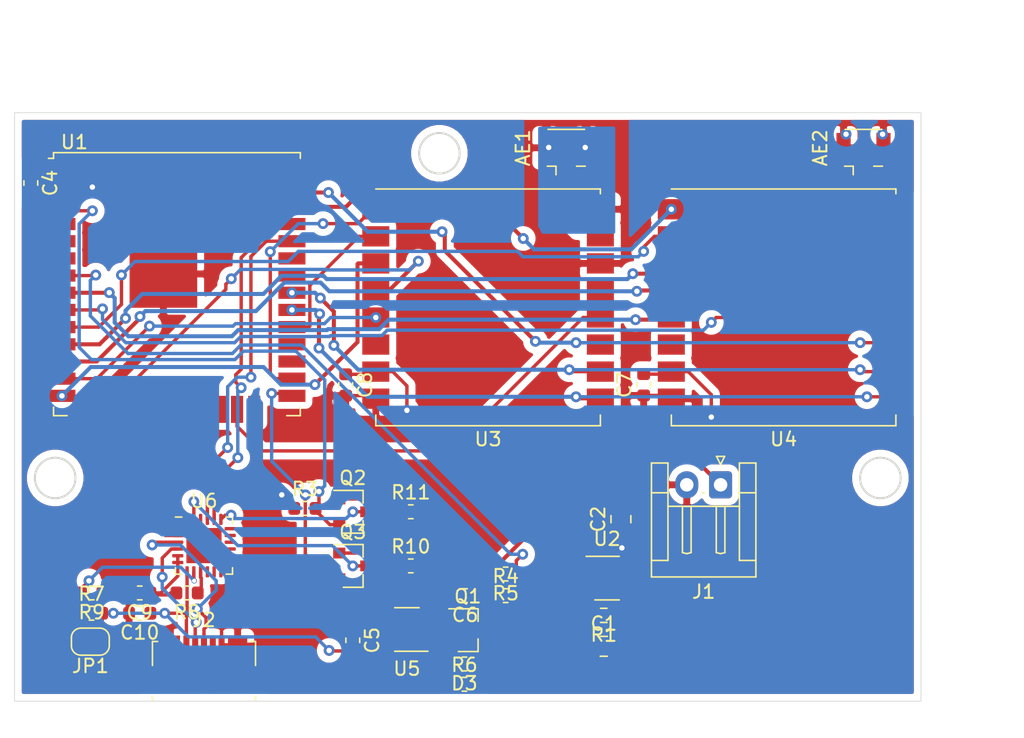
<source format=kicad_pcb>
(kicad_pcb (version 20171130) (host pcbnew 5.1.10)

  (general
    (thickness 1.6)
    (drawings 8)
    (tracks 467)
    (zones 0)
    (modules 34)
    (nets 70)
  )

  (page A4)
  (layers
    (0 F.Cu signal)
    (31 B.Cu signal)
    (32 B.Adhes user)
    (33 F.Adhes user)
    (34 B.Paste user)
    (35 F.Paste user)
    (36 B.SilkS user)
    (37 F.SilkS user)
    (38 B.Mask user)
    (39 F.Mask user)
    (40 Dwgs.User user)
    (41 Cmts.User user)
    (42 Eco1.User user)
    (43 Eco2.User user)
    (44 Edge.Cuts user)
    (45 Margin user)
    (46 B.CrtYd user)
    (47 F.CrtYd user)
    (48 B.Fab user)
    (49 F.Fab user)
  )

  (setup
    (last_trace_width 0.3)
    (user_trace_width 0.3)
    (user_trace_width 0.5)
    (trace_clearance 0.2)
    (zone_clearance 1)
    (zone_45_only no)
    (trace_min 0.2)
    (via_size 0.8)
    (via_drill 0.4)
    (via_min_size 0.4)
    (via_min_drill 0.3)
    (user_via 0.4 0.3)
    (uvia_size 0.3)
    (uvia_drill 0.1)
    (uvias_allowed no)
    (uvia_min_size 0.2)
    (uvia_min_drill 0.1)
    (edge_width 0.05)
    (segment_width 0.2)
    (pcb_text_width 0.3)
    (pcb_text_size 1.5 1.5)
    (mod_edge_width 0.12)
    (mod_text_size 1 1)
    (mod_text_width 0.15)
    (pad_size 1.524 1.524)
    (pad_drill 0.762)
    (pad_to_mask_clearance 0.051)
    (solder_mask_min_width 0.25)
    (aux_axis_origin 0 0)
    (visible_elements FFF9FF7F)
    (pcbplotparams
      (layerselection 0x010fc_ffffffff)
      (usegerberextensions false)
      (usegerberattributes false)
      (usegerberadvancedattributes false)
      (creategerberjobfile false)
      (excludeedgelayer true)
      (linewidth 0.100000)
      (plotframeref false)
      (viasonmask false)
      (mode 1)
      (useauxorigin false)
      (hpglpennumber 1)
      (hpglpenspeed 20)
      (hpglpendiameter 15.000000)
      (psnegative false)
      (psa4output false)
      (plotreference true)
      (plotvalue true)
      (plotinvisibletext false)
      (padsonsilk false)
      (subtractmaskfromsilk false)
      (outputformat 1)
      (mirror false)
      (drillshape 1)
      (scaleselection 1)
      (outputdirectory ""))
  )

  (net 0 "")
  (net 1 GND)
  (net 2 "Net-(AE1-Pad1)")
  (net 3 "Net-(AE2-Pad1)")
  (net 4 VBUS)
  (net 5 +3V3)
  (net 6 VIN)
  (net 7 VBAT)
  (net 8 "Net-(C9-Pad1)")
  (net 9 "Net-(J2-Pad3)")
  (net 10 "Net-(J2-Pad2)")
  (net 11 "Net-(JP1-Pad2)")
  (net 12 RTS)
  (net 13 EN)
  (net 14 "Net-(Q2-Pad1)")
  (net 15 IO0)
  (net 16 DTR)
  (net 17 "Net-(Q3-Pad1)")
  (net 18 "Net-(R4-Pad2)")
  (net 19 "Net-(R8-Pad1)")
  (net 20 LORSCK)
  (net 21 TX)
  (net 22 RX)
  (net 23 LORMISO)
  (net 24 LORMOSI)
  (net 25 "Net-(U1-Pad29)")
  (net 26 "Net-(U1-Pad26)")
  (net 27 "Net-(U1-Pad23)")
  (net 28 "Net-(U1-Pad16)")
  (net 29 "Net-(U1-Pad13)")
  (net 30 "Net-(U1-Pad12)")
  (net 31 "Net-(U1-Pad10)")
  (net 32 "Net-(U1-Pad9)")
  (net 33 "Net-(U1-Pad8)")
  (net 34 "Net-(J2-Pad4)")
  (net 35 "Net-(R1-Pad1)")
  (net 36 "Net-(U1-Pad32)")
  (net 37 "Net-(U1-Pad28)")
  (net 38 "Net-(U1-Pad27)")
  (net 39 "Net-(U1-Pad24)")
  (net 40 "Net-(U1-Pad22)")
  (net 41 "Net-(U1-Pad21)")
  (net 42 "Net-(U1-Pad20)")
  (net 43 "Net-(U1-Pad19)")
  (net 44 "Net-(U1-Pad18)")
  (net 45 "Net-(U1-Pad17)")
  (net 46 "Net-(U1-Pad14)")
  (net 47 "Net-(U1-Pad11)")
  (net 48 "Net-(U1-Pad6)")
  (net 49 "Net-(U1-Pad5)")
  (net 50 "Net-(U1-Pad4)")
  (net 51 "Net-(U2-Pad4)")
  (net 52 "Net-(U3-Pad13)")
  (net 53 "Net-(U3-Pad6)")
  (net 54 "Net-(U4-Pad13)")
  (net 55 "Net-(U4-Pad6)")
  (net 56 "Net-(U6-Pad24)")
  (net 57 "Net-(U6-Pad22)")
  (net 58 "Net-(U6-Pad18)")
  (net 59 "Net-(U6-Pad17)")
  (net 60 "Net-(U6-Pad16)")
  (net 61 "Net-(U6-Pad15)")
  (net 62 "Net-(U6-Pad14)")
  (net 63 "Net-(U6-Pad13)")
  (net 64 "Net-(U6-Pad12)")
  (net 65 "Net-(U6-Pad11)")
  (net 66 "Net-(U6-Pad10)")
  (net 67 "Net-(U6-Pad1)")
  (net 68 "Net-(U1-Pad36)")
  (net 69 "Net-(U1-Pad33)")

  (net_class Default "This is the default net class."
    (clearance 0.2)
    (trace_width 0.25)
    (via_dia 0.8)
    (via_drill 0.4)
    (uvia_dia 0.3)
    (uvia_drill 0.1)
    (add_net +3V3)
    (add_net DTR)
    (add_net EN)
    (add_net GND)
    (add_net IO0)
    (add_net LORMISO)
    (add_net LORMOSI)
    (add_net LORSCK)
    (add_net "Net-(AE1-Pad1)")
    (add_net "Net-(AE2-Pad1)")
    (add_net "Net-(C9-Pad1)")
    (add_net "Net-(J2-Pad2)")
    (add_net "Net-(J2-Pad3)")
    (add_net "Net-(J2-Pad4)")
    (add_net "Net-(JP1-Pad2)")
    (add_net "Net-(Q2-Pad1)")
    (add_net "Net-(Q3-Pad1)")
    (add_net "Net-(R1-Pad1)")
    (add_net "Net-(R4-Pad2)")
    (add_net "Net-(R8-Pad1)")
    (add_net "Net-(U1-Pad10)")
    (add_net "Net-(U1-Pad11)")
    (add_net "Net-(U1-Pad12)")
    (add_net "Net-(U1-Pad13)")
    (add_net "Net-(U1-Pad14)")
    (add_net "Net-(U1-Pad16)")
    (add_net "Net-(U1-Pad17)")
    (add_net "Net-(U1-Pad18)")
    (add_net "Net-(U1-Pad19)")
    (add_net "Net-(U1-Pad20)")
    (add_net "Net-(U1-Pad21)")
    (add_net "Net-(U1-Pad22)")
    (add_net "Net-(U1-Pad23)")
    (add_net "Net-(U1-Pad24)")
    (add_net "Net-(U1-Pad26)")
    (add_net "Net-(U1-Pad27)")
    (add_net "Net-(U1-Pad28)")
    (add_net "Net-(U1-Pad29)")
    (add_net "Net-(U1-Pad32)")
    (add_net "Net-(U1-Pad33)")
    (add_net "Net-(U1-Pad36)")
    (add_net "Net-(U1-Pad4)")
    (add_net "Net-(U1-Pad5)")
    (add_net "Net-(U1-Pad6)")
    (add_net "Net-(U1-Pad8)")
    (add_net "Net-(U1-Pad9)")
    (add_net "Net-(U2-Pad4)")
    (add_net "Net-(U3-Pad13)")
    (add_net "Net-(U3-Pad6)")
    (add_net "Net-(U4-Pad13)")
    (add_net "Net-(U4-Pad6)")
    (add_net "Net-(U6-Pad1)")
    (add_net "Net-(U6-Pad10)")
    (add_net "Net-(U6-Pad11)")
    (add_net "Net-(U6-Pad12)")
    (add_net "Net-(U6-Pad13)")
    (add_net "Net-(U6-Pad14)")
    (add_net "Net-(U6-Pad15)")
    (add_net "Net-(U6-Pad16)")
    (add_net "Net-(U6-Pad17)")
    (add_net "Net-(U6-Pad18)")
    (add_net "Net-(U6-Pad22)")
    (add_net "Net-(U6-Pad24)")
    (add_net RTS)
    (add_net RX)
    (add_net TX)
    (add_net VBAT)
    (add_net VBUS)
    (add_net VIN)
  )

  (module Connector_JST:JST_EH_S2B-EH_1x02_P2.50mm_Horizontal (layer F.Cu) (tedit 5C281425) (tstamp 5EA6235D)
    (at 218.186 111.506 180)
    (descr "JST EH series connector, S2B-EH (http://www.jst-mfg.com/product/pdf/eng/eEH.pdf), generated with kicad-footprint-generator")
    (tags "connector JST EH horizontal")
    (path /5EB13CED)
    (fp_text reference J1 (at 1.25 -7.9) (layer F.SilkS)
      (effects (font (size 1 1) (thickness 0.15)))
    )
    (fp_text value Conn_01x02 (at 1.25 2.7) (layer F.Fab)
      (effects (font (size 1 1) (thickness 0.15)))
    )
    (fp_text user %R (at 1.25 -2.6) (layer F.Fab)
      (effects (font (size 1 1) (thickness 0.15)))
    )
    (fp_line (start -1.5 -0.7) (end -1.5 1.5) (layer F.Fab) (width 0.1))
    (fp_line (start -1.5 1.5) (end -2.5 1.5) (layer F.Fab) (width 0.1))
    (fp_line (start -2.5 1.5) (end -2.5 -6.7) (layer F.Fab) (width 0.1))
    (fp_line (start -2.5 -6.7) (end 5 -6.7) (layer F.Fab) (width 0.1))
    (fp_line (start 5 -6.7) (end 5 1.5) (layer F.Fab) (width 0.1))
    (fp_line (start 5 1.5) (end 4 1.5) (layer F.Fab) (width 0.1))
    (fp_line (start 4 1.5) (end 4 -0.7) (layer F.Fab) (width 0.1))
    (fp_line (start 4 -0.7) (end -1.5 -0.7) (layer F.Fab) (width 0.1))
    (fp_line (start -3 -7.2) (end -3 2) (layer F.CrtYd) (width 0.05))
    (fp_line (start -3 2) (end 5.5 2) (layer F.CrtYd) (width 0.05))
    (fp_line (start 5.5 2) (end 5.5 -7.2) (layer F.CrtYd) (width 0.05))
    (fp_line (start 5.5 -7.2) (end -3 -7.2) (layer F.CrtYd) (width 0.05))
    (fp_line (start -1.39 -0.59) (end -1.39 1.61) (layer F.SilkS) (width 0.12))
    (fp_line (start -1.39 1.61) (end -2.61 1.61) (layer F.SilkS) (width 0.12))
    (fp_line (start -2.61 1.61) (end -2.61 -6.81) (layer F.SilkS) (width 0.12))
    (fp_line (start -2.61 -6.81) (end 5.11 -6.81) (layer F.SilkS) (width 0.12))
    (fp_line (start 5.11 -6.81) (end 5.11 1.61) (layer F.SilkS) (width 0.12))
    (fp_line (start 5.11 1.61) (end 3.89 1.61) (layer F.SilkS) (width 0.12))
    (fp_line (start 3.89 1.61) (end 3.89 -0.59) (layer F.SilkS) (width 0.12))
    (fp_line (start -2.61 -5.59) (end -1.39 -5.59) (layer F.SilkS) (width 0.12))
    (fp_line (start -1.39 -5.59) (end -1.39 -0.59) (layer F.SilkS) (width 0.12))
    (fp_line (start -1.39 -0.59) (end -2.61 -0.59) (layer F.SilkS) (width 0.12))
    (fp_line (start 5.11 -5.59) (end 3.89 -5.59) (layer F.SilkS) (width 0.12))
    (fp_line (start 3.89 -5.59) (end 3.89 -0.59) (layer F.SilkS) (width 0.12))
    (fp_line (start 3.89 -0.59) (end 5.11 -0.59) (layer F.SilkS) (width 0.12))
    (fp_line (start -1.39 -1.59) (end 3.89 -1.59) (layer F.SilkS) (width 0.12))
    (fp_line (start 0 -1.59) (end -0.32 -1.59) (layer F.SilkS) (width 0.12))
    (fp_line (start -0.32 -1.59) (end -0.32 -5.01) (layer F.SilkS) (width 0.12))
    (fp_line (start -0.32 -5.01) (end 0 -5.09) (layer F.SilkS) (width 0.12))
    (fp_line (start 0 -5.09) (end 0.32 -5.01) (layer F.SilkS) (width 0.12))
    (fp_line (start 0.32 -5.01) (end 0.32 -1.59) (layer F.SilkS) (width 0.12))
    (fp_line (start 0.32 -1.59) (end 0 -1.59) (layer F.SilkS) (width 0.12))
    (fp_line (start 1.17 -0.59) (end 1.33 -0.59) (layer F.SilkS) (width 0.12))
    (fp_line (start 2.5 -1.59) (end 2.18 -1.59) (layer F.SilkS) (width 0.12))
    (fp_line (start 2.18 -1.59) (end 2.18 -5.01) (layer F.SilkS) (width 0.12))
    (fp_line (start 2.18 -5.01) (end 2.5 -5.09) (layer F.SilkS) (width 0.12))
    (fp_line (start 2.5 -5.09) (end 2.82 -5.01) (layer F.SilkS) (width 0.12))
    (fp_line (start 2.82 -5.01) (end 2.82 -1.59) (layer F.SilkS) (width 0.12))
    (fp_line (start 2.82 -1.59) (end 2.5 -1.59) (layer F.SilkS) (width 0.12))
    (fp_line (start 0 1.5) (end -0.3 2.1) (layer F.SilkS) (width 0.12))
    (fp_line (start -0.3 2.1) (end 0.3 2.1) (layer F.SilkS) (width 0.12))
    (fp_line (start 0.3 2.1) (end 0 1.5) (layer F.SilkS) (width 0.12))
    (fp_line (start -0.5 -0.7) (end 0 -1.407107) (layer F.Fab) (width 0.1))
    (fp_line (start 0 -1.407107) (end 0.5 -0.7) (layer F.Fab) (width 0.1))
    (pad 2 thru_hole oval (at 2.5 0 180) (size 1.7 2) (drill 1) (layers *.Cu *.Mask)
      (net 1 GND))
    (pad 1 thru_hole roundrect (at 0 0 180) (size 1.7 2) (drill 1) (layers *.Cu *.Mask) (roundrect_rratio 0.147059)
      (net 7 VBAT))
    (model ${KISYS3DMOD}/Connector_JST.3dshapes/JST_EH_S2B-EH_1x02_P2.50mm_Horizontal.wrl
      (at (xyz 0 0 0))
      (scale (xyz 1 1 1))
      (rotate (xyz 0 0 0))
    )
  )

  (module Package_TO_SOT_SMD:SOT-23-5 (layer F.Cu) (tedit 5A02FF57) (tstamp 60C9B863)
    (at 209.795001 118.405001)
    (descr "5-pin SOT23 package")
    (tags SOT-23-5)
    (path /60D148E8)
    (attr smd)
    (fp_text reference U2 (at 0 -2.9) (layer F.SilkS)
      (effects (font (size 1 1) (thickness 0.15)))
    )
    (fp_text value AP2112K-3.3 (at 0 2.9) (layer F.Fab)
      (effects (font (size 1 1) (thickness 0.15)))
    )
    (fp_text user %R (at 0 0 90) (layer F.Fab)
      (effects (font (size 0.5 0.5) (thickness 0.075)))
    )
    (fp_line (start -0.9 1.61) (end 0.9 1.61) (layer F.SilkS) (width 0.12))
    (fp_line (start 0.9 -1.61) (end -1.55 -1.61) (layer F.SilkS) (width 0.12))
    (fp_line (start -1.9 -1.8) (end 1.9 -1.8) (layer F.CrtYd) (width 0.05))
    (fp_line (start 1.9 -1.8) (end 1.9 1.8) (layer F.CrtYd) (width 0.05))
    (fp_line (start 1.9 1.8) (end -1.9 1.8) (layer F.CrtYd) (width 0.05))
    (fp_line (start -1.9 1.8) (end -1.9 -1.8) (layer F.CrtYd) (width 0.05))
    (fp_line (start -0.9 -0.9) (end -0.25 -1.55) (layer F.Fab) (width 0.1))
    (fp_line (start 0.9 -1.55) (end -0.25 -1.55) (layer F.Fab) (width 0.1))
    (fp_line (start -0.9 -0.9) (end -0.9 1.55) (layer F.Fab) (width 0.1))
    (fp_line (start 0.9 1.55) (end -0.9 1.55) (layer F.Fab) (width 0.1))
    (fp_line (start 0.9 -1.55) (end 0.9 1.55) (layer F.Fab) (width 0.1))
    (pad 5 smd rect (at 1.1 -0.95) (size 1.06 0.65) (layers F.Cu F.Paste F.Mask)
      (net 5 +3V3))
    (pad 4 smd rect (at 1.1 0.95) (size 1.06 0.65) (layers F.Cu F.Paste F.Mask)
      (net 51 "Net-(U2-Pad4)"))
    (pad 3 smd rect (at -1.1 0.95) (size 1.06 0.65) (layers F.Cu F.Paste F.Mask)
      (net 35 "Net-(R1-Pad1)"))
    (pad 2 smd rect (at -1.1 0) (size 1.06 0.65) (layers F.Cu F.Paste F.Mask)
      (net 1 GND))
    (pad 1 smd rect (at -1.1 -0.95) (size 1.06 0.65) (layers F.Cu F.Paste F.Mask)
      (net 6 VIN))
    (model ${KISYS3DMOD}/Package_TO_SOT_SMD.3dshapes/SOT-23-5.wrl
      (at (xyz 0 0 0))
      (scale (xyz 1 1 1))
      (rotate (xyz 0 0 0))
    )
  )

  (module Resistor_SMD:R_0603_1608Metric (layer F.Cu) (tedit 5F68FEEE) (tstamp 60C99BCC)
    (at 209.55 121.158 180)
    (descr "Resistor SMD 0603 (1608 Metric), square (rectangular) end terminal, IPC_7351 nominal, (Body size source: IPC-SM-782 page 72, https://www.pcb-3d.com/wordpress/wp-content/uploads/ipc-sm-782a_amendment_1_and_2.pdf), generated with kicad-footprint-generator")
    (tags resistor)
    (path /60DC0EF8)
    (attr smd)
    (fp_text reference R1 (at 0 -1.43) (layer F.SilkS)
      (effects (font (size 1 1) (thickness 0.15)))
    )
    (fp_text value 100k (at 0 1.43) (layer F.Fab)
      (effects (font (size 1 1) (thickness 0.15)))
    )
    (fp_text user %R (at 0 0) (layer F.Fab)
      (effects (font (size 0.4 0.4) (thickness 0.06)))
    )
    (fp_line (start -0.8 0.4125) (end -0.8 -0.4125) (layer F.Fab) (width 0.1))
    (fp_line (start -0.8 -0.4125) (end 0.8 -0.4125) (layer F.Fab) (width 0.1))
    (fp_line (start 0.8 -0.4125) (end 0.8 0.4125) (layer F.Fab) (width 0.1))
    (fp_line (start 0.8 0.4125) (end -0.8 0.4125) (layer F.Fab) (width 0.1))
    (fp_line (start -0.237258 -0.5225) (end 0.237258 -0.5225) (layer F.SilkS) (width 0.12))
    (fp_line (start -0.237258 0.5225) (end 0.237258 0.5225) (layer F.SilkS) (width 0.12))
    (fp_line (start -1.48 0.73) (end -1.48 -0.73) (layer F.CrtYd) (width 0.05))
    (fp_line (start -1.48 -0.73) (end 1.48 -0.73) (layer F.CrtYd) (width 0.05))
    (fp_line (start 1.48 -0.73) (end 1.48 0.73) (layer F.CrtYd) (width 0.05))
    (fp_line (start 1.48 0.73) (end -1.48 0.73) (layer F.CrtYd) (width 0.05))
    (pad 2 smd roundrect (at 0.825 0 180) (size 0.8 0.95) (layers F.Cu F.Paste F.Mask) (roundrect_rratio 0.25)
      (net 6 VIN))
    (pad 1 smd roundrect (at -0.825 0 180) (size 0.8 0.95) (layers F.Cu F.Paste F.Mask) (roundrect_rratio 0.25)
      (net 35 "Net-(R1-Pad1)"))
    (model ${KISYS3DMOD}/Resistor_SMD.3dshapes/R_0603_1608Metric.wrl
      (at (xyz 0 0 0))
      (scale (xyz 1 1 1))
      (rotate (xyz 0 0 0))
    )
  )

  (module Capacitor_SMD:C_0805_2012Metric (layer F.Cu) (tedit 5F68FEEE) (tstamp 60C999B3)
    (at 210.82 114.046 90)
    (descr "Capacitor SMD 0805 (2012 Metric), square (rectangular) end terminal, IPC_7351 nominal, (Body size source: IPC-SM-782 page 76, https://www.pcb-3d.com/wordpress/wp-content/uploads/ipc-sm-782a_amendment_1_and_2.pdf, https://docs.google.com/spreadsheets/d/1BsfQQcO9C6DZCsRaXUlFlo91Tg2WpOkGARC1WS5S8t0/edit?usp=sharing), generated with kicad-footprint-generator")
    (tags capacitor)
    (path /60D45A49)
    (attr smd)
    (fp_text reference C2 (at 0 -1.68 90) (layer F.SilkS)
      (effects (font (size 1 1) (thickness 0.15)))
    )
    (fp_text value 1u (at 0 1.68 90) (layer F.Fab)
      (effects (font (size 1 1) (thickness 0.15)))
    )
    (fp_text user %R (at 0 0 90) (layer F.Fab)
      (effects (font (size 0.5 0.5) (thickness 0.08)))
    )
    (fp_line (start -1 0.625) (end -1 -0.625) (layer F.Fab) (width 0.1))
    (fp_line (start -1 -0.625) (end 1 -0.625) (layer F.Fab) (width 0.1))
    (fp_line (start 1 -0.625) (end 1 0.625) (layer F.Fab) (width 0.1))
    (fp_line (start 1 0.625) (end -1 0.625) (layer F.Fab) (width 0.1))
    (fp_line (start -0.261252 -0.735) (end 0.261252 -0.735) (layer F.SilkS) (width 0.12))
    (fp_line (start -0.261252 0.735) (end 0.261252 0.735) (layer F.SilkS) (width 0.12))
    (fp_line (start -1.7 0.98) (end -1.7 -0.98) (layer F.CrtYd) (width 0.05))
    (fp_line (start -1.7 -0.98) (end 1.7 -0.98) (layer F.CrtYd) (width 0.05))
    (fp_line (start 1.7 -0.98) (end 1.7 0.98) (layer F.CrtYd) (width 0.05))
    (fp_line (start 1.7 0.98) (end -1.7 0.98) (layer F.CrtYd) (width 0.05))
    (pad 2 smd roundrect (at 0.95 0 90) (size 1 1.45) (layers F.Cu F.Paste F.Mask) (roundrect_rratio 0.25)
      (net 1 GND))
    (pad 1 smd roundrect (at -0.95 0 90) (size 1 1.45) (layers F.Cu F.Paste F.Mask) (roundrect_rratio 0.25)
      (net 5 +3V3))
    (model ${KISYS3DMOD}/Capacitor_SMD.3dshapes/C_0805_2012Metric.wrl
      (at (xyz 0 0 0))
      (scale (xyz 1 1 1))
      (rotate (xyz 0 0 0))
    )
  )

  (module Capacitor_SMD:C_0805_2012Metric (layer F.Cu) (tedit 5F68FEEE) (tstamp 60C999A2)
    (at 209.55 123.444)
    (descr "Capacitor SMD 0805 (2012 Metric), square (rectangular) end terminal, IPC_7351 nominal, (Body size source: IPC-SM-782 page 76, https://www.pcb-3d.com/wordpress/wp-content/uploads/ipc-sm-782a_amendment_1_and_2.pdf, https://docs.google.com/spreadsheets/d/1BsfQQcO9C6DZCsRaXUlFlo91Tg2WpOkGARC1WS5S8t0/edit?usp=sharing), generated with kicad-footprint-generator")
    (tags capacitor)
    (path /60D46CD5)
    (attr smd)
    (fp_text reference C1 (at 0 -1.68) (layer F.SilkS)
      (effects (font (size 1 1) (thickness 0.15)))
    )
    (fp_text value 1u (at 0 1.68) (layer F.Fab)
      (effects (font (size 1 1) (thickness 0.15)))
    )
    (fp_text user %R (at 0 0) (layer F.Fab)
      (effects (font (size 0.5 0.5) (thickness 0.08)))
    )
    (fp_line (start -1 0.625) (end -1 -0.625) (layer F.Fab) (width 0.1))
    (fp_line (start -1 -0.625) (end 1 -0.625) (layer F.Fab) (width 0.1))
    (fp_line (start 1 -0.625) (end 1 0.625) (layer F.Fab) (width 0.1))
    (fp_line (start 1 0.625) (end -1 0.625) (layer F.Fab) (width 0.1))
    (fp_line (start -0.261252 -0.735) (end 0.261252 -0.735) (layer F.SilkS) (width 0.12))
    (fp_line (start -0.261252 0.735) (end 0.261252 0.735) (layer F.SilkS) (width 0.12))
    (fp_line (start -1.7 0.98) (end -1.7 -0.98) (layer F.CrtYd) (width 0.05))
    (fp_line (start -1.7 -0.98) (end 1.7 -0.98) (layer F.CrtYd) (width 0.05))
    (fp_line (start 1.7 -0.98) (end 1.7 0.98) (layer F.CrtYd) (width 0.05))
    (fp_line (start 1.7 0.98) (end -1.7 0.98) (layer F.CrtYd) (width 0.05))
    (pad 2 smd roundrect (at 0.95 0) (size 1 1.45) (layers F.Cu F.Paste F.Mask) (roundrect_rratio 0.25)
      (net 1 GND))
    (pad 1 smd roundrect (at -0.95 0) (size 1 1.45) (layers F.Cu F.Paste F.Mask) (roundrect_rratio 0.25)
      (net 6 VIN))
    (model ${KISYS3DMOD}/Capacitor_SMD.3dshapes/C_0805_2012Metric.wrl
      (at (xyz 0 0 0))
      (scale (xyz 1 1 1))
      (rotate (xyz 0 0 0))
    )
  )

  (module Package_DFN_QFN:QFN-24-1EP_4x4mm_P0.5mm_EP2.6x2.6mm (layer F.Cu) (tedit 5DC5F6A3) (tstamp 5EA62637)
    (at 180 116)
    (descr "QFN, 24 Pin (http://ww1.microchip.com/downloads/en/PackagingSpec/00000049BQ.pdf#page=278), generated with kicad-footprint-generator ipc_noLead_generator.py")
    (tags "QFN NoLead")
    (path /5EA7E2F6)
    (attr smd)
    (fp_text reference U6 (at 0 -3.3) (layer F.SilkS)
      (effects (font (size 1 1) (thickness 0.15)))
    )
    (fp_text value CP2102N-A01-GQFN24 (at 0 3.3) (layer F.Fab)
      (effects (font (size 1 1) (thickness 0.15)))
    )
    (fp_line (start 1.635 -2.11) (end 2.11 -2.11) (layer F.SilkS) (width 0.12))
    (fp_line (start 2.11 -2.11) (end 2.11 -1.635) (layer F.SilkS) (width 0.12))
    (fp_line (start -1.635 2.11) (end -2.11 2.11) (layer F.SilkS) (width 0.12))
    (fp_line (start -2.11 2.11) (end -2.11 1.635) (layer F.SilkS) (width 0.12))
    (fp_line (start 1.635 2.11) (end 2.11 2.11) (layer F.SilkS) (width 0.12))
    (fp_line (start 2.11 2.11) (end 2.11 1.635) (layer F.SilkS) (width 0.12))
    (fp_line (start -1.635 -2.11) (end -2.11 -2.11) (layer F.SilkS) (width 0.12))
    (fp_line (start -1 -2) (end 2 -2) (layer F.Fab) (width 0.1))
    (fp_line (start 2 -2) (end 2 2) (layer F.Fab) (width 0.1))
    (fp_line (start 2 2) (end -2 2) (layer F.Fab) (width 0.1))
    (fp_line (start -2 2) (end -2 -1) (layer F.Fab) (width 0.1))
    (fp_line (start -2 -1) (end -1 -2) (layer F.Fab) (width 0.1))
    (fp_line (start -2.6 -2.6) (end -2.6 2.6) (layer F.CrtYd) (width 0.05))
    (fp_line (start -2.6 2.6) (end 2.6 2.6) (layer F.CrtYd) (width 0.05))
    (fp_line (start 2.6 2.6) (end 2.6 -2.6) (layer F.CrtYd) (width 0.05))
    (fp_line (start 2.6 -2.6) (end -2.6 -2.6) (layer F.CrtYd) (width 0.05))
    (fp_text user %R (at 0 0) (layer F.Fab)
      (effects (font (size 1 1) (thickness 0.15)))
    )
    (pad "" smd roundrect (at 0.65 0.65) (size 1.05 1.05) (layers F.Paste) (roundrect_rratio 0.238095))
    (pad "" smd roundrect (at 0.65 -0.65) (size 1.05 1.05) (layers F.Paste) (roundrect_rratio 0.238095))
    (pad "" smd roundrect (at -0.65 0.65) (size 1.05 1.05) (layers F.Paste) (roundrect_rratio 0.238095))
    (pad "" smd roundrect (at -0.65 -0.65) (size 1.05 1.05) (layers F.Paste) (roundrect_rratio 0.238095))
    (pad 25 smd rect (at 0 0) (size 2.6 2.6) (layers F.Cu F.Mask)
      (net 1 GND))
    (pad 24 smd roundrect (at -1.25 -1.9375) (size 0.25 0.825) (layers F.Cu F.Paste F.Mask) (roundrect_rratio 0.25)
      (net 56 "Net-(U6-Pad24)"))
    (pad 23 smd roundrect (at -0.75 -1.9375) (size 0.25 0.825) (layers F.Cu F.Paste F.Mask) (roundrect_rratio 0.25)
      (net 16 DTR))
    (pad 22 smd roundrect (at -0.25 -1.9375) (size 0.25 0.825) (layers F.Cu F.Paste F.Mask) (roundrect_rratio 0.25)
      (net 57 "Net-(U6-Pad22)"))
    (pad 21 smd roundrect (at 0.25 -1.9375) (size 0.25 0.825) (layers F.Cu F.Paste F.Mask) (roundrect_rratio 0.25)
      (net 22 RX))
    (pad 20 smd roundrect (at 0.75 -1.9375) (size 0.25 0.825) (layers F.Cu F.Paste F.Mask) (roundrect_rratio 0.25)
      (net 21 TX))
    (pad 19 smd roundrect (at 1.25 -1.9375) (size 0.25 0.825) (layers F.Cu F.Paste F.Mask) (roundrect_rratio 0.25)
      (net 12 RTS))
    (pad 18 smd roundrect (at 1.9375 -1.25) (size 0.825 0.25) (layers F.Cu F.Paste F.Mask) (roundrect_rratio 0.25)
      (net 58 "Net-(U6-Pad18)"))
    (pad 17 smd roundrect (at 1.9375 -0.75) (size 0.825 0.25) (layers F.Cu F.Paste F.Mask) (roundrect_rratio 0.25)
      (net 59 "Net-(U6-Pad17)"))
    (pad 16 smd roundrect (at 1.9375 -0.25) (size 0.825 0.25) (layers F.Cu F.Paste F.Mask) (roundrect_rratio 0.25)
      (net 60 "Net-(U6-Pad16)"))
    (pad 15 smd roundrect (at 1.9375 0.25) (size 0.825 0.25) (layers F.Cu F.Paste F.Mask) (roundrect_rratio 0.25)
      (net 61 "Net-(U6-Pad15)"))
    (pad 14 smd roundrect (at 1.9375 0.75) (size 0.825 0.25) (layers F.Cu F.Paste F.Mask) (roundrect_rratio 0.25)
      (net 62 "Net-(U6-Pad14)"))
    (pad 13 smd roundrect (at 1.9375 1.25) (size 0.825 0.25) (layers F.Cu F.Paste F.Mask) (roundrect_rratio 0.25)
      (net 63 "Net-(U6-Pad13)"))
    (pad 12 smd roundrect (at 1.25 1.9375) (size 0.25 0.825) (layers F.Cu F.Paste F.Mask) (roundrect_rratio 0.25)
      (net 64 "Net-(U6-Pad12)"))
    (pad 11 smd roundrect (at 0.75 1.9375) (size 0.25 0.825) (layers F.Cu F.Paste F.Mask) (roundrect_rratio 0.25)
      (net 65 "Net-(U6-Pad11)"))
    (pad 10 smd roundrect (at 0.25 1.9375) (size 0.25 0.825) (layers F.Cu F.Paste F.Mask) (roundrect_rratio 0.25)
      (net 66 "Net-(U6-Pad10)"))
    (pad 9 smd roundrect (at -0.25 1.9375) (size 0.25 0.825) (layers F.Cu F.Paste F.Mask) (roundrect_rratio 0.25)
      (net 19 "Net-(R8-Pad1)"))
    (pad 8 smd roundrect (at -0.75 1.9375) (size 0.25 0.825) (layers F.Cu F.Paste F.Mask) (roundrect_rratio 0.25)
      (net 11 "Net-(JP1-Pad2)"))
    (pad 7 smd roundrect (at -1.25 1.9375) (size 0.25 0.825) (layers F.Cu F.Paste F.Mask) (roundrect_rratio 0.25)
      (net 4 VBUS))
    (pad 6 smd roundrect (at -1.9375 1.25) (size 0.825 0.25) (layers F.Cu F.Paste F.Mask) (roundrect_rratio 0.25)
      (net 8 "Net-(C9-Pad1)"))
    (pad 5 smd roundrect (at -1.9375 0.75) (size 0.825 0.25) (layers F.Cu F.Paste F.Mask) (roundrect_rratio 0.25)
      (net 8 "Net-(C9-Pad1)"))
    (pad 4 smd roundrect (at -1.9375 0.25) (size 0.825 0.25) (layers F.Cu F.Paste F.Mask) (roundrect_rratio 0.25)
      (net 10 "Net-(J2-Pad2)"))
    (pad 3 smd roundrect (at -1.9375 -0.25) (size 0.825 0.25) (layers F.Cu F.Paste F.Mask) (roundrect_rratio 0.25)
      (net 9 "Net-(J2-Pad3)"))
    (pad 2 smd roundrect (at -1.9375 -0.75) (size 0.825 0.25) (layers F.Cu F.Paste F.Mask) (roundrect_rratio 0.25)
      (net 1 GND))
    (pad 1 smd roundrect (at -1.9375 -1.25) (size 0.825 0.25) (layers F.Cu F.Paste F.Mask) (roundrect_rratio 0.25)
      (net 67 "Net-(U6-Pad1)"))
    (model ${KISYS3DMOD}/Package_DFN_QFN.3dshapes/QFN-24-1EP_4x4mm_P0.5mm_EP2.6x2.6mm.wrl
      (at (xyz 0 0 0))
      (scale (xyz 1 1 1))
      (rotate (xyz 0 0 0))
    )
  )

  (module Package_TO_SOT_SMD:SOT-23-5 (layer F.Cu) (tedit 5A02FF57) (tstamp 5EA884CC)
    (at 195 122.2 180)
    (descr "5-pin SOT23 package")
    (tags SOT-23-5)
    (path /5EAF4299)
    (attr smd)
    (fp_text reference U5 (at 0 -2.9) (layer F.SilkS)
      (effects (font (size 1 1) (thickness 0.15)))
    )
    (fp_text value MCP73811T-420I-OT (at 0 2.9) (layer F.Fab)
      (effects (font (size 1 1) (thickness 0.15)))
    )
    (fp_line (start -0.9 1.61) (end 0.9 1.61) (layer F.SilkS) (width 0.12))
    (fp_line (start 0.9 -1.61) (end -1.55 -1.61) (layer F.SilkS) (width 0.12))
    (fp_line (start -1.9 -1.8) (end 1.9 -1.8) (layer F.CrtYd) (width 0.05))
    (fp_line (start 1.9 -1.8) (end 1.9 1.8) (layer F.CrtYd) (width 0.05))
    (fp_line (start 1.9 1.8) (end -1.9 1.8) (layer F.CrtYd) (width 0.05))
    (fp_line (start -1.9 1.8) (end -1.9 -1.8) (layer F.CrtYd) (width 0.05))
    (fp_line (start -0.9 -0.9) (end -0.25 -1.55) (layer F.Fab) (width 0.1))
    (fp_line (start 0.9 -1.55) (end -0.25 -1.55) (layer F.Fab) (width 0.1))
    (fp_line (start -0.9 -0.9) (end -0.9 1.55) (layer F.Fab) (width 0.1))
    (fp_line (start 0.9 1.55) (end -0.9 1.55) (layer F.Fab) (width 0.1))
    (fp_line (start 0.9 -1.55) (end 0.9 1.55) (layer F.Fab) (width 0.1))
    (fp_text user %R (at 0.25 -0.05 90) (layer F.Fab)
      (effects (font (size 0.5 0.5) (thickness 0.075)))
    )
    (pad 5 smd rect (at 1.1 -0.95 180) (size 1.06 0.65) (layers F.Cu F.Paste F.Mask)
      (net 4 VBUS))
    (pad 4 smd rect (at 1.1 0.95 180) (size 1.06 0.65) (layers F.Cu F.Paste F.Mask)
      (net 4 VBUS))
    (pad 3 smd rect (at -1.1 0.95 180) (size 1.06 0.65) (layers F.Cu F.Paste F.Mask)
      (net 7 VBAT))
    (pad 2 smd rect (at -1.1 0 180) (size 1.06 0.65) (layers F.Cu F.Paste F.Mask)
      (net 1 GND))
    (pad 1 smd rect (at -1.1 -0.95 180) (size 1.06 0.65) (layers F.Cu F.Paste F.Mask)
      (net 4 VBUS))
    (model ${KISYS3DMOD}/Package_TO_SOT_SMD.3dshapes/SOT-23-5.wrl
      (at (xyz 0 0 0))
      (scale (xyz 1 1 1))
      (rotate (xyz 0 0 0))
    )
  )

  (module loranet2:DRF1276G (layer F.Cu) (tedit 5EA4B153) (tstamp 5EA625F0)
    (at 222.844999 98.140001)
    (path /5EA549AC)
    (fp_text reference U4 (at 0 10) (layer F.SilkS)
      (effects (font (size 1 1) (thickness 0.15)))
    )
    (fp_text value DRF1276G (at 0 -9.5) (layer F.Fab)
      (effects (font (size 1 1) (thickness 0.15)))
    )
    (fp_line (start -8.3 -8.5) (end 8.3 -8.5) (layer F.SilkS) (width 0.12))
    (fp_line (start 8.3 -8.5) (end 8.3 -8.15) (layer F.SilkS) (width 0.12))
    (fp_line (start 8.3 9) (end -8.3 9) (layer F.SilkS) (width 0.12))
    (fp_line (start -8.3 9) (end -8.3 8.21) (layer F.SilkS) (width 0.12))
    (fp_line (start 8.3 9) (end 8.3 8.21) (layer F.SilkS) (width 0.12))
    (pad 16 smd rect (at 8.3 -7) (size 2 1.5) (layers F.Cu F.Paste F.Mask)
      (net 1 GND))
    (pad 15 smd rect (at 8.3 -5) (size 2 1.5) (layers F.Cu F.Paste F.Mask)
      (net 3 "Net-(AE2-Pad1)"))
    (pad 14 smd rect (at 8.3 -3) (size 2 1.5) (layers F.Cu F.Paste F.Mask)
      (net 1 GND))
    (pad 13 smd rect (at 8.3 -1) (size 2 1.5) (layers F.Cu F.Paste F.Mask)
      (net 54 "Net-(U4-Pad13)"))
    (pad 12 smd rect (at 8.3 1) (size 2 1.5) (layers F.Cu F.Paste F.Mask)
      (net 32 "Net-(U1-Pad9)"))
    (pad 11 smd rect (at 8.3 3) (size 2 1.5) (layers F.Cu F.Paste F.Mask)
      (net 24 LORMOSI))
    (pad 10 smd rect (at 8.3 5) (size 2 1.5) (layers F.Cu F.Paste F.Mask)
      (net 23 LORMISO))
    (pad 9 smd rect (at 8.3 7) (size 2 1.5) (layers F.Cu F.Paste F.Mask)
      (net 20 LORSCK))
    (pad 8 smd rect (at -8.3 7) (size 2 1.5) (layers F.Cu F.Paste F.Mask)
      (net 1 GND))
    (pad 7 smd rect (at -8.3 5) (size 2 1.5) (layers F.Cu F.Paste F.Mask)
      (net 5 +3V3))
    (pad 6 smd rect (at -8.3 3) (size 2 1.5) (layers F.Cu F.Paste F.Mask)
      (net 55 "Net-(U4-Pad6)"))
    (pad 5 smd rect (at -8.3 1) (size 2 1.5) (layers F.Cu F.Paste F.Mask)
      (net 33 "Net-(U1-Pad8)"))
    (pad 4 smd rect (at -8.3 -1) (size 2 1.5) (layers F.Cu F.Paste F.Mask)
      (net 30 "Net-(U1-Pad12)"))
    (pad 3 smd rect (at -8.3 -3) (size 2 1.5) (layers F.Cu F.Paste F.Mask)
      (net 47 "Net-(U1-Pad11)"))
    (pad 2 smd rect (at -8.3 -5) (size 2 1.5) (layers F.Cu F.Paste F.Mask)
      (net 31 "Net-(U1-Pad10)"))
    (pad 1 smd rect (at -8.3 -7) (size 2 1.5) (layers F.Cu F.Paste F.Mask)
      (net 68 "Net-(U1-Pad36)"))
  )

  (module loranet2:DRF1276G (layer F.Cu) (tedit 5EA4B153) (tstamp 5EA625D7)
    (at 201 98.140001)
    (path /5EA541F4)
    (fp_text reference U3 (at 0 10) (layer F.SilkS)
      (effects (font (size 1 1) (thickness 0.15)))
    )
    (fp_text value DRF1276G (at 0 -9.5) (layer F.Fab)
      (effects (font (size 1 1) (thickness 0.15)))
    )
    (fp_line (start -8.3 -8.5) (end 8.3 -8.5) (layer F.SilkS) (width 0.12))
    (fp_line (start 8.3 -8.5) (end 8.3 -8.15) (layer F.SilkS) (width 0.12))
    (fp_line (start 8.3 9) (end -8.3 9) (layer F.SilkS) (width 0.12))
    (fp_line (start -8.3 9) (end -8.3 8.21) (layer F.SilkS) (width 0.12))
    (fp_line (start 8.3 9) (end 8.3 8.21) (layer F.SilkS) (width 0.12))
    (pad 16 smd rect (at 8.3 -7) (size 2 1.5) (layers F.Cu F.Paste F.Mask)
      (net 1 GND))
    (pad 15 smd rect (at 8.3 -5) (size 2 1.5) (layers F.Cu F.Paste F.Mask)
      (net 2 "Net-(AE1-Pad1)"))
    (pad 14 smd rect (at 8.3 -3) (size 2 1.5) (layers F.Cu F.Paste F.Mask)
      (net 1 GND))
    (pad 13 smd rect (at 8.3 -1) (size 2 1.5) (layers F.Cu F.Paste F.Mask)
      (net 52 "Net-(U3-Pad13)"))
    (pad 12 smd rect (at 8.3 1) (size 2 1.5) (layers F.Cu F.Paste F.Mask)
      (net 27 "Net-(U1-Pad23)"))
    (pad 11 smd rect (at 8.3 3) (size 2 1.5) (layers F.Cu F.Paste F.Mask)
      (net 24 LORMOSI))
    (pad 10 smd rect (at 8.3 5) (size 2 1.5) (layers F.Cu F.Paste F.Mask)
      (net 23 LORMISO))
    (pad 9 smd rect (at 8.3 7) (size 2 1.5) (layers F.Cu F.Paste F.Mask)
      (net 20 LORSCK))
    (pad 8 smd rect (at -8.3 7) (size 2 1.5) (layers F.Cu F.Paste F.Mask)
      (net 1 GND))
    (pad 7 smd rect (at -8.3 5) (size 2 1.5) (layers F.Cu F.Paste F.Mask)
      (net 5 +3V3))
    (pad 6 smd rect (at -8.3 3) (size 2 1.5) (layers F.Cu F.Paste F.Mask)
      (net 53 "Net-(U3-Pad6)"))
    (pad 5 smd rect (at -8.3 1) (size 2 1.5) (layers F.Cu F.Paste F.Mask)
      (net 29 "Net-(U1-Pad13)"))
    (pad 4 smd rect (at -8.3 -1) (size 2 1.5) (layers F.Cu F.Paste F.Mask)
      (net 28 "Net-(U1-Pad16)"))
    (pad 3 smd rect (at -8.3 -3) (size 2 1.5) (layers F.Cu F.Paste F.Mask)
      (net 46 "Net-(U1-Pad14)"))
    (pad 2 smd rect (at -8.3 -5) (size 2 1.5) (layers F.Cu F.Paste F.Mask)
      (net 25 "Net-(U1-Pad29)"))
    (pad 1 smd rect (at -8.3 -7) (size 2 1.5) (layers F.Cu F.Paste F.Mask)
      (net 26 "Net-(U1-Pad26)"))
  )

  (module Resistor_SMD:R_0603_1608Metric (layer F.Cu) (tedit 5B301BBD) (tstamp 5EA62518)
    (at 195.2875 113.5)
    (descr "Resistor SMD 0603 (1608 Metric), square (rectangular) end terminal, IPC_7351 nominal, (Body size source: http://www.tortai-tech.com/upload/download/2011102023233369053.pdf), generated with kicad-footprint-generator")
    (tags resistor)
    (path /5F0B06E7)
    (attr smd)
    (fp_text reference R11 (at 0 -1.43) (layer F.SilkS)
      (effects (font (size 1 1) (thickness 0.15)))
    )
    (fp_text value R (at 0 1.43) (layer F.Fab)
      (effects (font (size 1 1) (thickness 0.15)))
    )
    (fp_line (start -0.8 0.4) (end -0.8 -0.4) (layer F.Fab) (width 0.1))
    (fp_line (start -0.8 -0.4) (end 0.8 -0.4) (layer F.Fab) (width 0.1))
    (fp_line (start 0.8 -0.4) (end 0.8 0.4) (layer F.Fab) (width 0.1))
    (fp_line (start 0.8 0.4) (end -0.8 0.4) (layer F.Fab) (width 0.1))
    (fp_line (start -0.162779 -0.51) (end 0.162779 -0.51) (layer F.SilkS) (width 0.12))
    (fp_line (start -0.162779 0.51) (end 0.162779 0.51) (layer F.SilkS) (width 0.12))
    (fp_line (start -1.48 0.73) (end -1.48 -0.73) (layer F.CrtYd) (width 0.05))
    (fp_line (start -1.48 -0.73) (end 1.48 -0.73) (layer F.CrtYd) (width 0.05))
    (fp_line (start 1.48 -0.73) (end 1.48 0.73) (layer F.CrtYd) (width 0.05))
    (fp_line (start 1.48 0.73) (end -1.48 0.73) (layer F.CrtYd) (width 0.05))
    (fp_text user %R (at 0 0) (layer F.Fab)
      (effects (font (size 0.4 0.4) (thickness 0.06)))
    )
    (pad 2 smd roundrect (at 0.7875 0) (size 0.875 0.95) (layers F.Cu F.Paste F.Mask) (roundrect_rratio 0.25)
      (net 17 "Net-(Q3-Pad1)"))
    (pad 1 smd roundrect (at -0.7875 0) (size 0.875 0.95) (layers F.Cu F.Paste F.Mask) (roundrect_rratio 0.25)
      (net 12 RTS))
    (model ${KISYS3DMOD}/Resistor_SMD.3dshapes/R_0603_1608Metric.wrl
      (at (xyz 0 0 0))
      (scale (xyz 1 1 1))
      (rotate (xyz 0 0 0))
    )
  )

  (module Resistor_SMD:R_0603_1608Metric (layer F.Cu) (tedit 5B301BBD) (tstamp 5EA62507)
    (at 195.2875 117.5)
    (descr "Resistor SMD 0603 (1608 Metric), square (rectangular) end terminal, IPC_7351 nominal, (Body size source: http://www.tortai-tech.com/upload/download/2011102023233369053.pdf), generated with kicad-footprint-generator")
    (tags resistor)
    (path /5F0A30FF)
    (attr smd)
    (fp_text reference R10 (at 0 -1.43) (layer F.SilkS)
      (effects (font (size 1 1) (thickness 0.15)))
    )
    (fp_text value R (at 0 1.43) (layer F.Fab)
      (effects (font (size 1 1) (thickness 0.15)))
    )
    (fp_line (start -0.8 0.4) (end -0.8 -0.4) (layer F.Fab) (width 0.1))
    (fp_line (start -0.8 -0.4) (end 0.8 -0.4) (layer F.Fab) (width 0.1))
    (fp_line (start 0.8 -0.4) (end 0.8 0.4) (layer F.Fab) (width 0.1))
    (fp_line (start 0.8 0.4) (end -0.8 0.4) (layer F.Fab) (width 0.1))
    (fp_line (start -0.162779 -0.51) (end 0.162779 -0.51) (layer F.SilkS) (width 0.12))
    (fp_line (start -0.162779 0.51) (end 0.162779 0.51) (layer F.SilkS) (width 0.12))
    (fp_line (start -1.48 0.73) (end -1.48 -0.73) (layer F.CrtYd) (width 0.05))
    (fp_line (start -1.48 -0.73) (end 1.48 -0.73) (layer F.CrtYd) (width 0.05))
    (fp_line (start 1.48 -0.73) (end 1.48 0.73) (layer F.CrtYd) (width 0.05))
    (fp_line (start 1.48 0.73) (end -1.48 0.73) (layer F.CrtYd) (width 0.05))
    (fp_text user %R (at 0 0) (layer F.Fab)
      (effects (font (size 0.4 0.4) (thickness 0.06)))
    )
    (pad 2 smd roundrect (at 0.7875 0) (size 0.875 0.95) (layers F.Cu F.Paste F.Mask) (roundrect_rratio 0.25)
      (net 14 "Net-(Q2-Pad1)"))
    (pad 1 smd roundrect (at -0.7875 0) (size 0.875 0.95) (layers F.Cu F.Paste F.Mask) (roundrect_rratio 0.25)
      (net 16 DTR))
    (model ${KISYS3DMOD}/Resistor_SMD.3dshapes/R_0603_1608Metric.wrl
      (at (xyz 0 0 0))
      (scale (xyz 1 1 1))
      (rotate (xyz 0 0 0))
    )
  )

  (module Resistor_SMD:R_0603_1608Metric (layer F.Cu) (tedit 5B301BBD) (tstamp 5EA624F6)
    (at 171.7 119.5 180)
    (descr "Resistor SMD 0603 (1608 Metric), square (rectangular) end terminal, IPC_7351 nominal, (Body size source: http://www.tortai-tech.com/upload/download/2011102023233369053.pdf), generated with kicad-footprint-generator")
    (tags resistor)
    (path /5EA972CF)
    (attr smd)
    (fp_text reference R9 (at 0 -1.43) (layer F.SilkS)
      (effects (font (size 1 1) (thickness 0.15)))
    )
    (fp_text value 0 (at 0 1.43) (layer F.Fab)
      (effects (font (size 1 1) (thickness 0.15)))
    )
    (fp_line (start -0.8 0.4) (end -0.8 -0.4) (layer F.Fab) (width 0.1))
    (fp_line (start -0.8 -0.4) (end 0.8 -0.4) (layer F.Fab) (width 0.1))
    (fp_line (start 0.8 -0.4) (end 0.8 0.4) (layer F.Fab) (width 0.1))
    (fp_line (start 0.8 0.4) (end -0.8 0.4) (layer F.Fab) (width 0.1))
    (fp_line (start -0.162779 -0.51) (end 0.162779 -0.51) (layer F.SilkS) (width 0.12))
    (fp_line (start -0.162779 0.51) (end 0.162779 0.51) (layer F.SilkS) (width 0.12))
    (fp_line (start -1.48 0.73) (end -1.48 -0.73) (layer F.CrtYd) (width 0.05))
    (fp_line (start -1.48 -0.73) (end 1.48 -0.73) (layer F.CrtYd) (width 0.05))
    (fp_line (start 1.48 -0.73) (end 1.48 0.73) (layer F.CrtYd) (width 0.05))
    (fp_line (start 1.48 0.73) (end -1.48 0.73) (layer F.CrtYd) (width 0.05))
    (fp_text user %R (at 0 0) (layer F.Fab)
      (effects (font (size 0.4 0.4) (thickness 0.06)))
    )
    (pad 2 smd roundrect (at 0.7875 0 180) (size 0.875 0.95) (layers F.Cu F.Paste F.Mask) (roundrect_rratio 0.25)
      (net 11 "Net-(JP1-Pad2)"))
    (pad 1 smd roundrect (at -0.7875 0 180) (size 0.875 0.95) (layers F.Cu F.Paste F.Mask) (roundrect_rratio 0.25)
      (net 1 GND))
    (model ${KISYS3DMOD}/Resistor_SMD.3dshapes/R_0603_1608Metric.wrl
      (at (xyz 0 0 0))
      (scale (xyz 1 1 1))
      (rotate (xyz 0 0 0))
    )
  )

  (module Resistor_SMD:R_0603_1608Metric (layer F.Cu) (tedit 5B301BBD) (tstamp 5EA624E5)
    (at 178.75 119.5 180)
    (descr "Resistor SMD 0603 (1608 Metric), square (rectangular) end terminal, IPC_7351 nominal, (Body size source: http://www.tortai-tech.com/upload/download/2011102023233369053.pdf), generated with kicad-footprint-generator")
    (tags resistor)
    (path /5EABAE75)
    (attr smd)
    (fp_text reference R8 (at 0 -1.43) (layer F.SilkS)
      (effects (font (size 1 1) (thickness 0.15)))
    )
    (fp_text value 1k (at 0 1.43) (layer F.Fab)
      (effects (font (size 1 1) (thickness 0.15)))
    )
    (fp_line (start -0.8 0.4) (end -0.8 -0.4) (layer F.Fab) (width 0.1))
    (fp_line (start -0.8 -0.4) (end 0.8 -0.4) (layer F.Fab) (width 0.1))
    (fp_line (start 0.8 -0.4) (end 0.8 0.4) (layer F.Fab) (width 0.1))
    (fp_line (start 0.8 0.4) (end -0.8 0.4) (layer F.Fab) (width 0.1))
    (fp_line (start -0.162779 -0.51) (end 0.162779 -0.51) (layer F.SilkS) (width 0.12))
    (fp_line (start -0.162779 0.51) (end 0.162779 0.51) (layer F.SilkS) (width 0.12))
    (fp_line (start -1.48 0.73) (end -1.48 -0.73) (layer F.CrtYd) (width 0.05))
    (fp_line (start -1.48 -0.73) (end 1.48 -0.73) (layer F.CrtYd) (width 0.05))
    (fp_line (start 1.48 -0.73) (end 1.48 0.73) (layer F.CrtYd) (width 0.05))
    (fp_line (start 1.48 0.73) (end -1.48 0.73) (layer F.CrtYd) (width 0.05))
    (fp_text user %R (at 0 0) (layer F.Fab)
      (effects (font (size 0.4 0.4) (thickness 0.06)))
    )
    (pad 2 smd roundrect (at 0.7875 0 180) (size 0.875 0.95) (layers F.Cu F.Paste F.Mask) (roundrect_rratio 0.25)
      (net 8 "Net-(C9-Pad1)"))
    (pad 1 smd roundrect (at -0.7875 0 180) (size 0.875 0.95) (layers F.Cu F.Paste F.Mask) (roundrect_rratio 0.25)
      (net 19 "Net-(R8-Pad1)"))
    (model ${KISYS3DMOD}/Resistor_SMD.3dshapes/R_0603_1608Metric.wrl
      (at (xyz 0 0 0))
      (scale (xyz 1 1 1))
      (rotate (xyz 0 0 0))
    )
  )

  (module Resistor_SMD:R_0603_1608Metric (layer F.Cu) (tedit 5B301BBD) (tstamp 5EA624D4)
    (at 171.6875 121)
    (descr "Resistor SMD 0603 (1608 Metric), square (rectangular) end terminal, IPC_7351 nominal, (Body size source: http://www.tortai-tech.com/upload/download/2011102023233369053.pdf), generated with kicad-footprint-generator")
    (tags resistor)
    (path /5EA96541)
    (attr smd)
    (fp_text reference R7 (at 0 -1.43) (layer F.SilkS)
      (effects (font (size 1 1) (thickness 0.15)))
    )
    (fp_text value 0 (at 0 1.43) (layer F.Fab)
      (effects (font (size 1 1) (thickness 0.15)))
    )
    (fp_line (start -0.8 0.4) (end -0.8 -0.4) (layer F.Fab) (width 0.1))
    (fp_line (start -0.8 -0.4) (end 0.8 -0.4) (layer F.Fab) (width 0.1))
    (fp_line (start 0.8 -0.4) (end 0.8 0.4) (layer F.Fab) (width 0.1))
    (fp_line (start 0.8 0.4) (end -0.8 0.4) (layer F.Fab) (width 0.1))
    (fp_line (start -0.162779 -0.51) (end 0.162779 -0.51) (layer F.SilkS) (width 0.12))
    (fp_line (start -0.162779 0.51) (end 0.162779 0.51) (layer F.SilkS) (width 0.12))
    (fp_line (start -1.48 0.73) (end -1.48 -0.73) (layer F.CrtYd) (width 0.05))
    (fp_line (start -1.48 -0.73) (end 1.48 -0.73) (layer F.CrtYd) (width 0.05))
    (fp_line (start 1.48 -0.73) (end 1.48 0.73) (layer F.CrtYd) (width 0.05))
    (fp_line (start 1.48 0.73) (end -1.48 0.73) (layer F.CrtYd) (width 0.05))
    (fp_text user %R (at 0 0) (layer F.Fab)
      (effects (font (size 0.4 0.4) (thickness 0.06)))
    )
    (pad 2 smd roundrect (at 0.7875 0) (size 0.875 0.95) (layers F.Cu F.Paste F.Mask) (roundrect_rratio 0.25)
      (net 4 VBUS))
    (pad 1 smd roundrect (at -0.7875 0) (size 0.875 0.95) (layers F.Cu F.Paste F.Mask) (roundrect_rratio 0.25)
      (net 11 "Net-(JP1-Pad2)"))
    (model ${KISYS3DMOD}/Resistor_SMD.3dshapes/R_0603_1608Metric.wrl
      (at (xyz 0 0 0))
      (scale (xyz 1 1 1))
      (rotate (xyz 0 0 0))
    )
  )

  (module Resistor_SMD:R_0603_1608Metric (layer F.Cu) (tedit 5B301BBD) (tstamp 5EA624C3)
    (at 199.25 126.25)
    (descr "Resistor SMD 0603 (1608 Metric), square (rectangular) end terminal, IPC_7351 nominal, (Body size source: http://www.tortai-tech.com/upload/download/2011102023233369053.pdf), generated with kicad-footprint-generator")
    (tags resistor)
    (path /5EC14F7F)
    (attr smd)
    (fp_text reference R6 (at 0 -1.43) (layer F.SilkS)
      (effects (font (size 1 1) (thickness 0.15)))
    )
    (fp_text value 100k (at 0 1.43) (layer F.Fab)
      (effects (font (size 1 1) (thickness 0.15)))
    )
    (fp_line (start -0.8 0.4) (end -0.8 -0.4) (layer F.Fab) (width 0.1))
    (fp_line (start -0.8 -0.4) (end 0.8 -0.4) (layer F.Fab) (width 0.1))
    (fp_line (start 0.8 -0.4) (end 0.8 0.4) (layer F.Fab) (width 0.1))
    (fp_line (start 0.8 0.4) (end -0.8 0.4) (layer F.Fab) (width 0.1))
    (fp_line (start -0.162779 -0.51) (end 0.162779 -0.51) (layer F.SilkS) (width 0.12))
    (fp_line (start -0.162779 0.51) (end 0.162779 0.51) (layer F.SilkS) (width 0.12))
    (fp_line (start -1.48 0.73) (end -1.48 -0.73) (layer F.CrtYd) (width 0.05))
    (fp_line (start -1.48 -0.73) (end 1.48 -0.73) (layer F.CrtYd) (width 0.05))
    (fp_line (start 1.48 -0.73) (end 1.48 0.73) (layer F.CrtYd) (width 0.05))
    (fp_line (start 1.48 0.73) (end -1.48 0.73) (layer F.CrtYd) (width 0.05))
    (fp_text user %R (at 0 0) (layer F.Fab)
      (effects (font (size 0.4 0.4) (thickness 0.06)))
    )
    (pad 2 smd roundrect (at 0.7875 0) (size 0.875 0.95) (layers F.Cu F.Paste F.Mask) (roundrect_rratio 0.25)
      (net 1 GND))
    (pad 1 smd roundrect (at -0.7875 0) (size 0.875 0.95) (layers F.Cu F.Paste F.Mask) (roundrect_rratio 0.25)
      (net 4 VBUS))
    (model ${KISYS3DMOD}/Resistor_SMD.3dshapes/R_0603_1608Metric.wrl
      (at (xyz 0 0 0))
      (scale (xyz 1 1 1))
      (rotate (xyz 0 0 0))
    )
  )

  (module Resistor_SMD:R_0603_1608Metric (layer F.Cu) (tedit 5B301BBD) (tstamp 5EA624B2)
    (at 202.3 118.1 180)
    (descr "Resistor SMD 0603 (1608 Metric), square (rectangular) end terminal, IPC_7351 nominal, (Body size source: http://www.tortai-tech.com/upload/download/2011102023233369053.pdf), generated with kicad-footprint-generator")
    (tags resistor)
    (path /5EEA47FA)
    (attr smd)
    (fp_text reference R5 (at 0 -1.43) (layer F.SilkS)
      (effects (font (size 1 1) (thickness 0.15)))
    )
    (fp_text value R (at 0 1.43) (layer F.Fab)
      (effects (font (size 1 1) (thickness 0.15)))
    )
    (fp_line (start -0.8 0.4) (end -0.8 -0.4) (layer F.Fab) (width 0.1))
    (fp_line (start -0.8 -0.4) (end 0.8 -0.4) (layer F.Fab) (width 0.1))
    (fp_line (start 0.8 -0.4) (end 0.8 0.4) (layer F.Fab) (width 0.1))
    (fp_line (start 0.8 0.4) (end -0.8 0.4) (layer F.Fab) (width 0.1))
    (fp_line (start -0.162779 -0.51) (end 0.162779 -0.51) (layer F.SilkS) (width 0.12))
    (fp_line (start -0.162779 0.51) (end 0.162779 0.51) (layer F.SilkS) (width 0.12))
    (fp_line (start -1.48 0.73) (end -1.48 -0.73) (layer F.CrtYd) (width 0.05))
    (fp_line (start -1.48 -0.73) (end 1.48 -0.73) (layer F.CrtYd) (width 0.05))
    (fp_line (start 1.48 -0.73) (end 1.48 0.73) (layer F.CrtYd) (width 0.05))
    (fp_line (start 1.48 0.73) (end -1.48 0.73) (layer F.CrtYd) (width 0.05))
    (fp_text user %R (at 0 0) (layer F.Fab)
      (effects (font (size 0.4 0.4) (thickness 0.06)))
    )
    (pad 2 smd roundrect (at 0.7875 0 180) (size 0.875 0.95) (layers F.Cu F.Paste F.Mask) (roundrect_rratio 0.25)
      (net 7 VBAT))
    (pad 1 smd roundrect (at -0.7875 0 180) (size 0.875 0.95) (layers F.Cu F.Paste F.Mask) (roundrect_rratio 0.25)
      (net 18 "Net-(R4-Pad2)"))
    (model ${KISYS3DMOD}/Resistor_SMD.3dshapes/R_0603_1608Metric.wrl
      (at (xyz 0 0 0))
      (scale (xyz 1 1 1))
      (rotate (xyz 0 0 0))
    )
  )

  (module Resistor_SMD:R_0603_1608Metric (layer F.Cu) (tedit 5B301BBD) (tstamp 5EA624A1)
    (at 202.3 119.7)
    (descr "Resistor SMD 0603 (1608 Metric), square (rectangular) end terminal, IPC_7351 nominal, (Body size source: http://www.tortai-tech.com/upload/download/2011102023233369053.pdf), generated with kicad-footprint-generator")
    (tags resistor)
    (path /5EEA4F10)
    (attr smd)
    (fp_text reference R4 (at 0 -1.43) (layer F.SilkS)
      (effects (font (size 1 1) (thickness 0.15)))
    )
    (fp_text value R (at 0 1.43) (layer F.Fab)
      (effects (font (size 1 1) (thickness 0.15)))
    )
    (fp_line (start -0.8 0.4) (end -0.8 -0.4) (layer F.Fab) (width 0.1))
    (fp_line (start -0.8 -0.4) (end 0.8 -0.4) (layer F.Fab) (width 0.1))
    (fp_line (start 0.8 -0.4) (end 0.8 0.4) (layer F.Fab) (width 0.1))
    (fp_line (start 0.8 0.4) (end -0.8 0.4) (layer F.Fab) (width 0.1))
    (fp_line (start -0.162779 -0.51) (end 0.162779 -0.51) (layer F.SilkS) (width 0.12))
    (fp_line (start -0.162779 0.51) (end 0.162779 0.51) (layer F.SilkS) (width 0.12))
    (fp_line (start -1.48 0.73) (end -1.48 -0.73) (layer F.CrtYd) (width 0.05))
    (fp_line (start -1.48 -0.73) (end 1.48 -0.73) (layer F.CrtYd) (width 0.05))
    (fp_line (start 1.48 -0.73) (end 1.48 0.73) (layer F.CrtYd) (width 0.05))
    (fp_line (start 1.48 0.73) (end -1.48 0.73) (layer F.CrtYd) (width 0.05))
    (fp_text user %R (at 0 0) (layer F.Fab)
      (effects (font (size 0.4 0.4) (thickness 0.06)))
    )
    (pad 2 smd roundrect (at 0.7875 0) (size 0.875 0.95) (layers F.Cu F.Paste F.Mask) (roundrect_rratio 0.25)
      (net 18 "Net-(R4-Pad2)"))
    (pad 1 smd roundrect (at -0.7875 0) (size 0.875 0.95) (layers F.Cu F.Paste F.Mask) (roundrect_rratio 0.25)
      (net 1 GND))
    (model ${KISYS3DMOD}/Resistor_SMD.3dshapes/R_0603_1608Metric.wrl
      (at (xyz 0 0 0))
      (scale (xyz 1 1 1))
      (rotate (xyz 0 0 0))
    )
  )

  (module Resistor_SMD:R_0603_1608Metric (layer F.Cu) (tedit 5B301BBD) (tstamp 5EA62490)
    (at 187.4625 113.25)
    (descr "Resistor SMD 0603 (1608 Metric), square (rectangular) end terminal, IPC_7351 nominal, (Body size source: http://www.tortai-tech.com/upload/download/2011102023233369053.pdf), generated with kicad-footprint-generator")
    (tags resistor)
    (path /5EB8DB4B)
    (attr smd)
    (fp_text reference R3 (at 0 -1.43) (layer F.SilkS)
      (effects (font (size 1 1) (thickness 0.15)))
    )
    (fp_text value R (at 0 1.43) (layer F.Fab)
      (effects (font (size 1 1) (thickness 0.15)))
    )
    (fp_line (start -0.8 0.4) (end -0.8 -0.4) (layer F.Fab) (width 0.1))
    (fp_line (start -0.8 -0.4) (end 0.8 -0.4) (layer F.Fab) (width 0.1))
    (fp_line (start 0.8 -0.4) (end 0.8 0.4) (layer F.Fab) (width 0.1))
    (fp_line (start 0.8 0.4) (end -0.8 0.4) (layer F.Fab) (width 0.1))
    (fp_line (start -0.162779 -0.51) (end 0.162779 -0.51) (layer F.SilkS) (width 0.12))
    (fp_line (start -0.162779 0.51) (end 0.162779 0.51) (layer F.SilkS) (width 0.12))
    (fp_line (start -1.48 0.73) (end -1.48 -0.73) (layer F.CrtYd) (width 0.05))
    (fp_line (start -1.48 -0.73) (end 1.48 -0.73) (layer F.CrtYd) (width 0.05))
    (fp_line (start 1.48 -0.73) (end 1.48 0.73) (layer F.CrtYd) (width 0.05))
    (fp_line (start 1.48 0.73) (end -1.48 0.73) (layer F.CrtYd) (width 0.05))
    (fp_text user %R (at 0 0) (layer F.Fab)
      (effects (font (size 0.4 0.4) (thickness 0.06)))
    )
    (pad 2 smd roundrect (at 0.7875 0) (size 0.875 0.95) (layers F.Cu F.Paste F.Mask) (roundrect_rratio 0.25)
      (net 13 EN))
    (pad 1 smd roundrect (at -0.7875 0) (size 0.875 0.95) (layers F.Cu F.Paste F.Mask) (roundrect_rratio 0.25)
      (net 5 +3V3))
    (model ${KISYS3DMOD}/Resistor_SMD.3dshapes/R_0603_1608Metric.wrl
      (at (xyz 0 0 0))
      (scale (xyz 1 1 1))
      (rotate (xyz 0 0 0))
    )
  )

  (module Package_TO_SOT_SMD:SOT-23 (layer F.Cu) (tedit 5A02FF57) (tstamp 5EA6243F)
    (at 191 117.5)
    (descr "SOT-23, Standard")
    (tags SOT-23)
    (path /5F09F4E8)
    (attr smd)
    (fp_text reference Q3 (at 0 -2.5) (layer F.SilkS)
      (effects (font (size 1 1) (thickness 0.15)))
    )
    (fp_text value Q_NPN_BCE (at 0 2.5) (layer F.Fab)
      (effects (font (size 1 1) (thickness 0.15)))
    )
    (fp_line (start -0.7 -0.95) (end -0.7 1.5) (layer F.Fab) (width 0.1))
    (fp_line (start -0.15 -1.52) (end 0.7 -1.52) (layer F.Fab) (width 0.1))
    (fp_line (start -0.7 -0.95) (end -0.15 -1.52) (layer F.Fab) (width 0.1))
    (fp_line (start 0.7 -1.52) (end 0.7 1.52) (layer F.Fab) (width 0.1))
    (fp_line (start -0.7 1.52) (end 0.7 1.52) (layer F.Fab) (width 0.1))
    (fp_line (start 0.76 1.58) (end 0.76 0.65) (layer F.SilkS) (width 0.12))
    (fp_line (start 0.76 -1.58) (end 0.76 -0.65) (layer F.SilkS) (width 0.12))
    (fp_line (start -1.7 -1.75) (end 1.7 -1.75) (layer F.CrtYd) (width 0.05))
    (fp_line (start 1.7 -1.75) (end 1.7 1.75) (layer F.CrtYd) (width 0.05))
    (fp_line (start 1.7 1.75) (end -1.7 1.75) (layer F.CrtYd) (width 0.05))
    (fp_line (start -1.7 1.75) (end -1.7 -1.75) (layer F.CrtYd) (width 0.05))
    (fp_line (start 0.76 -1.58) (end -1.4 -1.58) (layer F.SilkS) (width 0.12))
    (fp_line (start 0.76 1.58) (end -0.7 1.58) (layer F.SilkS) (width 0.12))
    (fp_text user %R (at 0 0 90) (layer F.Fab)
      (effects (font (size 0.5 0.5) (thickness 0.075)))
    )
    (pad 3 smd rect (at 1 0) (size 0.9 0.8) (layers F.Cu F.Paste F.Mask)
      (net 16 DTR))
    (pad 2 smd rect (at -1 0.95) (size 0.9 0.8) (layers F.Cu F.Paste F.Mask)
      (net 15 IO0))
    (pad 1 smd rect (at -1 -0.95) (size 0.9 0.8) (layers F.Cu F.Paste F.Mask)
      (net 17 "Net-(Q3-Pad1)"))
    (model ${KISYS3DMOD}/Package_TO_SOT_SMD.3dshapes/SOT-23.wrl
      (at (xyz 0 0 0))
      (scale (xyz 1 1 1))
      (rotate (xyz 0 0 0))
    )
  )

  (module Package_TO_SOT_SMD:SOT-23 (layer F.Cu) (tedit 5A02FF57) (tstamp 5EA6242A)
    (at 191 113.5)
    (descr "SOT-23, Standard")
    (tags SOT-23)
    (path /5F09EA77)
    (attr smd)
    (fp_text reference Q2 (at 0 -2.5) (layer F.SilkS)
      (effects (font (size 1 1) (thickness 0.15)))
    )
    (fp_text value Q_NPN_BCE (at 0 2.5) (layer F.Fab)
      (effects (font (size 1 1) (thickness 0.15)))
    )
    (fp_line (start -0.7 -0.95) (end -0.7 1.5) (layer F.Fab) (width 0.1))
    (fp_line (start -0.15 -1.52) (end 0.7 -1.52) (layer F.Fab) (width 0.1))
    (fp_line (start -0.7 -0.95) (end -0.15 -1.52) (layer F.Fab) (width 0.1))
    (fp_line (start 0.7 -1.52) (end 0.7 1.52) (layer F.Fab) (width 0.1))
    (fp_line (start -0.7 1.52) (end 0.7 1.52) (layer F.Fab) (width 0.1))
    (fp_line (start 0.76 1.58) (end 0.76 0.65) (layer F.SilkS) (width 0.12))
    (fp_line (start 0.76 -1.58) (end 0.76 -0.65) (layer F.SilkS) (width 0.12))
    (fp_line (start -1.7 -1.75) (end 1.7 -1.75) (layer F.CrtYd) (width 0.05))
    (fp_line (start 1.7 -1.75) (end 1.7 1.75) (layer F.CrtYd) (width 0.05))
    (fp_line (start 1.7 1.75) (end -1.7 1.75) (layer F.CrtYd) (width 0.05))
    (fp_line (start -1.7 1.75) (end -1.7 -1.75) (layer F.CrtYd) (width 0.05))
    (fp_line (start 0.76 -1.58) (end -1.4 -1.58) (layer F.SilkS) (width 0.12))
    (fp_line (start 0.76 1.58) (end -0.7 1.58) (layer F.SilkS) (width 0.12))
    (fp_text user %R (at 0 0 90) (layer F.Fab)
      (effects (font (size 0.5 0.5) (thickness 0.075)))
    )
    (pad 3 smd rect (at 1 0) (size 0.9 0.8) (layers F.Cu F.Paste F.Mask)
      (net 12 RTS))
    (pad 2 smd rect (at -1 0.95) (size 0.9 0.8) (layers F.Cu F.Paste F.Mask)
      (net 13 EN))
    (pad 1 smd rect (at -1 -0.95) (size 0.9 0.8) (layers F.Cu F.Paste F.Mask)
      (net 14 "Net-(Q2-Pad1)"))
    (model ${KISYS3DMOD}/Package_TO_SOT_SMD.3dshapes/SOT-23.wrl
      (at (xyz 0 0 0))
      (scale (xyz 1 1 1))
      (rotate (xyz 0 0 0))
    )
  )

  (module Package_TO_SOT_SMD:SOT-23 (layer F.Cu) (tedit 5A02FF57) (tstamp 5EA8808D)
    (at 199.5 122.25)
    (descr "SOT-23, Standard")
    (tags SOT-23)
    (path /5EBD5A2F)
    (attr smd)
    (fp_text reference Q1 (at 0 -2.5) (layer F.SilkS)
      (effects (font (size 1 1) (thickness 0.15)))
    )
    (fp_text value Q_PMOS_DGS (at 0 2.5) (layer F.Fab)
      (effects (font (size 1 1) (thickness 0.15)))
    )
    (fp_line (start -0.7 -0.95) (end -0.7 1.5) (layer F.Fab) (width 0.1))
    (fp_line (start -0.15 -1.52) (end 0.7 -1.52) (layer F.Fab) (width 0.1))
    (fp_line (start -0.7 -0.95) (end -0.15 -1.52) (layer F.Fab) (width 0.1))
    (fp_line (start 0.7 -1.52) (end 0.7 1.52) (layer F.Fab) (width 0.1))
    (fp_line (start -0.7 1.52) (end 0.7 1.52) (layer F.Fab) (width 0.1))
    (fp_line (start 0.76 1.58) (end 0.76 0.65) (layer F.SilkS) (width 0.12))
    (fp_line (start 0.76 -1.58) (end 0.76 -0.65) (layer F.SilkS) (width 0.12))
    (fp_line (start -1.7 -1.75) (end 1.7 -1.75) (layer F.CrtYd) (width 0.05))
    (fp_line (start 1.7 -1.75) (end 1.7 1.75) (layer F.CrtYd) (width 0.05))
    (fp_line (start 1.7 1.75) (end -1.7 1.75) (layer F.CrtYd) (width 0.05))
    (fp_line (start -1.7 1.75) (end -1.7 -1.75) (layer F.CrtYd) (width 0.05))
    (fp_line (start 0.76 -1.58) (end -1.4 -1.58) (layer F.SilkS) (width 0.12))
    (fp_line (start 0.76 1.58) (end -0.7 1.58) (layer F.SilkS) (width 0.12))
    (fp_text user %R (at 0 0 90) (layer F.Fab)
      (effects (font (size 0.5 0.5) (thickness 0.075)))
    )
    (pad 3 smd rect (at 1 0) (size 0.9 0.8) (layers F.Cu F.Paste F.Mask)
      (net 6 VIN))
    (pad 2 smd rect (at -1 0.95) (size 0.9 0.8) (layers F.Cu F.Paste F.Mask)
      (net 4 VBUS))
    (pad 1 smd rect (at -1 -0.95) (size 0.9 0.8) (layers F.Cu F.Paste F.Mask)
      (net 7 VBAT))
    (model ${KISYS3DMOD}/Package_TO_SOT_SMD.3dshapes/SOT-23.wrl
      (at (xyz 0 0 0))
      (scale (xyz 1 1 1))
      (rotate (xyz 0 0 0))
    )
  )

  (module Jumper:SolderJumper-2_P1.3mm_Bridged_RoundedPad1.0x1.5mm (layer F.Cu) (tedit 5C745284) (tstamp 5EA623E0)
    (at 171.6 123.1 180)
    (descr "SMD Solder Jumper, 1x1.5mm, rounded Pads, 0.3mm gap, bridged with 1 copper strip")
    (tags "solder jumper open")
    (path /5EB7070A)
    (attr virtual)
    (fp_text reference JP1 (at 0 -1.8) (layer F.SilkS)
      (effects (font (size 1 1) (thickness 0.15)))
    )
    (fp_text value vbus (at 0 1.9) (layer F.Fab)
      (effects (font (size 1 1) (thickness 0.15)))
    )
    (fp_line (start -1.4 0.3) (end -1.4 -0.3) (layer F.SilkS) (width 0.12))
    (fp_line (start 0.7 1) (end -0.7 1) (layer F.SilkS) (width 0.12))
    (fp_line (start 1.4 -0.3) (end 1.4 0.3) (layer F.SilkS) (width 0.12))
    (fp_line (start -0.7 -1) (end 0.7 -1) (layer F.SilkS) (width 0.12))
    (fp_line (start -1.65 -1.25) (end 1.65 -1.25) (layer F.CrtYd) (width 0.05))
    (fp_line (start -1.65 -1.25) (end -1.65 1.25) (layer F.CrtYd) (width 0.05))
    (fp_line (start 1.65 1.25) (end 1.65 -1.25) (layer F.CrtYd) (width 0.05))
    (fp_line (start 1.65 1.25) (end -1.65 1.25) (layer F.CrtYd) (width 0.05))
    (fp_poly (pts (xy 0.25 -0.3) (xy -0.25 -0.3) (xy -0.25 0.3) (xy 0.25 0.3)) (layer F.Cu) (width 0))
    (fp_arc (start -0.7 -0.3) (end -0.7 -1) (angle -90) (layer F.SilkS) (width 0.12))
    (fp_arc (start -0.7 0.3) (end -1.4 0.3) (angle -90) (layer F.SilkS) (width 0.12))
    (fp_arc (start 0.7 0.3) (end 0.7 1) (angle -90) (layer F.SilkS) (width 0.12))
    (fp_arc (start 0.7 -0.3) (end 1.4 -0.3) (angle -90) (layer F.SilkS) (width 0.12))
    (pad 1 smd custom (at -0.65 0 180) (size 1 0.5) (layers F.Cu F.Mask)
      (net 4 VBUS) (zone_connect 2)
      (options (clearance outline) (anchor rect))
      (primitives
        (gr_circle (center 0 0.25) (end 0.5 0.25) (width 0))
        (gr_circle (center 0 -0.25) (end 0.5 -0.25) (width 0))
        (gr_poly (pts
           (xy 0 -0.75) (xy 0.5 -0.75) (xy 0.5 0.75) (xy 0 0.75)) (width 0))
      ))
    (pad 2 smd custom (at 0.65 0 180) (size 1 0.5) (layers F.Cu F.Mask)
      (net 11 "Net-(JP1-Pad2)") (zone_connect 2)
      (options (clearance outline) (anchor rect))
      (primitives
        (gr_circle (center 0 0.25) (end 0.5 0.25) (width 0))
        (gr_circle (center 0 -0.25) (end 0.5 -0.25) (width 0))
        (gr_poly (pts
           (xy 0 -0.75) (xy -0.5 -0.75) (xy -0.5 0.75) (xy 0 0.75)) (width 0))
      ))
  )

  (module Connector_USB:USB_Micro-B_Molex_47346-0001 (layer F.Cu) (tedit 5D8620A7) (tstamp 5EA83FBB)
    (at 180 124.8)
    (descr "Micro USB B receptable with flange, bottom-mount, SMD, right-angle (http://www.molex.com/pdm_docs/sd/473460001_sd.pdf)")
    (tags "Micro B USB SMD")
    (path /5EA9250C)
    (attr smd)
    (fp_text reference J2 (at 0 -3.3 180) (layer F.SilkS)
      (effects (font (size 1 1) (thickness 0.15)))
    )
    (fp_text value USB_B_Micro (at 0 4.6 180) (layer F.Fab)
      (effects (font (size 1 1) (thickness 0.15)))
    )
    (fp_line (start 3.81 -1.71) (end 3.43 -1.71) (layer F.SilkS) (width 0.12))
    (fp_line (start 4.7 3.85) (end -4.7 3.85) (layer F.CrtYd) (width 0.05))
    (fp_line (start 4.7 -2.65) (end 4.7 3.85) (layer F.CrtYd) (width 0.05))
    (fp_line (start -4.7 -2.65) (end 4.7 -2.65) (layer F.CrtYd) (width 0.05))
    (fp_line (start -4.7 3.85) (end -4.7 -2.65) (layer F.CrtYd) (width 0.05))
    (fp_line (start 3.75 3.35) (end -3.75 3.35) (layer F.Fab) (width 0.1))
    (fp_line (start 3.75 -1.65) (end 3.75 3.35) (layer F.Fab) (width 0.1))
    (fp_line (start -3.75 -1.65) (end 3.75 -1.65) (layer F.Fab) (width 0.1))
    (fp_line (start -3.75 3.35) (end -3.75 -1.65) (layer F.Fab) (width 0.1))
    (fp_line (start 3.81 2.34) (end 3.81 2.6) (layer F.SilkS) (width 0.12))
    (fp_line (start 3.81 -1.71) (end 3.81 0.06) (layer F.SilkS) (width 0.12))
    (fp_line (start -3.81 -1.71) (end -3.43 -1.71) (layer F.SilkS) (width 0.12))
    (fp_line (start -3.81 0.06) (end -3.81 -1.71) (layer F.SilkS) (width 0.12))
    (fp_line (start -3.81 2.6) (end -3.81 2.34) (layer F.SilkS) (width 0.12))
    (fp_line (start -3.25 2.65) (end 3.25 2.65) (layer F.Fab) (width 0.1))
    (fp_text user %R (at 0 1.2) (layer F.Fab)
      (effects (font (size 1 1) (thickness 0.15)))
    )
    (fp_text user "PCB Edge" (at 0 2.67 180) (layer Dwgs.User)
      (effects (font (size 0.4 0.4) (thickness 0.04)))
    )
    (pad 6 smd rect (at 1.55 1.2) (size 1 1.9) (layers F.Cu F.Paste F.Mask)
      (net 1 GND))
    (pad 6 smd rect (at -1.15 1.2) (size 1.8 1.9) (layers F.Cu F.Paste F.Mask)
      (net 1 GND))
    (pad 6 smd rect (at 3.375 1.2) (size 1.65 1.3) (layers F.Cu F.Paste F.Mask)
      (net 1 GND))
    (pad 6 smd rect (at -3.375 1.2) (size 1.65 1.3) (layers F.Cu F.Paste F.Mask)
      (net 1 GND))
    (pad 6 smd rect (at 2.4875 -1.375) (size 1.425 1.55) (layers F.Cu F.Paste F.Mask)
      (net 1 GND))
    (pad 6 smd rect (at -2.4875 -1.375) (size 1.425 1.55) (layers F.Cu F.Paste F.Mask)
      (net 1 GND))
    (pad 5 smd rect (at 1.3 -1.46) (size 0.45 1.38) (layers F.Cu F.Paste F.Mask)
      (net 1 GND))
    (pad 4 smd rect (at 0.65 -1.46) (size 0.45 1.38) (layers F.Cu F.Paste F.Mask)
      (net 34 "Net-(J2-Pad4)"))
    (pad 3 smd rect (at 0 -1.46) (size 0.45 1.38) (layers F.Cu F.Paste F.Mask)
      (net 9 "Net-(J2-Pad3)"))
    (pad 2 smd rect (at -0.65 -1.46) (size 0.45 1.38) (layers F.Cu F.Paste F.Mask)
      (net 10 "Net-(J2-Pad2)"))
    (pad 1 smd rect (at -1.3 -1.46) (size 0.45 1.38) (layers F.Cu F.Paste F.Mask)
      (net 4 VBUS))
    (model ${KISYS3DMOD}/Connector_USB.3dshapes/USB_Micro-B_Molex_47346-0001.wrl
      (at (xyz 0 0 0))
      (scale (xyz 1 1 1))
      (rotate (xyz 0 0 0))
    )
  )

  (module Capacitor_SMD:C_0603_1608Metric (layer F.Cu) (tedit 5B301BBE) (tstamp 5EA6233D)
    (at 199.25 124.75 180)
    (descr "Capacitor SMD 0603 (1608 Metric), square (rectangular) end terminal, IPC_7351 nominal, (Body size source: http://www.tortai-tech.com/upload/download/2011102023233369053.pdf), generated with kicad-footprint-generator")
    (tags capacitor)
    (path /5EC1F13A)
    (attr smd)
    (fp_text reference D3 (at 0 -1.43) (layer F.SilkS)
      (effects (font (size 1 1) (thickness 0.15)))
    )
    (fp_text value D (at 0 1.43) (layer F.Fab)
      (effects (font (size 1 1) (thickness 0.15)))
    )
    (fp_line (start -0.8 0.4) (end -0.8 -0.4) (layer F.Fab) (width 0.1))
    (fp_line (start -0.8 -0.4) (end 0.8 -0.4) (layer F.Fab) (width 0.1))
    (fp_line (start 0.8 -0.4) (end 0.8 0.4) (layer F.Fab) (width 0.1))
    (fp_line (start 0.8 0.4) (end -0.8 0.4) (layer F.Fab) (width 0.1))
    (fp_line (start -0.162779 -0.51) (end 0.162779 -0.51) (layer F.SilkS) (width 0.12))
    (fp_line (start -0.162779 0.51) (end 0.162779 0.51) (layer F.SilkS) (width 0.12))
    (fp_line (start -1.48 0.73) (end -1.48 -0.73) (layer F.CrtYd) (width 0.05))
    (fp_line (start -1.48 -0.73) (end 1.48 -0.73) (layer F.CrtYd) (width 0.05))
    (fp_line (start 1.48 -0.73) (end 1.48 0.73) (layer F.CrtYd) (width 0.05))
    (fp_line (start 1.48 0.73) (end -1.48 0.73) (layer F.CrtYd) (width 0.05))
    (fp_text user %R (at 0 0) (layer F.Fab)
      (effects (font (size 0.4 0.4) (thickness 0.06)))
    )
    (pad 2 smd roundrect (at 0.7875 0 180) (size 0.875 0.95) (layers F.Cu F.Paste F.Mask) (roundrect_rratio 0.25)
      (net 4 VBUS))
    (pad 1 smd roundrect (at -0.7875 0 180) (size 0.875 0.95) (layers F.Cu F.Paste F.Mask) (roundrect_rratio 0.25)
      (net 6 VIN))
    (model ${KISYS3DMOD}/Capacitor_SMD.3dshapes/C_0603_1608Metric.wrl
      (at (xyz 0 0 0))
      (scale (xyz 1 1 1))
      (rotate (xyz 0 0 0))
    )
  )

  (module Capacitor_SMD:C_0603_1608Metric (layer F.Cu) (tedit 5B301BBE) (tstamp 5EA622EC)
    (at 175.25 121 180)
    (descr "Capacitor SMD 0603 (1608 Metric), square (rectangular) end terminal, IPC_7351 nominal, (Body size source: http://www.tortai-tech.com/upload/download/2011102023233369053.pdf), generated with kicad-footprint-generator")
    (tags capacitor)
    (path /5EAA4228)
    (attr smd)
    (fp_text reference C10 (at 0 -1.43) (layer F.SilkS)
      (effects (font (size 1 1) (thickness 0.15)))
    )
    (fp_text value 1u (at 0 1.43) (layer F.Fab)
      (effects (font (size 1 1) (thickness 0.15)))
    )
    (fp_line (start -0.8 0.4) (end -0.8 -0.4) (layer F.Fab) (width 0.1))
    (fp_line (start -0.8 -0.4) (end 0.8 -0.4) (layer F.Fab) (width 0.1))
    (fp_line (start 0.8 -0.4) (end 0.8 0.4) (layer F.Fab) (width 0.1))
    (fp_line (start 0.8 0.4) (end -0.8 0.4) (layer F.Fab) (width 0.1))
    (fp_line (start -0.162779 -0.51) (end 0.162779 -0.51) (layer F.SilkS) (width 0.12))
    (fp_line (start -0.162779 0.51) (end 0.162779 0.51) (layer F.SilkS) (width 0.12))
    (fp_line (start -1.48 0.73) (end -1.48 -0.73) (layer F.CrtYd) (width 0.05))
    (fp_line (start -1.48 -0.73) (end 1.48 -0.73) (layer F.CrtYd) (width 0.05))
    (fp_line (start 1.48 -0.73) (end 1.48 0.73) (layer F.CrtYd) (width 0.05))
    (fp_line (start 1.48 0.73) (end -1.48 0.73) (layer F.CrtYd) (width 0.05))
    (fp_text user %R (at 0 0) (layer F.Fab)
      (effects (font (size 0.4 0.4) (thickness 0.06)))
    )
    (pad 2 smd roundrect (at 0.7875 0 180) (size 0.875 0.95) (layers F.Cu F.Paste F.Mask) (roundrect_rratio 0.25)
      (net 1 GND))
    (pad 1 smd roundrect (at -0.7875 0 180) (size 0.875 0.95) (layers F.Cu F.Paste F.Mask) (roundrect_rratio 0.25)
      (net 4 VBUS))
    (model ${KISYS3DMOD}/Capacitor_SMD.3dshapes/C_0603_1608Metric.wrl
      (at (xyz 0 0 0))
      (scale (xyz 1 1 1))
      (rotate (xyz 0 0 0))
    )
  )

  (module Capacitor_SMD:C_0603_1608Metric (layer F.Cu) (tedit 5B301BBE) (tstamp 5EA622DB)
    (at 175.25 119.5 180)
    (descr "Capacitor SMD 0603 (1608 Metric), square (rectangular) end terminal, IPC_7351 nominal, (Body size source: http://www.tortai-tech.com/upload/download/2011102023233369053.pdf), generated with kicad-footprint-generator")
    (tags capacitor)
    (path /5EAB5918)
    (attr smd)
    (fp_text reference C9 (at 0 -1.43) (layer F.SilkS)
      (effects (font (size 1 1) (thickness 0.15)))
    )
    (fp_text value 1u (at 0 1.43) (layer F.Fab)
      (effects (font (size 1 1) (thickness 0.15)))
    )
    (fp_line (start -0.8 0.4) (end -0.8 -0.4) (layer F.Fab) (width 0.1))
    (fp_line (start -0.8 -0.4) (end 0.8 -0.4) (layer F.Fab) (width 0.1))
    (fp_line (start 0.8 -0.4) (end 0.8 0.4) (layer F.Fab) (width 0.1))
    (fp_line (start 0.8 0.4) (end -0.8 0.4) (layer F.Fab) (width 0.1))
    (fp_line (start -0.162779 -0.51) (end 0.162779 -0.51) (layer F.SilkS) (width 0.12))
    (fp_line (start -0.162779 0.51) (end 0.162779 0.51) (layer F.SilkS) (width 0.12))
    (fp_line (start -1.48 0.73) (end -1.48 -0.73) (layer F.CrtYd) (width 0.05))
    (fp_line (start -1.48 -0.73) (end 1.48 -0.73) (layer F.CrtYd) (width 0.05))
    (fp_line (start 1.48 -0.73) (end 1.48 0.73) (layer F.CrtYd) (width 0.05))
    (fp_line (start 1.48 0.73) (end -1.48 0.73) (layer F.CrtYd) (width 0.05))
    (fp_text user %R (at 0 0) (layer F.Fab)
      (effects (font (size 0.4 0.4) (thickness 0.06)))
    )
    (pad 2 smd roundrect (at 0.7875 0 180) (size 0.875 0.95) (layers F.Cu F.Paste F.Mask) (roundrect_rratio 0.25)
      (net 1 GND))
    (pad 1 smd roundrect (at -0.7875 0 180) (size 0.875 0.95) (layers F.Cu F.Paste F.Mask) (roundrect_rratio 0.25)
      (net 8 "Net-(C9-Pad1)"))
    (model ${KISYS3DMOD}/Capacitor_SMD.3dshapes/C_0603_1608Metric.wrl
      (at (xyz 0 0 0))
      (scale (xyz 1 1 1))
      (rotate (xyz 0 0 0))
    )
  )

  (module Capacitor_SMD:C_0603_1608Metric (layer F.Cu) (tedit 5B301BBE) (tstamp 5EA622CA)
    (at 190.475 104.125 270)
    (descr "Capacitor SMD 0603 (1608 Metric), square (rectangular) end terminal, IPC_7351 nominal, (Body size source: http://www.tortai-tech.com/upload/download/2011102023233369053.pdf), generated with kicad-footprint-generator")
    (tags capacitor)
    (path /5EF55F1D)
    (attr smd)
    (fp_text reference C8 (at 0 -1.43 90) (layer F.SilkS)
      (effects (font (size 1 1) (thickness 0.15)))
    )
    (fp_text value .1u (at 0 1.43 90) (layer F.Fab)
      (effects (font (size 1 1) (thickness 0.15)))
    )
    (fp_line (start -0.8 0.4) (end -0.8 -0.4) (layer F.Fab) (width 0.1))
    (fp_line (start -0.8 -0.4) (end 0.8 -0.4) (layer F.Fab) (width 0.1))
    (fp_line (start 0.8 -0.4) (end 0.8 0.4) (layer F.Fab) (width 0.1))
    (fp_line (start 0.8 0.4) (end -0.8 0.4) (layer F.Fab) (width 0.1))
    (fp_line (start -0.162779 -0.51) (end 0.162779 -0.51) (layer F.SilkS) (width 0.12))
    (fp_line (start -0.162779 0.51) (end 0.162779 0.51) (layer F.SilkS) (width 0.12))
    (fp_line (start -1.48 0.73) (end -1.48 -0.73) (layer F.CrtYd) (width 0.05))
    (fp_line (start -1.48 -0.73) (end 1.48 -0.73) (layer F.CrtYd) (width 0.05))
    (fp_line (start 1.48 -0.73) (end 1.48 0.73) (layer F.CrtYd) (width 0.05))
    (fp_line (start 1.48 0.73) (end -1.48 0.73) (layer F.CrtYd) (width 0.05))
    (fp_text user %R (at 0 0 90) (layer F.Fab)
      (effects (font (size 0.4 0.4) (thickness 0.06)))
    )
    (pad 2 smd roundrect (at 0.7875 0 270) (size 0.875 0.95) (layers F.Cu F.Paste F.Mask) (roundrect_rratio 0.25)
      (net 1 GND))
    (pad 1 smd roundrect (at -0.7875 0 270) (size 0.875 0.95) (layers F.Cu F.Paste F.Mask) (roundrect_rratio 0.25)
      (net 5 +3V3))
    (model ${KISYS3DMOD}/Capacitor_SMD.3dshapes/C_0603_1608Metric.wrl
      (at (xyz 0 0 0))
      (scale (xyz 1 1 1))
      (rotate (xyz 0 0 0))
    )
  )

  (module Capacitor_SMD:C_0603_1608Metric (layer F.Cu) (tedit 5B301BBE) (tstamp 5EA85E06)
    (at 212.5 104.1125 90)
    (descr "Capacitor SMD 0603 (1608 Metric), square (rectangular) end terminal, IPC_7351 nominal, (Body size source: http://www.tortai-tech.com/upload/download/2011102023233369053.pdf), generated with kicad-footprint-generator")
    (tags capacitor)
    (path /5EF25C3A)
    (attr smd)
    (fp_text reference C7 (at 0 -1.43 90) (layer F.SilkS)
      (effects (font (size 1 1) (thickness 0.15)))
    )
    (fp_text value .1u (at 0 1.43 90) (layer F.Fab)
      (effects (font (size 1 1) (thickness 0.15)))
    )
    (fp_line (start -0.8 0.4) (end -0.8 -0.4) (layer F.Fab) (width 0.1))
    (fp_line (start -0.8 -0.4) (end 0.8 -0.4) (layer F.Fab) (width 0.1))
    (fp_line (start 0.8 -0.4) (end 0.8 0.4) (layer F.Fab) (width 0.1))
    (fp_line (start 0.8 0.4) (end -0.8 0.4) (layer F.Fab) (width 0.1))
    (fp_line (start -0.162779 -0.51) (end 0.162779 -0.51) (layer F.SilkS) (width 0.12))
    (fp_line (start -0.162779 0.51) (end 0.162779 0.51) (layer F.SilkS) (width 0.12))
    (fp_line (start -1.48 0.73) (end -1.48 -0.73) (layer F.CrtYd) (width 0.05))
    (fp_line (start -1.48 -0.73) (end 1.48 -0.73) (layer F.CrtYd) (width 0.05))
    (fp_line (start 1.48 -0.73) (end 1.48 0.73) (layer F.CrtYd) (width 0.05))
    (fp_line (start 1.48 0.73) (end -1.48 0.73) (layer F.CrtYd) (width 0.05))
    (fp_text user %R (at 0 0 90) (layer F.Fab)
      (effects (font (size 0.4 0.4) (thickness 0.06)))
    )
    (pad 2 smd roundrect (at 0.7875 0 90) (size 0.875 0.95) (layers F.Cu F.Paste F.Mask) (roundrect_rratio 0.25)
      (net 5 +3V3))
    (pad 1 smd roundrect (at -0.7875 0 90) (size 0.875 0.95) (layers F.Cu F.Paste F.Mask) (roundrect_rratio 0.25)
      (net 1 GND))
    (model ${KISYS3DMOD}/Capacitor_SMD.3dshapes/C_0603_1608Metric.wrl
      (at (xyz 0 0 0))
      (scale (xyz 1 1 1))
      (rotate (xyz 0 0 0))
    )
  )

  (module Capacitor_SMD:C_0603_1608Metric (layer F.Cu) (tedit 5B301BBE) (tstamp 5EA622A8)
    (at 199.3 119.7 180)
    (descr "Capacitor SMD 0603 (1608 Metric), square (rectangular) end terminal, IPC_7351 nominal, (Body size source: http://www.tortai-tech.com/upload/download/2011102023233369053.pdf), generated with kicad-footprint-generator")
    (tags capacitor)
    (path /5EB00FF9)
    (attr smd)
    (fp_text reference C6 (at 0 -1.43) (layer F.SilkS)
      (effects (font (size 1 1) (thickness 0.15)))
    )
    (fp_text value 20u (at 0 1.43) (layer F.Fab)
      (effects (font (size 1 1) (thickness 0.15)))
    )
    (fp_line (start -0.8 0.4) (end -0.8 -0.4) (layer F.Fab) (width 0.1))
    (fp_line (start -0.8 -0.4) (end 0.8 -0.4) (layer F.Fab) (width 0.1))
    (fp_line (start 0.8 -0.4) (end 0.8 0.4) (layer F.Fab) (width 0.1))
    (fp_line (start 0.8 0.4) (end -0.8 0.4) (layer F.Fab) (width 0.1))
    (fp_line (start -0.162779 -0.51) (end 0.162779 -0.51) (layer F.SilkS) (width 0.12))
    (fp_line (start -0.162779 0.51) (end 0.162779 0.51) (layer F.SilkS) (width 0.12))
    (fp_line (start -1.48 0.73) (end -1.48 -0.73) (layer F.CrtYd) (width 0.05))
    (fp_line (start -1.48 -0.73) (end 1.48 -0.73) (layer F.CrtYd) (width 0.05))
    (fp_line (start 1.48 -0.73) (end 1.48 0.73) (layer F.CrtYd) (width 0.05))
    (fp_line (start 1.48 0.73) (end -1.48 0.73) (layer F.CrtYd) (width 0.05))
    (fp_text user %R (at 0 0) (layer F.Fab)
      (effects (font (size 0.4 0.4) (thickness 0.06)))
    )
    (pad 2 smd roundrect (at 0.7875 0 180) (size 0.875 0.95) (layers F.Cu F.Paste F.Mask) (roundrect_rratio 0.25)
      (net 7 VBAT))
    (pad 1 smd roundrect (at -0.7875 0 180) (size 0.875 0.95) (layers F.Cu F.Paste F.Mask) (roundrect_rratio 0.25)
      (net 1 GND))
    (model ${KISYS3DMOD}/Capacitor_SMD.3dshapes/C_0603_1608Metric.wrl
      (at (xyz 0 0 0))
      (scale (xyz 1 1 1))
      (rotate (xyz 0 0 0))
    )
  )

  (module Capacitor_SMD:C_0603_1608Metric (layer F.Cu) (tedit 5B301BBE) (tstamp 5EA62297)
    (at 191 123 270)
    (descr "Capacitor SMD 0603 (1608 Metric), square (rectangular) end terminal, IPC_7351 nominal, (Body size source: http://www.tortai-tech.com/upload/download/2011102023233369053.pdf), generated with kicad-footprint-generator")
    (tags capacitor)
    (path /5EB00576)
    (attr smd)
    (fp_text reference C5 (at 0 -1.43 90) (layer F.SilkS)
      (effects (font (size 1 1) (thickness 0.15)))
    )
    (fp_text value 20u (at 0 1.43 90) (layer F.Fab)
      (effects (font (size 1 1) (thickness 0.15)))
    )
    (fp_line (start -0.8 0.4) (end -0.8 -0.4) (layer F.Fab) (width 0.1))
    (fp_line (start -0.8 -0.4) (end 0.8 -0.4) (layer F.Fab) (width 0.1))
    (fp_line (start 0.8 -0.4) (end 0.8 0.4) (layer F.Fab) (width 0.1))
    (fp_line (start 0.8 0.4) (end -0.8 0.4) (layer F.Fab) (width 0.1))
    (fp_line (start -0.162779 -0.51) (end 0.162779 -0.51) (layer F.SilkS) (width 0.12))
    (fp_line (start -0.162779 0.51) (end 0.162779 0.51) (layer F.SilkS) (width 0.12))
    (fp_line (start -1.48 0.73) (end -1.48 -0.73) (layer F.CrtYd) (width 0.05))
    (fp_line (start -1.48 -0.73) (end 1.48 -0.73) (layer F.CrtYd) (width 0.05))
    (fp_line (start 1.48 -0.73) (end 1.48 0.73) (layer F.CrtYd) (width 0.05))
    (fp_line (start 1.48 0.73) (end -1.48 0.73) (layer F.CrtYd) (width 0.05))
    (fp_text user %R (at 0 0 90) (layer F.Fab)
      (effects (font (size 0.4 0.4) (thickness 0.06)))
    )
    (pad 2 smd roundrect (at 0.7875 0 270) (size 0.875 0.95) (layers F.Cu F.Paste F.Mask) (roundrect_rratio 0.25)
      (net 4 VBUS))
    (pad 1 smd roundrect (at -0.7875 0 270) (size 0.875 0.95) (layers F.Cu F.Paste F.Mask) (roundrect_rratio 0.25)
      (net 1 GND))
    (model ${KISYS3DMOD}/Capacitor_SMD.3dshapes/C_0603_1608Metric.wrl
      (at (xyz 0 0 0))
      (scale (xyz 1 1 1))
      (rotate (xyz 0 0 0))
    )
  )

  (module Capacitor_SMD:C_0603_1608Metric (layer F.Cu) (tedit 5B301BBE) (tstamp 5EA62286)
    (at 167.2 89.2 270)
    (descr "Capacitor SMD 0603 (1608 Metric), square (rectangular) end terminal, IPC_7351 nominal, (Body size source: http://www.tortai-tech.com/upload/download/2011102023233369053.pdf), generated with kicad-footprint-generator")
    (tags capacitor)
    (path /5EE222E3)
    (attr smd)
    (fp_text reference C4 (at 0 -1.43 90) (layer F.SilkS)
      (effects (font (size 1 1) (thickness 0.15)))
    )
    (fp_text value 10u (at 0 1.43 90) (layer F.Fab)
      (effects (font (size 1 1) (thickness 0.15)))
    )
    (fp_line (start -0.8 0.4) (end -0.8 -0.4) (layer F.Fab) (width 0.1))
    (fp_line (start -0.8 -0.4) (end 0.8 -0.4) (layer F.Fab) (width 0.1))
    (fp_line (start 0.8 -0.4) (end 0.8 0.4) (layer F.Fab) (width 0.1))
    (fp_line (start 0.8 0.4) (end -0.8 0.4) (layer F.Fab) (width 0.1))
    (fp_line (start -0.162779 -0.51) (end 0.162779 -0.51) (layer F.SilkS) (width 0.12))
    (fp_line (start -0.162779 0.51) (end 0.162779 0.51) (layer F.SilkS) (width 0.12))
    (fp_line (start -1.48 0.73) (end -1.48 -0.73) (layer F.CrtYd) (width 0.05))
    (fp_line (start -1.48 -0.73) (end 1.48 -0.73) (layer F.CrtYd) (width 0.05))
    (fp_line (start 1.48 -0.73) (end 1.48 0.73) (layer F.CrtYd) (width 0.05))
    (fp_line (start 1.48 0.73) (end -1.48 0.73) (layer F.CrtYd) (width 0.05))
    (fp_text user %R (at 0 0 90) (layer F.Fab)
      (effects (font (size 0.4 0.4) (thickness 0.06)))
    )
    (pad 2 smd roundrect (at 0.7875 0 270) (size 0.875 0.95) (layers F.Cu F.Paste F.Mask) (roundrect_rratio 0.25)
      (net 5 +3V3))
    (pad 1 smd roundrect (at -0.7875 0 270) (size 0.875 0.95) (layers F.Cu F.Paste F.Mask) (roundrect_rratio 0.25)
      (net 1 GND))
    (model ${KISYS3DMOD}/Capacitor_SMD.3dshapes/C_0603_1608Metric.wrl
      (at (xyz 0 0 0))
      (scale (xyz 1 1 1))
      (rotate (xyz 0 0 0))
    )
  )

  (module Connector_Coaxial:U.FL_Hirose_U.FL-R-SMT-1_Vertical (layer F.Cu) (tedit 5A1DBFC3) (tstamp 5EA511A7)
    (at 228.75 87.07 90)
    (descr "Hirose U.FL Coaxial https://www.hirose.com/product/en/products/U.FL/U.FL-R-SMT-1%2810%29/")
    (tags "Hirose U.FL Coaxial")
    (path /5EA7379E)
    (attr smd)
    (fp_text reference AE2 (at 0.475 -3.2 90) (layer F.SilkS)
      (effects (font (size 1 1) (thickness 0.15)))
    )
    (fp_text value Antenna_Shield (at 0.475 3.2 90) (layer F.Fab)
      (effects (font (size 1 1) (thickness 0.15)))
    )
    (fp_line (start -2.02 1) (end -2.02 -1) (layer F.CrtYd) (width 0.05))
    (fp_line (start -1.32 1) (end -2.02 1) (layer F.CrtYd) (width 0.05))
    (fp_line (start 2.08 1.8) (end 2.28 1.8) (layer F.CrtYd) (width 0.05))
    (fp_line (start 2.08 2.5) (end 2.08 1.8) (layer F.CrtYd) (width 0.05))
    (fp_line (start 2.28 1.8) (end 2.28 -1.8) (layer F.CrtYd) (width 0.05))
    (fp_line (start -1.32 1.8) (end -1.12 1.8) (layer F.CrtYd) (width 0.05))
    (fp_line (start -1.12 2.5) (end -1.12 1.8) (layer F.CrtYd) (width 0.05))
    (fp_line (start 2.08 2.5) (end -1.12 2.5) (layer F.CrtYd) (width 0.05))
    (fp_line (start 1.835 -1.35) (end 1.835 1.35) (layer F.SilkS) (width 0.12))
    (fp_line (start -0.885 -0.76) (end -1.515 -0.76) (layer F.SilkS) (width 0.12))
    (fp_line (start -0.885 1.4) (end -0.885 0.76) (layer F.SilkS) (width 0.12))
    (fp_line (start -0.925 -0.3) (end -1.075 -0.15) (layer F.Fab) (width 0.1))
    (fp_line (start 1.775 -1.3) (end 1.375 -1.3) (layer F.Fab) (width 0.1))
    (fp_line (start 1.375 -1.5) (end 1.375 -1.3) (layer F.Fab) (width 0.1))
    (fp_line (start -0.425 -1.5) (end 1.375 -1.5) (layer F.Fab) (width 0.1))
    (fp_line (start 1.775 -1.3) (end 1.775 1.3) (layer F.Fab) (width 0.1))
    (fp_line (start 1.775 1.3) (end 1.375 1.3) (layer F.Fab) (width 0.1))
    (fp_line (start 1.375 1.5) (end 1.375 1.3) (layer F.Fab) (width 0.1))
    (fp_line (start -0.425 1.5) (end 1.375 1.5) (layer F.Fab) (width 0.1))
    (fp_line (start -0.425 -1.3) (end -0.825 -1.3) (layer F.Fab) (width 0.1))
    (fp_line (start -0.425 -1.5) (end -0.425 -1.3) (layer F.Fab) (width 0.1))
    (fp_line (start -0.825 -0.3) (end -0.825 -1.3) (layer F.Fab) (width 0.1))
    (fp_line (start -0.925 -0.3) (end -0.825 -0.3) (layer F.Fab) (width 0.1))
    (fp_line (start -1.075 0.3) (end -1.075 -0.15) (layer F.Fab) (width 0.1))
    (fp_line (start -1.075 0.3) (end -0.825 0.3) (layer F.Fab) (width 0.1))
    (fp_line (start -0.825 0.3) (end -0.825 1.3) (layer F.Fab) (width 0.1))
    (fp_line (start -0.425 1.3) (end -0.825 1.3) (layer F.Fab) (width 0.1))
    (fp_line (start -0.425 1.5) (end -0.425 1.3) (layer F.Fab) (width 0.1))
    (fp_line (start -0.885 -1.4) (end -0.885 -0.76) (layer F.SilkS) (width 0.12))
    (fp_line (start 2.08 -1.8) (end 2.28 -1.8) (layer F.CrtYd) (width 0.05))
    (fp_line (start 2.08 -1.8) (end 2.08 -2.5) (layer F.CrtYd) (width 0.05))
    (fp_line (start -1.32 -1) (end -1.32 -1.8) (layer F.CrtYd) (width 0.05))
    (fp_line (start 2.08 -2.5) (end -1.12 -2.5) (layer F.CrtYd) (width 0.05))
    (fp_line (start -1.12 -1.8) (end -1.12 -2.5) (layer F.CrtYd) (width 0.05))
    (fp_line (start -1.32 -1.8) (end -1.12 -1.8) (layer F.CrtYd) (width 0.05))
    (fp_line (start -1.32 1.8) (end -1.32 1) (layer F.CrtYd) (width 0.05))
    (fp_line (start -1.32 -1) (end -2.02 -1) (layer F.CrtYd) (width 0.05))
    (fp_text user %R (at 0.475 0) (layer F.Fab)
      (effects (font (size 0.6 0.6) (thickness 0.09)))
    )
    (pad 2 smd rect (at 0.475 -1.475 90) (size 2.2 1.05) (layers F.Cu F.Paste F.Mask)
      (net 1 GND))
    (pad 1 smd rect (at -1.05 0 90) (size 1.05 1) (layers F.Cu F.Paste F.Mask)
      (net 3 "Net-(AE2-Pad1)"))
    (pad 2 smd rect (at 0.475 1.475 90) (size 2.2 1.05) (layers F.Cu F.Paste F.Mask)
      (net 1 GND))
    (model ${KISYS3DMOD}/Connector_Coaxial.3dshapes/U.FL_Hirose_U.FL-R-SMT-1_Vertical.wrl
      (offset (xyz 0.4749999928262157 0 0))
      (scale (xyz 1 1 1))
      (rotate (xyz 0 0 0))
    )
  )

  (module Connector_Coaxial:U.FL_Hirose_U.FL-R-SMT-1_Vertical (layer F.Cu) (tedit 5A1DBFC3) (tstamp 5EE4BB66)
    (at 206.78 87.07 90)
    (descr "Hirose U.FL Coaxial https://www.hirose.com/product/en/products/U.FL/U.FL-R-SMT-1%2810%29/")
    (tags "Hirose U.FL Coaxial")
    (path /5EA715B8)
    (attr smd)
    (fp_text reference AE1 (at 0.475 -3.2 90) (layer F.SilkS)
      (effects (font (size 1 1) (thickness 0.15)))
    )
    (fp_text value Antenna_Shield (at 0.475 3.2 90) (layer F.Fab)
      (effects (font (size 1 1) (thickness 0.15)))
    )
    (fp_line (start -2.02 1) (end -2.02 -1) (layer F.CrtYd) (width 0.05))
    (fp_line (start -1.32 1) (end -2.02 1) (layer F.CrtYd) (width 0.05))
    (fp_line (start 2.08 1.8) (end 2.28 1.8) (layer F.CrtYd) (width 0.05))
    (fp_line (start 2.08 2.5) (end 2.08 1.8) (layer F.CrtYd) (width 0.05))
    (fp_line (start 2.28 1.8) (end 2.28 -1.8) (layer F.CrtYd) (width 0.05))
    (fp_line (start -1.32 1.8) (end -1.12 1.8) (layer F.CrtYd) (width 0.05))
    (fp_line (start -1.12 2.5) (end -1.12 1.8) (layer F.CrtYd) (width 0.05))
    (fp_line (start 2.08 2.5) (end -1.12 2.5) (layer F.CrtYd) (width 0.05))
    (fp_line (start 1.835 -1.35) (end 1.835 1.35) (layer F.SilkS) (width 0.12))
    (fp_line (start -0.885 -0.76) (end -1.515 -0.76) (layer F.SilkS) (width 0.12))
    (fp_line (start -0.885 1.4) (end -0.885 0.76) (layer F.SilkS) (width 0.12))
    (fp_line (start -0.925 -0.3) (end -1.075 -0.15) (layer F.Fab) (width 0.1))
    (fp_line (start 1.775 -1.3) (end 1.375 -1.3) (layer F.Fab) (width 0.1))
    (fp_line (start 1.375 -1.5) (end 1.375 -1.3) (layer F.Fab) (width 0.1))
    (fp_line (start -0.425 -1.5) (end 1.375 -1.5) (layer F.Fab) (width 0.1))
    (fp_line (start 1.775 -1.3) (end 1.775 1.3) (layer F.Fab) (width 0.1))
    (fp_line (start 1.775 1.3) (end 1.375 1.3) (layer F.Fab) (width 0.1))
    (fp_line (start 1.375 1.5) (end 1.375 1.3) (layer F.Fab) (width 0.1))
    (fp_line (start -0.425 1.5) (end 1.375 1.5) (layer F.Fab) (width 0.1))
    (fp_line (start -0.425 -1.3) (end -0.825 -1.3) (layer F.Fab) (width 0.1))
    (fp_line (start -0.425 -1.5) (end -0.425 -1.3) (layer F.Fab) (width 0.1))
    (fp_line (start -0.825 -0.3) (end -0.825 -1.3) (layer F.Fab) (width 0.1))
    (fp_line (start -0.925 -0.3) (end -0.825 -0.3) (layer F.Fab) (width 0.1))
    (fp_line (start -1.075 0.3) (end -1.075 -0.15) (layer F.Fab) (width 0.1))
    (fp_line (start -1.075 0.3) (end -0.825 0.3) (layer F.Fab) (width 0.1))
    (fp_line (start -0.825 0.3) (end -0.825 1.3) (layer F.Fab) (width 0.1))
    (fp_line (start -0.425 1.3) (end -0.825 1.3) (layer F.Fab) (width 0.1))
    (fp_line (start -0.425 1.5) (end -0.425 1.3) (layer F.Fab) (width 0.1))
    (fp_line (start -0.885 -1.4) (end -0.885 -0.76) (layer F.SilkS) (width 0.12))
    (fp_line (start 2.08 -1.8) (end 2.28 -1.8) (layer F.CrtYd) (width 0.05))
    (fp_line (start 2.08 -1.8) (end 2.08 -2.5) (layer F.CrtYd) (width 0.05))
    (fp_line (start -1.32 -1) (end -1.32 -1.8) (layer F.CrtYd) (width 0.05))
    (fp_line (start 2.08 -2.5) (end -1.12 -2.5) (layer F.CrtYd) (width 0.05))
    (fp_line (start -1.12 -1.8) (end -1.12 -2.5) (layer F.CrtYd) (width 0.05))
    (fp_line (start -1.32 -1.8) (end -1.12 -1.8) (layer F.CrtYd) (width 0.05))
    (fp_line (start -1.32 1.8) (end -1.32 1) (layer F.CrtYd) (width 0.05))
    (fp_line (start -1.32 -1) (end -2.02 -1) (layer F.CrtYd) (width 0.05))
    (fp_text user %R (at 0.475 0 270) (layer F.Fab)
      (effects (font (size 0.6 0.6) (thickness 0.09)))
    )
    (pad 2 smd rect (at 0.475 -1.475 90) (size 2.2 1.05) (layers F.Cu F.Paste F.Mask)
      (net 1 GND))
    (pad 1 smd rect (at -1.05 0 90) (size 1.05 1) (layers F.Cu F.Paste F.Mask)
      (net 2 "Net-(AE1-Pad1)"))
    (pad 2 smd rect (at 0.475 1.475 90) (size 2.2 1.05) (layers F.Cu F.Paste F.Mask)
      (net 1 GND))
    (model ${KISYS3DMOD}/Connector_Coaxial.3dshapes/U.FL_Hirose_U.FL-R-SMT-1_Vertical.wrl
      (offset (xyz 0.4749999928262157 0 0))
      (scale (xyz 1 1 1))
      (rotate (xyz 0 0 0))
    )
  )

  (module RF_Module:ESP32-WROOM-32U (layer F.Cu) (tedit 5B5B4734) (tstamp 5EA50B8B)
    (at 178 96.675001)
    (descr "Single 2.4 GHz Wi-Fi and Bluetooth combo chip with U.FL connector, https://www.espressif.com/sites/default/files/documentation/esp32-wroom-32d_esp32-wroom-32u_datasheet_en.pdf")
    (tags "Single 2.4 GHz Wi-Fi and Bluetooth combo  chip")
    (path /5EA5AA0E)
    (attr smd)
    (fp_text reference U1 (at -7.58 -10.5 180) (layer F.SilkS)
      (effects (font (size 1 1) (thickness 0.15)))
    )
    (fp_text value ESP32-WROOM-32U (at 0 11.5) (layer F.Fab)
      (effects (font (size 1 1) (thickness 0.15)))
    )
    (fp_line (start 9 9.6) (end 9 -9.6) (layer F.Fab) (width 0.1))
    (fp_line (start -9 9.6) (end 9 9.6) (layer F.Fab) (width 0.1))
    (fp_line (start -9 -9.6) (end -9 -9) (layer F.Fab) (width 0.1))
    (fp_line (start -9 -9.6) (end 9 -9.6) (layer F.Fab) (width 0.1))
    (fp_line (start -9.75 10.5) (end -9.75 -9.85) (layer F.CrtYd) (width 0.05))
    (fp_line (start -9.75 10.5) (end 9.75 10.5) (layer F.CrtYd) (width 0.05))
    (fp_line (start 9.75 -9.85) (end 9.75 10.5) (layer F.CrtYd) (width 0.05))
    (fp_line (start -9 -8) (end -9 9.6) (layer F.Fab) (width 0.1))
    (fp_line (start -8.5 -8.5) (end -9 -9) (layer F.Fab) (width 0.1))
    (fp_line (start -9 -8) (end -8.5 -8.5) (layer F.Fab) (width 0.1))
    (fp_line (start 9.75 -9.85) (end -9.75 -9.85) (layer F.CrtYd) (width 0.05))
    (fp_line (start -9.12 9.1) (end -9.12 9.72) (layer F.SilkS) (width 0.12))
    (fp_line (start -9.12 9.72) (end -8.12 9.72) (layer F.SilkS) (width 0.12))
    (fp_line (start 9.12 9.1) (end 9.12 9.72) (layer F.SilkS) (width 0.12))
    (fp_line (start 9.12 9.72) (end 8.12 9.72) (layer F.SilkS) (width 0.12))
    (fp_line (start -9.12 -9.72) (end 9.12 -9.72) (layer F.SilkS) (width 0.12))
    (fp_line (start 9.12 -9.72) (end 9.12 -9.3) (layer F.SilkS) (width 0.12))
    (fp_line (start -9.12 -9.72) (end -9.12 -9.3) (layer F.SilkS) (width 0.12))
    (fp_line (start -9.12 -9.3) (end -9.5 -9.3) (layer F.SilkS) (width 0.12))
    (fp_text user %R (at 0 0) (layer F.Fab)
      (effects (font (size 1 1) (thickness 0.15)))
    )
    (pad 38 smd rect (at 8.5 -8.255) (size 2 0.9) (layers F.Cu F.Paste F.Mask)
      (net 1 GND))
    (pad 37 smd rect (at 8.5 -6.985) (size 2 0.9) (layers F.Cu F.Paste F.Mask)
      (net 24 LORMOSI))
    (pad 36 smd rect (at 8.5 -5.715) (size 2 0.9) (layers F.Cu F.Paste F.Mask)
      (net 68 "Net-(U1-Pad36)"))
    (pad 35 smd rect (at 8.5 -4.445) (size 2 0.9) (layers F.Cu F.Paste F.Mask)
      (net 21 TX))
    (pad 34 smd rect (at 8.5 -3.175) (size 2 0.9) (layers F.Cu F.Paste F.Mask)
      (net 22 RX))
    (pad 33 smd rect (at 8.5 -1.905) (size 2 0.9) (layers F.Cu F.Paste F.Mask)
      (net 69 "Net-(U1-Pad33)"))
    (pad 32 smd rect (at 8.5 -0.635) (size 2 0.9) (layers F.Cu F.Paste F.Mask)
      (net 36 "Net-(U1-Pad32)"))
    (pad 31 smd rect (at 8.5 0.635) (size 2 0.9) (layers F.Cu F.Paste F.Mask)
      (net 23 LORMISO))
    (pad 30 smd rect (at 8.5 1.905) (size 2 0.9) (layers F.Cu F.Paste F.Mask)
      (net 20 LORSCK))
    (pad 29 smd rect (at 8.5 3.175) (size 2 0.9) (layers F.Cu F.Paste F.Mask)
      (net 25 "Net-(U1-Pad29)"))
    (pad 28 smd rect (at 8.5 4.445) (size 2 0.9) (layers F.Cu F.Paste F.Mask)
      (net 37 "Net-(U1-Pad28)"))
    (pad 27 smd rect (at 8.5 5.715) (size 2 0.9) (layers F.Cu F.Paste F.Mask)
      (net 38 "Net-(U1-Pad27)"))
    (pad 26 smd rect (at 8.5 6.985) (size 2 0.9) (layers F.Cu F.Paste F.Mask)
      (net 26 "Net-(U1-Pad26)"))
    (pad 25 smd rect (at 8.5 8.255) (size 2 0.9) (layers F.Cu F.Paste F.Mask)
      (net 15 IO0))
    (pad 24 smd rect (at 5.715 9.255 90) (size 2 0.9) (layers F.Cu F.Paste F.Mask)
      (net 39 "Net-(U1-Pad24)"))
    (pad 23 smd rect (at 4.445 9.255 90) (size 2 0.9) (layers F.Cu F.Paste F.Mask)
      (net 27 "Net-(U1-Pad23)"))
    (pad 22 smd rect (at 3.175 9.255 90) (size 2 0.9) (layers F.Cu F.Paste F.Mask)
      (net 40 "Net-(U1-Pad22)"))
    (pad 21 smd rect (at 1.905 9.255 90) (size 2 0.9) (layers F.Cu F.Paste F.Mask)
      (net 41 "Net-(U1-Pad21)"))
    (pad 20 smd rect (at 0.635 9.255 90) (size 2 0.9) (layers F.Cu F.Paste F.Mask)
      (net 42 "Net-(U1-Pad20)"))
    (pad 19 smd rect (at -0.635 9.255 90) (size 2 0.9) (layers F.Cu F.Paste F.Mask)
      (net 43 "Net-(U1-Pad19)"))
    (pad 18 smd rect (at -1.905 9.255 90) (size 2 0.9) (layers F.Cu F.Paste F.Mask)
      (net 44 "Net-(U1-Pad18)"))
    (pad 17 smd rect (at -3.175 9.255 90) (size 2 0.9) (layers F.Cu F.Paste F.Mask)
      (net 45 "Net-(U1-Pad17)"))
    (pad 16 smd rect (at -4.445 9.255 90) (size 2 0.9) (layers F.Cu F.Paste F.Mask)
      (net 28 "Net-(U1-Pad16)"))
    (pad 15 smd rect (at -5.715 9.255 270) (size 2 0.9) (layers F.Cu F.Paste F.Mask)
      (net 1 GND))
    (pad 14 smd rect (at -8.5 8.255) (size 2 0.9) (layers F.Cu F.Paste F.Mask)
      (net 46 "Net-(U1-Pad14)"))
    (pad 13 smd rect (at -8.5 6.985) (size 2 0.9) (layers F.Cu F.Paste F.Mask)
      (net 29 "Net-(U1-Pad13)"))
    (pad 12 smd rect (at -8.5 5.715) (size 2 0.9) (layers F.Cu F.Paste F.Mask)
      (net 30 "Net-(U1-Pad12)"))
    (pad 11 smd rect (at -8.5 4.445) (size 2 0.9) (layers F.Cu F.Paste F.Mask)
      (net 47 "Net-(U1-Pad11)"))
    (pad 10 smd rect (at -8.5 3.175) (size 2 0.9) (layers F.Cu F.Paste F.Mask)
      (net 31 "Net-(U1-Pad10)"))
    (pad 9 smd rect (at -8.5 1.905) (size 2 0.9) (layers F.Cu F.Paste F.Mask)
      (net 32 "Net-(U1-Pad9)"))
    (pad 8 smd rect (at -8.5 0.635) (size 2 0.9) (layers F.Cu F.Paste F.Mask)
      (net 33 "Net-(U1-Pad8)"))
    (pad 7 smd rect (at -8.5 -0.635) (size 2 0.9) (layers F.Cu F.Paste F.Mask)
      (net 18 "Net-(R4-Pad2)"))
    (pad 6 smd rect (at -8.5 -1.905) (size 2 0.9) (layers F.Cu F.Paste F.Mask)
      (net 48 "Net-(U1-Pad6)"))
    (pad 5 smd rect (at -8.5 -3.175) (size 2 0.9) (layers F.Cu F.Paste F.Mask)
      (net 49 "Net-(U1-Pad5)"))
    (pad 4 smd rect (at -8.5 -4.445) (size 2 0.9) (layers F.Cu F.Paste F.Mask)
      (net 50 "Net-(U1-Pad4)"))
    (pad 3 smd rect (at -8.5 -5.715) (size 2 0.9) (layers F.Cu F.Paste F.Mask)
      (net 13 EN))
    (pad 2 smd rect (at -8.5 -6.985) (size 2 0.9) (layers F.Cu F.Paste F.Mask)
      (net 5 +3V3))
    (pad 1 smd rect (at -8.5 -8.255) (size 2 0.9) (layers F.Cu F.Paste F.Mask)
      (net 1 GND))
    (pad 39 smd rect (at -1 -0.755) (size 5 5) (layers F.Cu F.Paste F.Mask)
      (net 1 GND))
    (model ${KISYS3DMOD}/RF_Module.3dshapes/ESP32-WROOM-32U.wrl
      (at (xyz 0 0 0))
      (scale (xyz 1 1 1))
      (rotate (xyz 0 0 0))
    )
  )

  (gr_circle (center 197.4 87) (end 198.9 87) (layer Edge.Cuts) (width 0.15) (tstamp 60C9FF27))
  (gr_circle (center 169 111) (end 170.5 111) (layer Edge.Cuts) (width 0.15) (tstamp 60C9DD0A))
  (gr_circle (center 230 111) (end 231.5 111) (layer Edge.Cuts) (width 0.15))
  (gr_line (start 166 127.5) (end 166 84) (layer Edge.Cuts) (width 0.05) (tstamp 5EA8B9C0))
  (gr_line (start 233 127.5) (end 166 127.5) (layer Edge.Cuts) (width 0.05))
  (gr_line (start 233 127) (end 233 127.5) (layer Edge.Cuts) (width 0.05))
  (gr_line (start 233 84) (end 233 127) (layer Edge.Cuts) (width 0.05))
  (gr_line (start 166 84) (end 233 84) (layer Edge.Cuts) (width 0.05))

  (via (at 227.46 85.59) (size 0.8) (drill 0.4) (layers F.Cu B.Cu) (net 1) (tstamp 60C917A7) (status 30))
  (via (at 230.16 85.59) (size 0.8) (drill 0.4) (layers F.Cu B.Cu) (net 1) (tstamp 60C917A8) (status 30))
  (via (at 205.48 86.57) (size 0.8) (drill 0.4) (layers F.Cu B.Cu) (net 1) (status 30))
  (via (at 208.18 86.57) (size 0.8) (drill 0.4) (layers F.Cu B.Cu) (net 1) (status 30))
  (segment (start 179.25 115.25) (end 180 116) (width 0.25) (layer F.Cu) (net 1) (status 30))
  (segment (start 178.0625 115.25) (end 179.25 115.25) (width 0.25) (layer F.Cu) (net 1) (status 30))
  (segment (start 182.4025 123.34) (end 182.4875 123.425) (width 0.25) (layer F.Cu) (net 1) (status 30))
  (segment (start 181.3 123.34) (end 182.4025 123.34) (width 0.25) (layer F.Cu) (net 1) (status 30))
  (segment (start 181.3 123.34) (end 181.3 121.8) (width 0.25) (layer F.Cu) (net 1) (status 10))
  (segment (start 177.5125 125.1125) (end 176.625 126) (width 0.25) (layer F.Cu) (net 1) (status 20))
  (segment (start 177.5125 123.425) (end 177.5125 125.1125) (width 0.25) (layer F.Cu) (net 1) (status 10))
  (segment (start 182.4875 125.1125) (end 183.375 126) (width 0.25) (layer F.Cu) (net 1) (status 20))
  (segment (start 182.4875 123.425) (end 182.4875 125.1125) (width 0.25) (layer F.Cu) (net 1) (status 10))
  (segment (start 176.8 114.9) (end 176.7 114.9) (width 0.25) (layer F.Cu) (net 1))
  (segment (start 178.0625 115.25) (end 177.15 115.25) (width 0.25) (layer F.Cu) (net 1) (status 10))
  (segment (start 177.15 115.25) (end 176.8 114.9) (width 0.25) (layer F.Cu) (net 1))
  (segment (start 214.304998 104.9) (end 214.544999 105.140001) (width 0.25) (layer F.Cu) (net 1) (status 30))
  (segment (start 212.25 104.9) (end 214.304998 104.9) (width 0.25) (layer F.Cu) (net 1) (status 30))
  (segment (start 192.472499 104.9125) (end 192.7 105.140001) (width 0.25) (layer F.Cu) (net 1) (status 30))
  (segment (start 190.475 104.9125) (end 192.472499 104.9125) (width 0.25) (layer F.Cu) (net 1) (status 30))
  (segment (start 200.0875 120.175) (end 200.0875 119.7) (width 0.25) (layer F.Cu) (net 1) (status 20))
  (segment (start 200.0875 121.147502) (end 200.0875 120.175) (width 0.25) (layer F.Cu) (net 1))
  (segment (start 199.035002 122.2) (end 200.0875 121.147502) (width 0.25) (layer F.Cu) (net 1))
  (segment (start 196.1 122.2) (end 199.035002 122.2) (width 0.25) (layer F.Cu) (net 1) (status 10))
  (segment (start 210.825 126.065) (end 209.5 126.065) (width 0.25) (layer F.Cu) (net 1))
  (segment (start 222 126.065) (end 220.675 126.065) (width 0.25) (layer F.Cu) (net 1))
  (segment (start 209.3 91.140001) (end 208.209999 91.140001) (width 0.25) (layer F.Cu) (net 1) (status 10))
  (segment (start 207.990001 91.140001) (end 207.6 90.75) (width 0.25) (layer F.Cu) (net 1))
  (segment (start 209.3 91.140001) (end 207.990001 91.140001) (width 0.25) (layer F.Cu) (net 1) (status 10))
  (segment (start 230.844998 90.84) (end 231.144999 91.140001) (width 0.25) (layer F.Cu) (net 1) (status 30))
  (segment (start 230.259981 91.140001) (end 229.56 91.839982) (width 0.25) (layer F.Cu) (net 1) (status 10))
  (segment (start 231.144999 91.140001) (end 230.259981 91.140001) (width 0.25) (layer F.Cu) (net 1) (status 30))
  (segment (start 229.71 89.84) (end 229.71 91.689982) (width 0.25) (layer F.Cu) (net 1))
  (segment (start 229.71 91.689982) (end 229.56 91.839982) (width 0.25) (layer F.Cu) (net 1))
  (segment (start 209.380588 118.405001) (end 209.804 117.981589) (width 0.25) (layer F.Cu) (net 1))
  (segment (start 208.695001 118.405001) (end 209.380588 118.405001) (width 0.25) (layer F.Cu) (net 1) (status 10))
  (segment (start 209.804 117.981589) (end 209.804 116.332) (width 0.25) (layer F.Cu) (net 1))
  (segment (start 208.695001 118.405001) (end 211.623001 118.405001) (width 0.25) (layer F.Cu) (net 1) (status 10))
  (segment (start 206.78 88.12) (end 206.98 88.12) (width 0.25) (layer F.Cu) (net 2) (status 30))
  (segment (start 206.8 88.14) (end 206.78 88.12) (width 0.25) (layer F.Cu) (net 2) (status 30))
  (segment (start 206.8 92) (end 206.8 88.14) (width 0.25) (layer F.Cu) (net 2) (status 20))
  (segment (start 207.574996 92.774996) (end 206.8 92) (width 0.25) (layer F.Cu) (net 2))
  (segment (start 208.934995 92.774996) (end 207.574996 92.774996) (width 0.25) (layer F.Cu) (net 2) (status 10))
  (segment (start 209.3 93.140001) (end 208.934995 92.774996) (width 0.25) (layer F.Cu) (net 2) (status 30))
  (segment (start 228.735001 88.134999) (end 228.75 88.12) (width 0.25) (layer F.Cu) (net 3) (status 30))
  (segment (start 228.735001 92.065002) (end 228.735001 88.134999) (width 0.25) (layer F.Cu) (net 3) (status 20))
  (segment (start 229.81 93.140001) (end 228.735001 92.065002) (width 0.25) (layer F.Cu) (net 3))
  (segment (start 231.144999 93.140001) (end 229.81 93.140001) (width 0.25) (layer F.Cu) (net 3) (status 10))
  (segment (start 178.7 123.34) (end 178.7 121.05) (width 0.25) (layer F.Cu) (net 4) (status 10))
  (segment (start 178.65 121) (end 178.7 121.05) (width 0.25) (layer F.Cu) (net 4))
  (segment (start 176.0375 121) (end 178.65 121) (width 0.25) (layer F.Cu) (net 4) (status 10))
  (via (at 173.3 121) (size 0.8) (drill 0.4) (layers F.Cu B.Cu) (net 4))
  (segment (start 172.475 121) (end 173.3 121) (width 0.25) (layer F.Cu) (net 4) (status 10))
  (via (at 177.1 121) (size 0.8) (drill 0.4) (layers F.Cu B.Cu) (net 4))
  (segment (start 173.3 121) (end 177.1 121) (width 0.25) (layer B.Cu) (net 4))
  (segment (start 172.475 122.875) (end 172.25 123.1) (width 0.25) (layer F.Cu) (net 4) (status 30))
  (segment (start 172.475 121) (end 172.475 122.875) (width 0.25) (layer F.Cu) (net 4) (status 30))
  (segment (start 178.75 118.927002) (end 178.75 117.9375) (width 0.25) (layer F.Cu) (net 4) (status 20))
  (segment (start 178.7 121.05) (end 178.75 121) (width 0.25) (layer F.Cu) (net 4))
  (segment (start 178.75 121) (end 178.75 118.927002) (width 0.25) (layer F.Cu) (net 4))
  (segment (start 198.4625 123.2375) (end 198.5 123.2) (width 0.25) (layer F.Cu) (net 4) (status 30))
  (segment (start 198.4625 126.25) (end 198.4625 123.2375) (width 0.25) (layer F.Cu) (net 4) (status 30))
  (segment (start 198.45 123.15) (end 198.5 123.2) (width 0.25) (layer F.Cu) (net 4) (status 30))
  (segment (start 196.1 123.15) (end 198.45 123.15) (width 0.25) (layer F.Cu) (net 4) (status 30))
  (segment (start 193.9 123.15) (end 196.1 123.15) (width 0.25) (layer F.Cu) (net 4) (status 30))
  (segment (start 193.9 121.25) (end 193.9 123.15) (width 0.25) (layer F.Cu) (net 4) (status 30))
  (segment (start 193.9 123.15) (end 192.35 123.15) (width 0.25) (layer F.Cu) (net 4) (status 10))
  (segment (start 191.7125 123.7875) (end 191 123.7875) (width 0.25) (layer F.Cu) (net 4) (status 20))
  (segment (start 192.35 123.15) (end 191.7125 123.7875) (width 0.25) (layer F.Cu) (net 4))
  (via (at 189.25 123.75) (size 0.8) (drill 0.4) (layers F.Cu B.Cu) (net 4))
  (segment (start 191 123.7875) (end 189.2875 123.7875) (width 0.25) (layer F.Cu) (net 4) (status 10))
  (segment (start 189.2875 123.7875) (end 189.25 123.75) (width 0.25) (layer F.Cu) (net 4))
  (segment (start 189.25 123.75) (end 188.25 122.75) (width 0.25) (layer B.Cu) (net 4))
  (segment (start 178.85 122.75) (end 177.1 121) (width 0.25) (layer B.Cu) (net 4))
  (segment (start 188.25 122.75) (end 178.85 122.75) (width 0.25) (layer B.Cu) (net 4))
  (via (at 185.75 112.25) (size 0.8) (drill 0.4) (layers F.Cu B.Cu) (net 5))
  (segment (start 186.675 113.25) (end 186.675 113.175) (width 0.25) (layer F.Cu) (net 5) (status 30))
  (segment (start 186.675 113.175) (end 185.75 112.25) (width 0.25) (layer F.Cu) (net 5) (status 10))
  (via (at 171.75 89.5) (size 0.8) (drill 0.4) (layers F.Cu B.Cu) (net 5))
  (segment (start 169.5 89.690001) (end 171.559999 89.690001) (width 0.25) (layer F.Cu) (net 5) (status 10))
  (segment (start 171.559999 89.690001) (end 171.75 89.5) (width 0.25) (layer F.Cu) (net 5))
  (segment (start 214.36 103.325) (end 214.544999 103.140001) (width 0.25) (layer F.Cu) (net 5) (status 30))
  (segment (start 212.25 103.325) (end 214.36 103.325) (width 0.25) (layer F.Cu) (net 5) (status 30))
  (segment (start 192.502501 103.3375) (end 192.7 103.140001) (width 0.25) (layer F.Cu) (net 5) (status 30))
  (segment (start 190.475 103.3375) (end 192.502501 103.3375) (width 0.25) (layer F.Cu) (net 5) (status 30))
  (segment (start 169.202501 89.9875) (end 169.5 89.690001) (width 0.25) (layer F.Cu) (net 5) (status 30))
  (segment (start 167.2 89.9875) (end 169.202501 89.9875) (width 0.25) (layer F.Cu) (net 5) (status 30))
  (segment (start 217.5 105.934315) (end 217.5 106.5) (width 0.25) (layer F.Cu) (net 5))
  (segment (start 215.794999 103.140001) (end 217.5 104.845002) (width 0.25) (layer F.Cu) (net 5))
  (segment (start 217.5 104.845002) (end 217.5 105.934315) (width 0.25) (layer F.Cu) (net 5))
  (segment (start 214.544999 103.140001) (end 215.794999 103.140001) (width 0.25) (layer F.Cu) (net 5) (status 10))
  (via (at 217.5 106.5) (size 0.8) (drill 0.4) (layers F.Cu B.Cu) (net 5))
  (segment (start 193.95 103.140001) (end 195 104.190001) (width 0.25) (layer F.Cu) (net 5))
  (segment (start 195 104.190001) (end 195 105.434315) (width 0.25) (layer F.Cu) (net 5))
  (segment (start 192.7 103.140001) (end 193.95 103.140001) (width 0.25) (layer F.Cu) (net 5) (status 10))
  (via (at 195 106) (size 0.8) (drill 0.4) (layers F.Cu B.Cu) (net 5))
  (segment (start 195 105.434315) (end 195 106) (width 0.25) (layer F.Cu) (net 5))
  (via (at 210.89 116.17) (size 0.8) (drill 0.4) (layers F.Cu B.Cu) (net 5))
  (segment (start 210.895001 116.175001) (end 210.89 116.17) (width 0.5) (layer F.Cu) (net 5))
  (segment (start 210.895001 117.455001) (end 210.895001 116.175001) (width 0.5) (layer F.Cu) (net 5) (status 10))
  (segment (start 210.89 115.066) (end 210.82 114.996) (width 0.5) (layer F.Cu) (net 5) (status 30))
  (segment (start 210.89 116.17) (end 210.89 115.066) (width 0.5) (layer F.Cu) (net 5) (status 20))
  (segment (start 200.0375 122.7125) (end 200.5 122.25) (width 0.25) (layer F.Cu) (net 6) (status 20))
  (segment (start 200.0375 124.75) (end 200.0375 122.7125) (width 0.25) (layer F.Cu) (net 6) (status 10))
  (segment (start 208.471 123.315) (end 208.6 123.444) (width 0.25) (layer F.Cu) (net 6) (status 30))
  (segment (start 208.471 121.412) (end 208.471 123.315) (width 0.25) (layer F.Cu) (net 6) (status 30))
  (segment (start 208.725 121.158) (end 208.471 121.412) (width 0.25) (layer F.Cu) (net 6) (status 30))
  (segment (start 207.915001 117.455001) (end 208.695001 117.455001) (width 0.25) (layer F.Cu) (net 6) (status 20))
  (segment (start 207.01 118.360002) (end 207.915001 117.455001) (width 0.25) (layer F.Cu) (net 6))
  (segment (start 207.086 122.25) (end 207.01 122.174) (width 0.25) (layer F.Cu) (net 6))
  (segment (start 208.6 123.444) (end 207.406 122.25) (width 0.25) (layer F.Cu) (net 6) (status 10))
  (segment (start 207.406 122.25) (end 200.5 122.25) (width 0.25) (layer F.Cu) (net 6) (status 20))
  (segment (start 207.678 122.522) (end 207.406 122.25) (width 0.25) (layer F.Cu) (net 6))
  (segment (start 207.01 122.174) (end 207.01 118.360002) (width 0.25) (layer F.Cu) (net 6))
  (segment (start 198.5125 121.2875) (end 198.5 121.3) (width 0.25) (layer F.Cu) (net 7) (status 30))
  (segment (start 198.5125 119.7) (end 198.5125 121.2875) (width 0.25) (layer F.Cu) (net 7) (status 30))
  (segment (start 198.45 121.25) (end 198.5 121.3) (width 0.25) (layer F.Cu) (net 7) (status 30))
  (segment (start 196.1 121.25) (end 198.45 121.25) (width 0.25) (layer F.Cu) (net 7) (status 30))
  (segment (start 199.6375 118.1) (end 198.5125 119.225) (width 0.25) (layer F.Cu) (net 7) (status 20))
  (segment (start 198.5125 119.225) (end 198.5125 119.7) (width 0.25) (layer F.Cu) (net 7) (status 30))
  (segment (start 201.5125 118.1) (end 199.6375 118.1) (width 0.25) (layer F.Cu) (net 7) (status 10))
  (segment (start 201.5125 117.625) (end 209.4095 109.728) (width 0.3) (layer F.Cu) (net 7) (status 10))
  (segment (start 201.5125 118.1) (end 201.5125 117.625) (width 0.3) (layer F.Cu) (net 7) (status 30))
  (segment (start 216.408 109.728) (end 218.186 111.506) (width 0.3) (layer F.Cu) (net 7) (status 20))
  (segment (start 209.4095 109.728) (end 216.408 109.728) (width 0.3) (layer F.Cu) (net 7))
  (segment (start 178.0625 116.75) (end 178.0625 118.249665) (width 0.25) (layer F.Cu) (net 8) (status 10))
  (segment (start 177.525 119.5) (end 177.379793 119.645207) (width 0.25) (layer F.Cu) (net 8) (status 10))
  (segment (start 176.812165 119.5) (end 176.475 119.5) (width 0.25) (layer F.Cu) (net 8))
  (segment (start 176.620207 119.645207) (end 176.475 119.5) (width 0.25) (layer F.Cu) (net 8))
  (segment (start 178.0625 118.249665) (end 176.812165 119.5) (width 0.25) (layer F.Cu) (net 8))
  (segment (start 177.9625 119.5) (end 177.525 119.5) (width 0.25) (layer F.Cu) (net 8) (status 30))
  (segment (start 176.475 119.5) (end 176.0375 119.5) (width 0.25) (layer F.Cu) (net 8) (status 20))
  (segment (start 177.379793 119.645207) (end 176.620207 119.645207) (width 0.25) (layer F.Cu) (net 8))
  (via (at 179.508234 120.675759) (size 0.8) (drill 0.4) (layers F.Cu B.Cu) (net 9))
  (segment (start 180.150011 122.020303) (end 180.150011 121.317536) (width 0.25) (layer F.Cu) (net 9))
  (segment (start 180 122.170314) (end 180.150011 122.020303) (width 0.25) (layer F.Cu) (net 9))
  (segment (start 180 123.34) (end 180 122.170314) (width 0.25) (layer F.Cu) (net 9) (status 10))
  (segment (start 179.908233 121.075758) (end 179.508234 120.675759) (width 0.25) (layer F.Cu) (net 9))
  (segment (start 180.150011 121.317536) (end 179.908233 121.075758) (width 0.25) (layer F.Cu) (net 9))
  (segment (start 178.0625 115.75) (end 176.371987 115.75) (width 0.25) (layer F.Cu) (net 9) (status 10))
  (via (at 176.169995 115.951992) (size 0.8) (drill 0.4) (layers F.Cu B.Cu) (net 9))
  (segment (start 176.371987 115.75) (end 176.169995 115.951992) (width 0.25) (layer F.Cu) (net 9))
  (segment (start 179.508234 120.675759) (end 180.902996 119.280997) (width 0.25) (layer B.Cu) (net 9))
  (segment (start 180.902996 118.599518) (end 178.25547 115.951992) (width 0.25) (layer B.Cu) (net 9))
  (segment (start 176.73568 115.951992) (end 176.169995 115.951992) (width 0.25) (layer B.Cu) (net 9))
  (segment (start 180.902996 119.280997) (end 180.902996 118.599518) (width 0.25) (layer B.Cu) (net 9))
  (segment (start 178.25547 115.951992) (end 176.73568 115.951992) (width 0.25) (layer B.Cu) (net 9))
  (via (at 179.42501 121.672302) (size 0.8) (drill 0.4) (layers F.Cu B.Cu) (net 10))
  (segment (start 179.35 123.34) (end 179.35 121.747312) (width 0.25) (layer F.Cu) (net 10) (status 10))
  (segment (start 179.35 121.747312) (end 179.42501 121.672302) (width 0.25) (layer F.Cu) (net 10))
  (segment (start 176.914153 119.161445) (end 176.914153 118.32501) (width 0.25) (layer B.Cu) (net 10))
  (segment (start 178.0625 116.25) (end 177.584315 116.25) (width 0.25) (layer F.Cu) (net 10) (status 10))
  (segment (start 179.42501 121.672302) (end 176.914153 119.161445) (width 0.25) (layer B.Cu) (net 10))
  (via (at 176.914153 118.32501) (size 0.8) (drill 0.4) (layers F.Cu B.Cu) (net 10))
  (segment (start 176.914153 117.759325) (end 176.914153 118.32501) (width 0.25) (layer F.Cu) (net 10))
  (segment (start 177.584315 116.25) (end 176.914153 116.920162) (width 0.25) (layer F.Cu) (net 10))
  (segment (start 176.914153 116.920162) (end 176.914153 117.759325) (width 0.25) (layer F.Cu) (net 10))
  (segment (start 170.95 121.05) (end 170.9 121) (width 0.25) (layer F.Cu) (net 11) (status 30))
  (segment (start 170.95 123.1) (end 170.95 121.05) (width 0.25) (layer F.Cu) (net 11) (status 30))
  (segment (start 170.9 119.5125) (end 170.9125 119.5) (width 0.25) (layer F.Cu) (net 11) (status 30))
  (segment (start 170.9 121) (end 170.9 119.5125) (width 0.25) (layer F.Cu) (net 11) (status 30))
  (segment (start 170.9125 119.5) (end 170.9125 119.1875) (width 0.25) (layer F.Cu) (net 11) (status 30))
  (via (at 171.5 118.6) (size 0.8) (drill 0.4) (layers F.Cu B.Cu) (net 11))
  (segment (start 170.9125 119.1875) (end 171.5 118.6) (width 0.25) (layer F.Cu) (net 11) (status 10))
  (segment (start 179.25 117.9375) (end 179.25 118.57499) (width 0.25) (layer F.Cu) (net 11) (status 10))
  (segment (start 178.27501 117.6) (end 179.075011 118.400001) (width 0.25) (layer B.Cu) (net 11))
  (segment (start 179.25 118.57499) (end 179.27501 118.6) (width 0.25) (layer F.Cu) (net 11))
  (segment (start 172.5 117.6) (end 178.27501 117.6) (width 0.25) (layer B.Cu) (net 11))
  (segment (start 179.075011 118.400001) (end 179.27501 118.6) (width 0.25) (layer B.Cu) (net 11))
  (segment (start 171.5 118.6) (end 172.5 117.6) (width 0.25) (layer B.Cu) (net 11))
  (via (at 179.27501 118.6) (size 0.4) (drill 0.3) (layers F.Cu B.Cu) (net 11))
  (segment (start 192 113.5) (end 194.5 113.5) (width 0.25) (layer F.Cu) (net 12) (status 30))
  (via (at 191 113.5) (size 0.8) (drill 0.4) (layers F.Cu B.Cu) (net 12))
  (segment (start 192 113.5) (end 191 113.5) (width 0.25) (layer F.Cu) (net 12) (status 10))
  (via (at 182 113.75) (size 0.8) (drill 0.4) (layers F.Cu B.Cu) (net 12))
  (segment (start 181.5625 113.75) (end 181.25 114.0625) (width 0.25) (layer F.Cu) (net 12) (status 20))
  (segment (start 182 113.75) (end 181.5625 113.75) (width 0.25) (layer F.Cu) (net 12))
  (segment (start 191 113.5) (end 190.5 114) (width 0.25) (layer B.Cu) (net 12))
  (segment (start 182.25 114) (end 182 113.75) (width 0.25) (layer B.Cu) (net 12))
  (segment (start 190.5 114) (end 182.25 114) (width 0.25) (layer B.Cu) (net 12))
  (via (at 171.75 91.25) (size 0.8) (drill 0.4) (layers F.Cu B.Cu) (net 13))
  (segment (start 169.789999 91.25) (end 169.5 90.960001) (width 0.25) (layer F.Cu) (net 13) (status 30))
  (segment (start 171.75 91.25) (end 169.789999 91.25) (width 0.25) (layer F.Cu) (net 13) (status 20))
  (segment (start 190 114.45) (end 189.3 114.45) (width 0.25) (layer F.Cu) (net 13) (status 10))
  (segment (start 188.5 113.65) (end 188.5 112.565685) (width 0.25) (layer F.Cu) (net 13) (status 10))
  (segment (start 189.3 114.45) (end 188.5 113.65) (width 0.25) (layer F.Cu) (net 13) (status 20))
  (via (at 188.5 112) (size 0.8) (drill 0.4) (layers F.Cu B.Cu) (net 13))
  (segment (start 188.5 112.565685) (end 188.5 112) (width 0.25) (layer F.Cu) (net 13))
  (segment (start 182.914019 101.624978) (end 186.79798 101.624978) (width 0.25) (layer B.Cu) (net 13))
  (segment (start 170.774998 101.348002) (end 171.677379 102.250383) (width 0.25) (layer B.Cu) (net 13))
  (segment (start 188.899999 111.600001) (end 188.5 112) (width 0.25) (layer B.Cu) (net 13))
  (segment (start 171.75 91.25) (end 170.774998 92.225002) (width 0.25) (layer B.Cu) (net 13))
  (segment (start 186.79798 101.624978) (end 188.925001 103.751999) (width 0.25) (layer B.Cu) (net 13))
  (segment (start 182.288614 102.250383) (end 182.914019 101.624978) (width 0.25) (layer B.Cu) (net 13))
  (segment (start 170.774998 92.225002) (end 170.774998 101.348002) (width 0.25) (layer B.Cu) (net 13))
  (segment (start 171.677379 102.250383) (end 182.288614 102.250383) (width 0.25) (layer B.Cu) (net 13))
  (segment (start 188.925001 111.574999) (end 188.899999 111.600001) (width 0.25) (layer B.Cu) (net 13))
  (segment (start 188.925001 103.751999) (end 188.925001 111.574999) (width 0.25) (layer B.Cu) (net 13))
  (segment (start 190.7 112.55) (end 190 112.55) (width 0.25) (layer F.Cu) (net 14) (status 20))
  (segment (start 196.368994 112.55) (end 190.7 112.55) (width 0.25) (layer F.Cu) (net 14))
  (segment (start 196.83751 113.018516) (end 196.368994 112.55) (width 0.25) (layer F.Cu) (net 14))
  (segment (start 196.5125 117.5) (end 196.83751 117.17499) (width 0.25) (layer F.Cu) (net 14))
  (segment (start 196.83751 117.17499) (end 196.83751 113.018516) (width 0.25) (layer F.Cu) (net 14))
  (segment (start 196.075 117.5) (end 196.5125 117.5) (width 0.25) (layer F.Cu) (net 14) (status 10))
  (segment (start 187.48749 112.26251) (end 187.5 112.25) (width 0.25) (layer F.Cu) (net 15))
  (via (at 187.5 112.25) (size 0.8) (drill 0.4) (layers F.Cu B.Cu) (net 15))
  (segment (start 190 118.45) (end 189.3 118.45) (width 0.25) (layer F.Cu) (net 15) (status 10))
  (segment (start 187.48749 116.63749) (end 187.48749 112.26251) (width 0.25) (layer F.Cu) (net 15))
  (segment (start 189.3 118.45) (end 187.48749 116.63749) (width 0.25) (layer F.Cu) (net 15))
  (segment (start 185 109.75) (end 185 104.75) (width 0.25) (layer B.Cu) (net 15))
  (segment (start 187.5 112.25) (end 185 109.75) (width 0.25) (layer B.Cu) (net 15))
  (via (at 185 104.75) (size 0.8) (drill 0.4) (layers F.Cu B.Cu) (net 15))
  (segment (start 186.319999 104.75) (end 186.5 104.930001) (width 0.25) (layer F.Cu) (net 15) (status 30))
  (segment (start 185 104.75) (end 186.319999 104.75) (width 0.25) (layer F.Cu) (net 15) (status 20))
  (segment (start 192 117.5) (end 194.5 117.5) (width 0.25) (layer F.Cu) (net 16) (status 30))
  (via (at 191 117.5) (size 0.8) (drill 0.4) (layers F.Cu B.Cu) (net 16))
  (segment (start 192 117.5) (end 191 117.5) (width 0.25) (layer F.Cu) (net 16) (status 10))
  (via (at 179.25 112.75) (size 0.8) (drill 0.4) (layers F.Cu B.Cu) (net 16))
  (segment (start 179.25 112.75) (end 179.25 114.0625) (width 0.25) (layer F.Cu) (net 16) (status 20))
  (segment (start 182.5 116) (end 179.25 112.75) (width 0.25) (layer B.Cu) (net 16))
  (segment (start 191 117.5) (end 189.5 116) (width 0.25) (layer B.Cu) (net 16))
  (segment (start 189.5 116) (end 182.5 116) (width 0.25) (layer B.Cu) (net 16))
  (segment (start 193.5 116.55) (end 190.7 116.55) (width 0.25) (layer F.Cu) (net 17))
  (segment (start 196.075 113.975) (end 193.5 116.55) (width 0.25) (layer F.Cu) (net 17))
  (segment (start 190.7 116.55) (end 190 116.55) (width 0.25) (layer F.Cu) (net 17) (status 20))
  (segment (start 196.075 113.5) (end 196.075 113.975) (width 0.25) (layer F.Cu) (net 17) (status 10))
  (segment (start 203.0875 119.7) (end 203.0875 118.1) (width 0.25) (layer F.Cu) (net 18) (status 30))
  (segment (start 171.959999 96.040001) (end 172 96) (width 0.25) (layer F.Cu) (net 18))
  (via (at 172 96) (size 0.8) (drill 0.4) (layers F.Cu B.Cu) (net 18))
  (segment (start 169.5 96.040001) (end 171.959999 96.040001) (width 0.25) (layer F.Cu) (net 18) (status 10))
  (via (at 203.559114 116.639061) (size 0.8) (drill 0.4) (layers F.Cu B.Cu) (net 18))
  (segment (start 203.0875 118.1) (end 203.0875 117.110675) (width 0.25) (layer F.Cu) (net 18) (status 10))
  (segment (start 203.0875 117.110675) (end 203.559114 116.639061) (width 0.25) (layer F.Cu) (net 18))
  (segment (start 171.600001 99.01818) (end 174.382193 101.800372) (width 0.25) (layer B.Cu) (net 18))
  (segment (start 174.382193 101.800372) (end 182.102214 101.800372) (width 0.25) (layer B.Cu) (net 18))
  (segment (start 182.727619 101.174967) (end 187.201963 101.174967) (width 0.25) (layer B.Cu) (net 18))
  (segment (start 202.993429 116.639061) (end 203.559114 116.639061) (width 0.25) (layer B.Cu) (net 18))
  (segment (start 182.102214 101.800372) (end 182.727619 101.174967) (width 0.25) (layer B.Cu) (net 18))
  (segment (start 187.201963 101.174967) (end 202.666057 116.639061) (width 0.25) (layer B.Cu) (net 18))
  (segment (start 202.666057 116.639061) (end 202.993429 116.639061) (width 0.25) (layer B.Cu) (net 18))
  (segment (start 172 96) (end 171.600001 96.399999) (width 0.25) (layer B.Cu) (net 18))
  (segment (start 171.600001 96.399999) (end 171.600001 99.01818) (width 0.25) (layer B.Cu) (net 18))
  (segment (start 179.800012 119.237488) (end 179.800012 118.400012) (width 0.25) (layer F.Cu) (net 19) (status 10))
  (segment (start 179.75 118.35) (end 179.75 117.9375) (width 0.25) (layer F.Cu) (net 19) (status 20))
  (segment (start 179.800012 118.400012) (end 179.75 118.35) (width 0.25) (layer F.Cu) (net 19))
  (segment (start 179.5375 119.5) (end 179.800012 119.237488) (width 0.25) (layer F.Cu) (net 19) (status 30))
  (via (at 229 105) (size 0.8) (drill 0.4) (layers F.Cu B.Cu) (net 20))
  (segment (start 231.004998 105) (end 231.144999 105.140001) (width 0.25) (layer F.Cu) (net 20) (status 30))
  (segment (start 229 105) (end 231.004998 105) (width 0.25) (layer F.Cu) (net 20) (status 20))
  (segment (start 209.3 105.140001) (end 207.640001 105.140001) (width 0.25) (layer F.Cu) (net 20) (status 10))
  (segment (start 207.640001 105.140001) (end 207.5 105) (width 0.25) (layer F.Cu) (net 20))
  (via (at 207.5 105) (size 0.8) (drill 0.4) (layers F.Cu B.Cu) (net 20))
  (segment (start 229 105) (end 208.065685 105) (width 0.25) (layer B.Cu) (net 20))
  (segment (start 208.065685 105) (end 207.5 105) (width 0.25) (layer B.Cu) (net 20))
  (via (at 186.499988 98.580001) (size 0.8) (drill 0.4) (layers F.Cu B.Cu) (net 20))
  (segment (start 186.5 98.580001) (end 186.499988 98.580001) (width 0.3) (layer F.Cu) (net 20))
  (segment (start 207.5 105) (end 192.1 105) (width 0.3) (layer B.Cu) (net 20))
  (via (at 188.5 101.4) (size 0.8) (drill 0.4) (layers F.Cu B.Cu) (net 20))
  (segment (start 192.1 105) (end 188.5 101.4) (width 0.3) (layer B.Cu) (net 20))
  (via (at 188.550011 98.869091) (size 0.8) (drill 0.4) (layers F.Cu B.Cu) (net 20))
  (segment (start 188.5 101.4) (end 188.5 98.919102) (width 0.3) (layer F.Cu) (net 20))
  (segment (start 188.5 98.919102) (end 188.550011 98.869091) (width 0.3) (layer F.Cu) (net 20))
  (segment (start 186.499988 98.580001) (end 188.260921 98.580001) (width 0.3) (layer B.Cu) (net 20))
  (segment (start 188.260921 98.580001) (end 188.550011 98.869091) (width 0.3) (layer B.Cu) (net 20))
  (via (at 182.5 109.5) (size 0.8) (drill 0.4) (layers F.Cu B.Cu) (net 21))
  (segment (start 180.75 114.0625) (end 180.75 111.25) (width 0.25) (layer F.Cu) (net 21) (status 10))
  (segment (start 180.75 111.25) (end 182.5 109.5) (width 0.25) (layer F.Cu) (net 21))
  (segment (start 182.5 104.579999) (end 182.75 104.329999) (width 0.25) (layer B.Cu) (net 21))
  (via (at 182.75 104.329999) (size 0.8) (drill 0.4) (layers F.Cu B.Cu) (net 21))
  (segment (start 182.5 109.5) (end 182.5 104.579999) (width 0.25) (layer B.Cu) (net 21))
  (segment (start 182.75 104.329999) (end 182.350001 103.93) (width 0.25) (layer F.Cu) (net 21))
  (segment (start 185.25 92.230001) (end 186.5 92.230001) (width 0.25) (layer F.Cu) (net 21))
  (segment (start 182.350001 103.93) (end 182.350001 103.36728) (width 0.25) (layer F.Cu) (net 21))
  (segment (start 182.75 94.715575) (end 185.235574 92.230001) (width 0.25) (layer F.Cu) (net 21))
  (segment (start 182.350001 103.36728) (end 182.75 102.967281) (width 0.25) (layer F.Cu) (net 21))
  (segment (start 185.235574 92.230001) (end 185.25 92.230001) (width 0.25) (layer F.Cu) (net 21))
  (segment (start 182.75 102.967281) (end 182.75 94.715575) (width 0.25) (layer F.Cu) (net 21))
  (via (at 181.75 108.75) (size 0.8) (drill 0.4) (layers F.Cu B.Cu) (net 22))
  (segment (start 180.25 114.0625) (end 180.25 110.25) (width 0.25) (layer F.Cu) (net 22) (status 10))
  (segment (start 180.25 110.25) (end 181.75 108.75) (width 0.25) (layer F.Cu) (net 22))
  (segment (start 184.601985 93.500001) (end 183.470775 94.631211) (width 0.25) (layer F.Cu) (net 22))
  (segment (start 181.75 108.75) (end 181.75 104.256995) (width 0.25) (layer B.Cu) (net 22))
  (segment (start 183.470775 94.631211) (end 183.470775 103.55001) (width 0.25) (layer F.Cu) (net 22))
  (segment (start 186.5 93.500001) (end 184.601985 93.500001) (width 0.25) (layer F.Cu) (net 22))
  (via (at 183.470775 103.55001) (size 0.8) (drill 0.4) (layers F.Cu B.Cu) (net 22))
  (segment (start 181.75 104.256995) (end 182.456985 103.55001) (width 0.25) (layer B.Cu) (net 22))
  (segment (start 182.456985 103.55001) (end 183.470775 103.55001) (width 0.25) (layer B.Cu) (net 22))
  (segment (start 228.640001 103.140001) (end 228.5 103) (width 0.25) (layer F.Cu) (net 23))
  (segment (start 231.144999 103.140001) (end 228.640001 103.140001) (width 0.25) (layer F.Cu) (net 23) (status 10))
  (via (at 228.5 103) (size 0.8) (drill 0.4) (layers F.Cu B.Cu) (net 23))
  (segment (start 207.140001 103.140001) (end 207 103) (width 0.25) (layer F.Cu) (net 23))
  (via (at 207 103) (size 0.8) (drill 0.4) (layers F.Cu B.Cu) (net 23))
  (segment (start 228.5 103) (end 207 103) (width 0.25) (layer B.Cu) (net 23))
  (segment (start 209.3 103.140001) (end 207.140001 103.140001) (width 0.25) (layer F.Cu) (net 23) (status 10))
  (via (at 186.499986 97.310001) (size 0.8) (drill 0.4) (layers F.Cu B.Cu) (net 23))
  (segment (start 186.5 97.310001) (end 186.499986 97.310001) (width 0.3) (layer F.Cu) (net 23))
  (via (at 188.6 97.700004) (size 0.8) (drill 0.4) (layers F.Cu B.Cu) (net 23))
  (segment (start 188.209997 97.310001) (end 188.6 97.700004) (width 0.3) (layer B.Cu) (net 23))
  (segment (start 186.499986 97.310001) (end 188.209997 97.310001) (width 0.3) (layer B.Cu) (net 23))
  (via (at 189.600084 101.200186) (size 0.8) (drill 0.4) (layers F.Cu B.Cu) (net 23))
  (segment (start 207 103) (end 191.399898 103) (width 0.3) (layer B.Cu) (net 23))
  (segment (start 189.600084 98.700088) (end 189.600084 101.200186) (width 0.3) (layer F.Cu) (net 23))
  (segment (start 188.6 97.700004) (end 189.600084 98.700088) (width 0.3) (layer F.Cu) (net 23))
  (segment (start 191.399898 103) (end 189.600084 101.200186) (width 0.3) (layer B.Cu) (net 23))
  (via (at 207.5 101) (size 0.8) (drill 0.4) (layers F.Cu B.Cu) (net 24))
  (segment (start 209.159999 101) (end 209.3 101.140001) (width 0.25) (layer F.Cu) (net 24) (status 30))
  (segment (start 207.5 101) (end 209.159999 101) (width 0.25) (layer F.Cu) (net 24) (status 20))
  (via (at 228.5 101) (size 0.8) (drill 0.4) (layers F.Cu B.Cu) (net 24))
  (segment (start 207.5 101) (end 228.5 101) (width 0.25) (layer B.Cu) (net 24))
  (segment (start 231.004998 101) (end 231.144999 101.140001) (width 0.25) (layer F.Cu) (net 24) (status 30))
  (segment (start 228.5 101) (end 231.004998 101) (width 0.25) (layer F.Cu) (net 24) (status 20))
  (via (at 204.5 100.9) (size 0.8) (drill 0.4) (layers F.Cu B.Cu) (net 24))
  (segment (start 204.6 101) (end 204.5 100.9) (width 0.3) (layer B.Cu) (net 24))
  (segment (start 207.5 101) (end 204.6 101) (width 0.3) (layer B.Cu) (net 24))
  (segment (start 204.5 100.9) (end 197.8 94.2) (width 0.3) (layer F.Cu) (net 24))
  (via (at 197.6 92.8) (size 0.8) (drill 0.4) (layers F.Cu B.Cu) (net 24))
  (segment (start 197.8 93) (end 197.6 92.8) (width 0.3) (layer F.Cu) (net 24))
  (segment (start 197.8 94.2) (end 197.8 93) (width 0.3) (layer F.Cu) (net 24))
  (via (at 189.2 89.9) (size 0.8) (drill 0.4) (layers F.Cu B.Cu) (net 24))
  (segment (start 192.1 92.8) (end 189.2 89.9) (width 0.3) (layer B.Cu) (net 24))
  (segment (start 197.6 92.8) (end 192.1 92.8) (width 0.3) (layer B.Cu) (net 24))
  (segment (start 186.709999 89.9) (end 186.5 89.690001) (width 0.3) (layer F.Cu) (net 24))
  (segment (start 189.2 89.9) (end 186.709999 89.9) (width 0.3) (layer F.Cu) (net 24))
  (segment (start 187.825001 96.765) (end 187.825001 99.775) (width 0.25) (layer F.Cu) (net 25))
  (segment (start 192.7 93.140001) (end 191.45 93.140001) (width 0.25) (layer F.Cu) (net 25))
  (segment (start 187.75 99.850001) (end 186.5 99.850001) (width 0.25) (layer F.Cu) (net 25))
  (segment (start 187.825001 99.775) (end 187.75 99.850001) (width 0.25) (layer F.Cu) (net 25))
  (segment (start 191.45 93.140001) (end 187.825001 96.765) (width 0.25) (layer F.Cu) (net 25))
  (via (at 184.899998 94.27499) (size 0.8) (drill 0.4) (layers F.Cu B.Cu) (net 26))
  (segment (start 184.899998 103.309999) (end 184.899998 94.840675) (width 0.25) (layer F.Cu) (net 26))
  (segment (start 186.5 103.660001) (end 185.25 103.660001) (width 0.25) (layer F.Cu) (net 26) (status 10))
  (segment (start 185.25 103.660001) (end 184.899998 103.309999) (width 0.25) (layer F.Cu) (net 26))
  (segment (start 184.899998 94.840675) (end 184.899998 94.27499) (width 0.25) (layer F.Cu) (net 26))
  (via (at 188.8 92.2) (size 0.8) (drill 0.4) (layers F.Cu B.Cu) (net 26))
  (segment (start 184.899998 94.27499) (end 186.974988 92.2) (width 0.25) (layer B.Cu) (net 26))
  (segment (start 186.974988 92.2) (end 188.8 92.2) (width 0.25) (layer B.Cu) (net 26))
  (segment (start 192.7 91.140001) (end 192.45 91.140001) (width 0.25) (layer F.Cu) (net 26))
  (segment (start 192.45 91.140001) (end 191.390001 92.2) (width 0.25) (layer F.Cu) (net 26))
  (segment (start 191.390001 92.2) (end 188.8 92.2) (width 0.25) (layer F.Cu) (net 26))
  (segment (start 182.445 107.180001) (end 184.264999 109) (width 0.25) (layer F.Cu) (net 27))
  (segment (start 182.445 105.930001) (end 182.445 107.180001) (width 0.25) (layer F.Cu) (net 27) (status 10))
  (segment (start 184.264999 109) (end 198.164366 109) (width 0.25) (layer F.Cu) (net 27))
  (segment (start 198.164366 109) (end 208.024365 99.140001) (width 0.25) (layer F.Cu) (net 27))
  (segment (start 208.05 99.140001) (end 209.3 99.140001) (width 0.25) (layer F.Cu) (net 27) (status 20))
  (segment (start 208.024365 99.140001) (end 208.05 99.140001) (width 0.25) (layer F.Cu) (net 27))
  (via (at 182.017889 96.27499) (size 0.8) (drill 0.4) (layers F.Cu B.Cu) (net 28))
  (segment (start 195.680297 95.140001) (end 195.845288 94.97501) (width 0.25) (layer F.Cu) (net 28))
  (via (at 195.845288 94.97501) (size 0.8) (drill 0.4) (layers F.Cu B.Cu) (net 28))
  (segment (start 181.61789 97.055112) (end 181.61789 96.674989) (width 0.25) (layer F.Cu) (net 28))
  (segment (start 173.555 105.118002) (end 181.61789 97.055112) (width 0.25) (layer F.Cu) (net 28) (status 10))
  (segment (start 181.61789 96.674989) (end 182.017889 96.27499) (width 0.25) (layer F.Cu) (net 28))
  (segment (start 173.555 105.930001) (end 173.555 105.118002) (width 0.25) (layer F.Cu) (net 28) (status 30))
  (segment (start 193.680297 97.140001) (end 192.7 97.140001) (width 0.3) (layer F.Cu) (net 28))
  (segment (start 195.845288 94.97501) (end 193.680297 97.140001) (width 0.3) (layer F.Cu) (net 28))
  (segment (start 189.063866 95.622857) (end 195.197441 95.622857) (width 0.25) (layer B.Cu) (net 28))
  (segment (start 189.025986 95.584977) (end 189.063866 95.622857) (width 0.25) (layer B.Cu) (net 28))
  (segment (start 182.707902 95.584977) (end 189.025986 95.584977) (width 0.25) (layer B.Cu) (net 28))
  (segment (start 195.445289 95.375009) (end 195.845288 94.97501) (width 0.25) (layer B.Cu) (net 28))
  (segment (start 182.017889 96.27499) (end 182.707902 95.584977) (width 0.25) (layer B.Cu) (net 28))
  (segment (start 195.197441 95.622857) (end 195.445289 95.375009) (width 0.25) (layer B.Cu) (net 28))
  (segment (start 169.5 103.660001) (end 172.088472 103.660001) (width 0.25) (layer F.Cu) (net 29))
  (segment (start 172.088472 103.660001) (end 175.973494 99.774979) (width 0.25) (layer F.Cu) (net 29))
  (via (at 175.973494 99.774979) (size 0.8) (drill 0.4) (layers F.Cu B.Cu) (net 29))
  (segment (start 192.7 99.140001) (end 192.699992 99.140001) (width 0.3) (layer F.Cu) (net 29))
  (via (at 192.699992 99.140001) (size 0.8) (drill 0.4) (layers F.Cu B.Cu) (net 29))
  (segment (start 189.358703 99.140001) (end 192.699992 99.140001) (width 0.25) (layer B.Cu) (net 29))
  (segment (start 188.904612 99.594092) (end 189.358703 99.140001) (width 0.25) (layer B.Cu) (net 29))
  (segment (start 182.147664 99.774979) (end 182.328551 99.594092) (width 0.25) (layer B.Cu) (net 29))
  (segment (start 175.973494 99.774979) (end 182.147664 99.774979) (width 0.25) (layer B.Cu) (net 29))
  (segment (start 182.328551 99.594092) (end 188.904612 99.594092) (width 0.25) (layer B.Cu) (net 29))
  (via (at 212 97.2) (size 0.8) (drill 0.4) (layers F.Cu B.Cu) (net 30))
  (segment (start 212.059999 97.140001) (end 212 97.2) (width 0.3) (layer F.Cu) (net 30))
  (segment (start 214.544999 97.140001) (end 212.059999 97.140001) (width 0.3) (layer F.Cu) (net 30))
  (segment (start 172.070675 102.390001) (end 175.268077 99.192599) (width 0.3) (layer F.Cu) (net 30))
  (segment (start 175.268077 99.192599) (end 175.268077 99.06617) (width 0.3) (layer F.Cu) (net 30))
  (via (at 175.268077 99.06617) (size 0.8) (drill 0.4) (layers F.Cu B.Cu) (net 30))
  (segment (start 169.5 102.390001) (end 172.070675 102.390001) (width 0.3) (layer F.Cu) (net 30))
  (segment (start 185.940001 96.559999) (end 183.833829 98.666171) (width 0.3) (layer B.Cu) (net 30))
  (segment (start 212 97.2) (end 189.262121 97.2) (width 0.3) (layer B.Cu) (net 30))
  (segment (start 189.262121 97.2) (end 188.62212 96.559999) (width 0.3) (layer B.Cu) (net 30))
  (segment (start 183.833829 98.666171) (end 175.668076 98.666171) (width 0.3) (layer B.Cu) (net 30))
  (segment (start 188.62212 96.559999) (end 185.940001 96.559999) (width 0.3) (layer B.Cu) (net 30))
  (segment (start 175.668076 98.666171) (end 175.268077 99.06617) (width 0.3) (layer B.Cu) (net 30))
  (via (at 173.89998 96) (size 0.8) (drill 0.4) (layers F.Cu B.Cu) (net 31))
  (segment (start 173.89998 98.173024) (end 173.89998 96.565685) (width 0.25) (layer F.Cu) (net 31))
  (segment (start 173.89998 96.565685) (end 173.89998 96) (width 0.25) (layer F.Cu) (net 31))
  (segment (start 172.223003 99.850001) (end 173.89998 98.173024) (width 0.25) (layer F.Cu) (net 31))
  (segment (start 169.5 99.850001) (end 172.223003 99.850001) (width 0.25) (layer F.Cu) (net 31) (status 10))
  (segment (start 212.500004 93.934996) (end 212.500004 94.25) (width 0.25) (layer F.Cu) (net 31))
  (segment (start 213.294999 93.140001) (end 212.500004 93.934996) (width 0.25) (layer F.Cu) (net 31))
  (segment (start 214.544999 93.140001) (end 213.294999 93.140001) (width 0.25) (layer F.Cu) (net 31) (status 10))
  (via (at 212.500004 94.25) (size 0.8) (drill 0.4) (layers F.Cu B.Cu) (net 31))
  (segment (start 212.100005 94.649999) (end 212.500004 94.25) (width 0.25) (layer B.Cu) (net 31))
  (segment (start 203.176998 94.25) (end 203.576997 94.649999) (width 0.25) (layer B.Cu) (net 31))
  (segment (start 173.89998 96) (end 174.89998 95) (width 0.25) (layer B.Cu) (net 31))
  (segment (start 174.89998 95) (end 186.227179 95) (width 0.25) (layer B.Cu) (net 31))
  (segment (start 186.227179 95) (end 186.977179 94.25) (width 0.25) (layer B.Cu) (net 31))
  (segment (start 186.977179 94.25) (end 203.176998 94.25) (width 0.25) (layer B.Cu) (net 31))
  (segment (start 203.576997 94.649999) (end 212.100005 94.649999) (width 0.25) (layer B.Cu) (net 31))
  (via (at 172.5 98.5) (size 0.8) (drill 0.4) (layers F.Cu B.Cu) (net 32))
  (segment (start 172.419999 98.580001) (end 172.5 98.5) (width 0.25) (layer F.Cu) (net 32))
  (segment (start 169.5 98.580001) (end 172.419999 98.580001) (width 0.25) (layer F.Cu) (net 32) (status 10))
  (segment (start 231.144999 99.140001) (end 217.859999 99.140001) (width 0.25) (layer F.Cu) (net 32) (status 10))
  (via (at 217.5 99.5) (size 0.8) (drill 0.4) (layers F.Cu B.Cu) (net 32))
  (segment (start 217.859999 99.140001) (end 217.5 99.5) (width 0.25) (layer F.Cu) (net 32))
  (segment (start 193.546749 100.075022) (end 193.146774 100.474997) (width 0.25) (layer B.Cu) (net 32))
  (segment (start 172.5 99.281768) (end 172.5 98.5) (width 0.25) (layer B.Cu) (net 32))
  (segment (start 216.924978 100.075022) (end 193.546749 100.075022) (width 0.25) (layer B.Cu) (net 32))
  (segment (start 193.146774 100.474997) (end 189.360639 100.474997) (width 0.25) (layer B.Cu) (net 32))
  (segment (start 217.5 99.5) (end 216.924978 100.075022) (width 0.25) (layer B.Cu) (net 32))
  (segment (start 189.360639 100.474997) (end 189.291522 100.544114) (width 0.25) (layer B.Cu) (net 32))
  (segment (start 189.291522 100.544114) (end 182.722061 100.544114) (width 0.25) (layer B.Cu) (net 32))
  (segment (start 182.266175 101) (end 174.218232 101) (width 0.25) (layer B.Cu) (net 32))
  (segment (start 182.722061 100.544114) (end 182.266175 101) (width 0.25) (layer B.Cu) (net 32))
  (segment (start 174.218232 101) (end 172.5 99.281768) (width 0.25) (layer B.Cu) (net 32))
  (via (at 173 97.3) (size 0.8) (drill 0.4) (layers F.Cu B.Cu) (net 33))
  (segment (start 172.989999 97.310001) (end 173 97.3) (width 0.3) (layer F.Cu) (net 33))
  (segment (start 169.5 97.310001) (end 172.989999 97.310001) (width 0.3) (layer F.Cu) (net 33))
  (via (at 211.9 99.3) (size 0.8) (drill 0.4) (layers F.Cu B.Cu) (net 33))
  (segment (start 214.385 99.3) (end 214.544999 99.140001) (width 0.3) (layer F.Cu) (net 33))
  (segment (start 211.9 99.3) (end 214.385 99.3) (width 0.3) (layer F.Cu) (net 33))
  (segment (start 173.399999 97.699999) (end 173.399999 99.510001) (width 0.3) (layer B.Cu) (net 33))
  (segment (start 173 97.3) (end 173.399999 97.699999) (width 0.3) (layer B.Cu) (net 33))
  (segment (start 193.650005 99.3) (end 211.334315 99.3) (width 0.3) (layer B.Cu) (net 33))
  (segment (start 182.525306 100.069103) (end 189.094767 100.069103) (width 0.3) (layer B.Cu) (net 33))
  (segment (start 189.094767 100.069103) (end 189.163884 99.999986) (width 0.3) (layer B.Cu) (net 33))
  (segment (start 182.06942 100.524989) (end 182.525306 100.069103) (width 0.3) (layer B.Cu) (net 33))
  (segment (start 174.414987 100.524989) (end 182.06942 100.524989) (width 0.3) (layer B.Cu) (net 33))
  (segment (start 192.950019 99.999986) (end 193.650005 99.3) (width 0.3) (layer B.Cu) (net 33))
  (segment (start 173.399999 99.510001) (end 174.414987 100.524989) (width 0.3) (layer B.Cu) (net 33))
  (segment (start 189.163884 99.999986) (end 192.950019 99.999986) (width 0.3) (layer B.Cu) (net 33))
  (segment (start 211.334315 99.3) (end 211.9 99.3) (width 0.3) (layer B.Cu) (net 33))
  (segment (start 208.695001 119.478001) (end 210.375 121.158) (width 0.25) (layer F.Cu) (net 35) (status 30))
  (segment (start 208.695001 119.355001) (end 208.695001 119.478001) (width 0.25) (layer F.Cu) (net 35) (status 30))
  (segment (start 191.349999 95.190002) (end 191.349999 100.950001) (width 0.3) (layer F.Cu) (net 46))
  (segment (start 191.349999 100.950001) (end 188.2 104.1) (width 0.3) (layer F.Cu) (net 46))
  (via (at 188.2 104.1) (size 0.8) (drill 0.4) (layers F.Cu B.Cu) (net 46))
  (segment (start 192.7 95.140001) (end 191.4 95.140001) (width 0.3) (layer F.Cu) (net 46))
  (segment (start 191.4 95.140001) (end 191.349999 95.190002) (width 0.3) (layer F.Cu) (net 46))
  (via (at 169.5 104.930001) (size 0.8) (drill 0.4) (layers F.Cu B.Cu) (net 46))
  (segment (start 171.630001 102.8) (end 169.5 104.930001) (width 0.3) (layer B.Cu) (net 46))
  (segment (start 184.4 102.8) (end 171.630001 102.8) (width 0.3) (layer B.Cu) (net 46))
  (segment (start 185.7 104.1) (end 184.4 102.8) (width 0.3) (layer B.Cu) (net 46))
  (segment (start 188.2 104.1) (end 185.7 104.1) (width 0.3) (layer B.Cu) (net 46))
  (via (at 174.2 99.2) (size 0.8) (drill 0.4) (layers F.Cu B.Cu) (net 47))
  (segment (start 169.5 101.120001) (end 172.279999 101.120001) (width 0.3) (layer F.Cu) (net 47))
  (segment (start 172.279999 101.120001) (end 174.2 99.2) (width 0.3) (layer F.Cu) (net 47))
  (via (at 211.7 95.9) (size 0.8) (drill 0.4) (layers F.Cu B.Cu) (net 47))
  (segment (start 213.785 95.9) (end 214.544999 95.140001) (width 0.3) (layer F.Cu) (net 47))
  (segment (start 211.7 95.9) (end 213.785 95.9) (width 0.3) (layer F.Cu) (net 47))
  (segment (start 174.2 98.634315) (end 175.434304 97.400011) (width 0.3) (layer B.Cu) (net 47))
  (segment (start 184.392867 97.400011) (end 185.73289 96.059988) (width 0.3) (layer B.Cu) (net 47))
  (segment (start 174.2 99.2) (end 174.2 98.634315) (width 0.3) (layer B.Cu) (net 47))
  (segment (start 211.300001 96.299999) (end 211.7 95.9) (width 0.3) (layer B.Cu) (net 47))
  (segment (start 188.829231 96.059988) (end 189.069242 96.299999) (width 0.3) (layer B.Cu) (net 47))
  (segment (start 185.73289 96.059988) (end 188.829231 96.059988) (width 0.3) (layer B.Cu) (net 47))
  (segment (start 175.434304 97.400011) (end 184.392867 97.400011) (width 0.3) (layer B.Cu) (net 47))
  (segment (start 189.069242 96.299999) (end 211.300001 96.299999) (width 0.3) (layer B.Cu) (net 47))
  (via (at 214.544999 91.140001) (size 0.8) (drill 0.4) (layers F.Cu B.Cu) (net 68))
  (segment (start 191.419999 90.04) (end 200.340002 90.04) (width 0.3) (layer F.Cu) (net 68))
  (segment (start 200.340002 90.04) (end 203.600002 93.3) (width 0.3) (layer F.Cu) (net 68))
  (segment (start 190.499998 90.960001) (end 191.419999 90.04) (width 0.3) (layer F.Cu) (net 68))
  (segment (start 186.5 90.960001) (end 190.499998 90.960001) (width 0.3) (layer F.Cu) (net 68))
  (via (at 203.600002 93.3) (size 0.8) (drill 0.4) (layers F.Cu B.Cu) (net 68))
  (segment (start 204.400002 94.1) (end 203.600002 93.3) (width 0.3) (layer B.Cu) (net 68))
  (segment (start 211.585 94.1) (end 204.400002 94.1) (width 0.3) (layer B.Cu) (net 68))
  (segment (start 214.544999 91.140001) (end 211.585 94.1) (width 0.3) (layer B.Cu) (net 68))

  (zone (net 1) (net_name GND) (layer F.Cu) (tstamp 60C91980) (hatch edge 0.508)
    (connect_pads (clearance 0.508))
    (min_thickness 0.254)
    (fill yes (arc_segments 32) (thermal_gap 0.508) (thermal_bridge_width 0.508))
    (polygon
      (pts
        (xy 233 127.5) (xy 166 127.5) (xy 166 84) (xy 233 84)
      )
    )
    (filled_polygon
      (pts
        (xy 232.34 89.785581) (xy 232.269481 89.764189) (xy 232.144999 89.751929) (xy 231.430749 89.755001) (xy 231.271999 89.913751)
        (xy 231.271999 91.013001) (xy 231.291999 91.013001) (xy 231.291999 91.267001) (xy 231.271999 91.267001) (xy 231.271999 91.287001)
        (xy 231.017999 91.287001) (xy 231.017999 91.267001) (xy 229.668749 91.267001) (xy 229.509999 91.425751) (xy 229.507768 91.762967)
        (xy 229.495001 91.750201) (xy 229.495001 90.390001) (xy 229.506927 90.390001) (xy 229.509999 90.854251) (xy 229.668749 91.013001)
        (xy 231.017999 91.013001) (xy 231.017999 89.913751) (xy 230.859249 89.755001) (xy 230.144999 89.751929) (xy 230.020517 89.764189)
        (xy 229.900819 89.800499) (xy 229.790505 89.859464) (xy 229.693814 89.938816) (xy 229.614462 90.035507) (xy 229.555497 90.145821)
        (xy 229.519187 90.265519) (xy 229.506927 90.390001) (xy 229.495001 90.390001) (xy 229.495001 89.234063) (xy 229.604494 89.175537)
        (xy 229.701185 89.096185) (xy 229.780537 88.999494) (xy 229.839502 88.88918) (xy 229.875812 88.769482) (xy 229.888072 88.645)
        (xy 229.888072 88.330657) (xy 229.93925 88.33) (xy 230.098 88.17125) (xy 230.098 86.722) (xy 230.352 86.722)
        (xy 230.352 88.17125) (xy 230.51075 88.33) (xy 230.75 88.333072) (xy 230.874482 88.320812) (xy 230.99418 88.284502)
        (xy 231.104494 88.225537) (xy 231.201185 88.146185) (xy 231.280537 88.049494) (xy 231.339502 87.93918) (xy 231.375812 87.819482)
        (xy 231.388072 87.695) (xy 231.385 86.88075) (xy 231.22625 86.722) (xy 230.352 86.722) (xy 230.098 86.722)
        (xy 229.22375 86.722) (xy 229.065 86.88075) (xy 229.064713 86.956928) (xy 228.435287 86.956928) (xy 228.435 86.88075)
        (xy 228.27625 86.722) (xy 227.402 86.722) (xy 227.402 88.17125) (xy 227.56075 88.33) (xy 227.611928 88.330657)
        (xy 227.611928 88.645) (xy 227.624188 88.769482) (xy 227.660498 88.88918) (xy 227.719463 88.999494) (xy 227.798815 89.096185)
        (xy 227.895506 89.175537) (xy 227.975002 89.218029) (xy 227.975001 92.027679) (xy 227.971325 92.065002) (xy 227.975001 92.102324)
        (xy 227.975001 92.102334) (xy 227.985998 92.213987) (xy 228.026949 92.348986) (xy 228.029455 92.357248) (xy 228.100027 92.489278)
        (xy 228.131866 92.528073) (xy 228.195 92.605003) (xy 228.224003 92.628806) (xy 229.246201 93.651004) (xy 229.269999 93.680002)
        (xy 229.385724 93.774975) (xy 229.506927 93.83976) (xy 229.506927 93.890001) (xy 229.519187 94.014483) (xy 229.555497 94.134181)
        (xy 229.558608 94.140001) (xy 229.555497 94.145821) (xy 229.519187 94.265519) (xy 229.506927 94.390001) (xy 229.509999 94.854251)
        (xy 229.668749 95.013001) (xy 231.017999 95.013001) (xy 231.017999 94.993001) (xy 231.271999 94.993001) (xy 231.271999 95.013001)
        (xy 231.291999 95.013001) (xy 231.291999 95.267001) (xy 231.271999 95.267001) (xy 231.271999 95.287001) (xy 231.017999 95.287001)
        (xy 231.017999 95.267001) (xy 229.668749 95.267001) (xy 229.509999 95.425751) (xy 229.506927 95.890001) (xy 229.519187 96.014483)
        (xy 229.555497 96.134181) (xy 229.558608 96.140001) (xy 229.555497 96.145821) (xy 229.519187 96.265519) (xy 229.506927 96.390001)
        (xy 229.506927 97.890001) (xy 229.519187 98.014483) (xy 229.555497 98.134181) (xy 229.558608 98.140001) (xy 229.555497 98.145821)
        (xy 229.519187 98.265519) (xy 229.507912 98.380001) (xy 217.897321 98.380001) (xy 217.859998 98.376325) (xy 217.822675 98.380001)
        (xy 217.822666 98.380001) (xy 217.711013 98.390998) (xy 217.567752 98.434455) (xy 217.510607 98.465) (xy 217.398061 98.465)
        (xy 217.198102 98.504774) (xy 217.009744 98.582795) (xy 216.840226 98.696063) (xy 216.696063 98.840226) (xy 216.582795 99.009744)
        (xy 216.504774 99.198102) (xy 216.465 99.398061) (xy 216.465 99.601939) (xy 216.504774 99.801898) (xy 216.582795 99.990256)
        (xy 216.696063 100.159774) (xy 216.840226 100.303937) (xy 217.009744 100.417205) (xy 217.198102 100.495226) (xy 217.398061 100.535)
        (xy 217.601939 100.535) (xy 217.801898 100.495226) (xy 217.990256 100.417205) (xy 218.159774 100.303937) (xy 218.303937 100.159774)
        (xy 218.417205 99.990256) (xy 218.45459 99.900001) (xy 229.507912 99.900001) (xy 229.519187 100.014483) (xy 229.555497 100.134181)
        (xy 229.558608 100.140001) (xy 229.555497 100.145821) (xy 229.526928 100.24) (xy 229.203711 100.24) (xy 229.159774 100.196063)
        (xy 228.990256 100.082795) (xy 228.801898 100.004774) (xy 228.601939 99.965) (xy 228.398061 99.965) (xy 228.198102 100.004774)
        (xy 228.009744 100.082795) (xy 227.840226 100.196063) (xy 227.696063 100.340226) (xy 227.582795 100.509744) (xy 227.504774 100.698102)
        (xy 227.465 100.898061) (xy 227.465 101.101939) (xy 227.504774 101.301898) (xy 227.582795 101.490256) (xy 227.696063 101.659774)
        (xy 227.840226 101.803937) (xy 228.009744 101.917205) (xy 228.198102 101.995226) (xy 228.222103 102) (xy 228.198102 102.004774)
        (xy 228.009744 102.082795) (xy 227.840226 102.196063) (xy 227.696063 102.340226) (xy 227.582795 102.509744) (xy 227.504774 102.698102)
        (xy 227.465 102.898061) (xy 227.465 103.101939) (xy 227.504774 103.301898) (xy 227.582795 103.490256) (xy 227.696063 103.659774)
        (xy 227.840226 103.803937) (xy 228.009744 103.917205) (xy 228.198102 103.995226) (xy 228.398061 104.035) (xy 228.601939 104.035)
        (xy 228.646556 104.026125) (xy 228.509744 104.082795) (xy 228.340226 104.196063) (xy 228.196063 104.340226) (xy 228.082795 104.509744)
        (xy 228.004774 104.698102) (xy 227.965 104.898061) (xy 227.965 105.101939) (xy 228.004774 105.301898) (xy 228.082795 105.490256)
        (xy 228.196063 105.659774) (xy 228.340226 105.803937) (xy 228.509744 105.917205) (xy 228.698102 105.995226) (xy 228.898061 106.035)
        (xy 229.101939 106.035) (xy 229.301898 105.995226) (xy 229.490256 105.917205) (xy 229.508412 105.905074) (xy 229.519187 106.014483)
        (xy 229.555497 106.134181) (xy 229.614462 106.244495) (xy 229.693814 106.341186) (xy 229.790505 106.420538) (xy 229.900819 106.479503)
        (xy 230.020517 106.515813) (xy 230.144999 106.528073) (xy 232.144999 106.528073) (xy 232.269481 106.515813) (xy 232.340001 106.494421)
        (xy 232.340001 126.84) (xy 201.101746 126.84) (xy 201.113072 126.725) (xy 201.11 126.53575) (xy 200.95125 126.377)
        (xy 200.1645 126.377) (xy 200.1645 126.397) (xy 199.9105 126.397) (xy 199.9105 126.377) (xy 199.8905 126.377)
        (xy 199.8905 126.123) (xy 199.9105 126.123) (xy 199.9105 126.103) (xy 200.1645 126.103) (xy 200.1645 126.123)
        (xy 200.95125 126.123) (xy 201.11 125.96425) (xy 201.113072 125.775) (xy 201.100812 125.650518) (xy 201.064502 125.53082)
        (xy 201.005537 125.420506) (xy 201.003206 125.417665) (xy 201.04785 125.334142) (xy 201.096608 125.173408) (xy 201.113072 125.00625)
        (xy 201.113072 124.49375) (xy 201.096608 124.326592) (xy 201.04785 124.165858) (xy 200.968671 124.017725) (xy 200.862115 123.887885)
        (xy 200.7975 123.834857) (xy 200.7975 123.288072) (xy 200.95 123.288072) (xy 201.074482 123.275812) (xy 201.19418 123.239502)
        (xy 201.304494 123.180537) (xy 201.401185 123.101185) (xy 201.476018 123.01) (xy 207.048677 123.01) (xy 207.085999 123.013676)
        (xy 207.094079 123.01288) (xy 207.461928 123.380729) (xy 207.461928 123.919) (xy 207.478992 124.092254) (xy 207.529528 124.25885)
        (xy 207.611595 124.412386) (xy 207.722038 124.546962) (xy 207.856614 124.657405) (xy 208.01015 124.739472) (xy 208.176746 124.790008)
        (xy 208.35 124.807072) (xy 208.85 124.807072) (xy 209.023254 124.790008) (xy 209.18985 124.739472) (xy 209.343386 124.657405)
        (xy 209.477962 124.546962) (xy 209.483342 124.540406) (xy 209.548815 124.620185) (xy 209.645506 124.699537) (xy 209.75582 124.758502)
        (xy 209.875518 124.794812) (xy 210 124.807072) (xy 210.21425 124.804) (xy 210.373 124.64525) (xy 210.373 123.571)
        (xy 210.627 123.571) (xy 210.627 124.64525) (xy 210.78575 124.804) (xy 211 124.807072) (xy 211.124482 124.794812)
        (xy 211.24418 124.758502) (xy 211.354494 124.699537) (xy 211.451185 124.620185) (xy 211.530537 124.523494) (xy 211.589502 124.41318)
        (xy 211.625812 124.293482) (xy 211.638072 124.169) (xy 211.635 123.72975) (xy 211.47625 123.571) (xy 210.627 123.571)
        (xy 210.373 123.571) (xy 210.353 123.571) (xy 210.353 123.317) (xy 210.373 123.317) (xy 210.373 123.297)
        (xy 210.627 123.297) (xy 210.627 123.317) (xy 211.47625 123.317) (xy 211.635 123.15825) (xy 211.638072 122.719)
        (xy 211.625812 122.594518) (xy 211.589502 122.47482) (xy 211.530537 122.364506) (xy 211.451185 122.267815) (xy 211.354494 122.188463)
        (xy 211.24418 122.129498) (xy 211.124482 122.093188) (xy 211.08946 122.089739) (xy 211.167606 122.025606) (xy 211.271831 121.898608)
        (xy 211.349278 121.753716) (xy 211.396969 121.5965) (xy 211.413072 121.433) (xy 211.413072 120.883) (xy 211.396969 120.7195)
        (xy 211.349278 120.562284) (xy 211.271831 120.417392) (xy 211.190322 120.318073) (xy 211.425001 120.318073) (xy 211.549483 120.305813)
        (xy 211.669181 120.269503) (xy 211.779495 120.210538) (xy 211.876186 120.131186) (xy 211.955538 120.034495) (xy 212.014503 119.924181)
        (xy 212.050813 119.804483) (xy 212.063073 119.680001) (xy 212.063073 119.030001) (xy 212.050813 118.905519) (xy 212.014503 118.785821)
        (xy 211.955538 118.675507) (xy 211.876186 118.578816) (xy 211.779495 118.499464) (xy 211.669181 118.440499) (xy 211.55216 118.405001)
        (xy 211.669181 118.369503) (xy 211.779495 118.310538) (xy 211.876186 118.231186) (xy 211.955538 118.134495) (xy 212.014503 118.024181)
        (xy 212.050813 117.904483) (xy 212.063073 117.780001) (xy 212.063073 117.130001) (xy 212.050813 117.005519) (xy 212.014503 116.885821)
        (xy 211.955538 116.775507) (xy 211.876186 116.678816) (xy 211.818968 116.631858) (xy 211.885226 116.471898) (xy 211.925 116.271939)
        (xy 211.925 116.068061) (xy 211.891524 115.899763) (xy 211.922962 115.873962) (xy 212.033405 115.739386) (xy 212.115472 115.58585)
        (xy 212.166008 115.419254) (xy 212.183072 115.246) (xy 212.183072 114.746) (xy 212.166008 114.572746) (xy 212.115472 114.40615)
        (xy 212.033405 114.252614) (xy 211.922962 114.118038) (xy 211.916406 114.112658) (xy 211.996185 114.047185) (xy 212.075537 113.950494)
        (xy 212.134502 113.84018) (xy 212.170812 113.720482) (xy 212.183072 113.596) (xy 212.18 113.38175) (xy 212.02125 113.223)
        (xy 210.947 113.223) (xy 210.947 113.243) (xy 210.693 113.243) (xy 210.693 113.223) (xy 209.61875 113.223)
        (xy 209.46 113.38175) (xy 209.456928 113.596) (xy 209.469188 113.720482) (xy 209.505498 113.84018) (xy 209.564463 113.950494)
        (xy 209.643815 114.047185) (xy 209.723594 114.112658) (xy 209.717038 114.118038) (xy 209.606595 114.252614) (xy 209.524528 114.40615)
        (xy 209.473992 114.572746) (xy 209.456928 114.746) (xy 209.456928 115.246) (xy 209.473992 115.419254) (xy 209.524528 115.58585)
        (xy 209.606595 115.739386) (xy 209.717038 115.873962) (xy 209.851614 115.984405) (xy 209.869716 115.99408) (xy 209.855 116.068061)
        (xy 209.855 116.271939) (xy 209.894774 116.471898) (xy 209.96357 116.637984) (xy 209.913816 116.678816) (xy 209.834464 116.775507)
        (xy 209.795001 116.849336) (xy 209.755538 116.775507) (xy 209.676186 116.678816) (xy 209.579495 116.599464) (xy 209.469181 116.540499)
        (xy 209.349483 116.504189) (xy 209.225001 116.491929) (xy 208.165001 116.491929) (xy 208.040519 116.504189) (xy 207.920821 116.540499)
        (xy 207.810507 116.599464) (xy 207.713816 116.678816) (xy 207.666812 116.73609) (xy 207.622754 116.749455) (xy 207.490725 116.820027)
        (xy 207.375 116.915) (xy 207.351202 116.943998) (xy 206.498998 117.796203) (xy 206.47 117.820001) (xy 206.446202 117.848999)
        (xy 206.446201 117.849) (xy 206.375026 117.935726) (xy 206.304454 118.067756) (xy 206.281272 118.14418) (xy 206.260998 118.211016)
        (xy 206.254119 118.280861) (xy 206.246324 118.360002) (xy 206.250001 118.397334) (xy 206.25 121.49) (xy 201.476018 121.49)
        (xy 201.401185 121.398815) (xy 201.304494 121.319463) (xy 201.19418 121.260498) (xy 201.074482 121.224188) (xy 200.95 121.211928)
        (xy 200.05 121.211928) (xy 199.925518 121.224188) (xy 199.80582 121.260498) (xy 199.695506 121.319463) (xy 199.598815 121.398815)
        (xy 199.588072 121.411905) (xy 199.588072 120.9) (xy 199.57882 120.806062) (xy 199.65 120.813072) (xy 199.80175 120.81)
        (xy 199.9605 120.65125) (xy 199.9605 119.827) (xy 200.2145 119.827) (xy 200.2145 120.65125) (xy 200.37325 120.81)
        (xy 200.525 120.813072) (xy 200.649482 120.800812) (xy 200.76918 120.764502) (xy 200.8 120.748028) (xy 200.83082 120.764502)
        (xy 200.950518 120.800812) (xy 201.075 120.813072) (xy 201.22675 120.81) (xy 201.3855 120.65125) (xy 201.3855 119.827)
        (xy 200.2145 119.827) (xy 199.9605 119.827) (xy 199.9405 119.827) (xy 199.9405 119.573) (xy 199.9605 119.573)
        (xy 199.9605 119.553) (xy 200.2145 119.553) (xy 200.2145 119.573) (xy 201.3855 119.573) (xy 201.3855 119.553)
        (xy 201.6395 119.553) (xy 201.6395 119.573) (xy 201.6595 119.573) (xy 201.6595 119.827) (xy 201.6395 119.827)
        (xy 201.6395 120.65125) (xy 201.79825 120.81) (xy 201.95 120.813072) (xy 202.074482 120.800812) (xy 202.19418 120.764502)
        (xy 202.304494 120.705537) (xy 202.37107 120.6509) (xy 202.392725 120.668671) (xy 202.540858 120.74785) (xy 202.701592 120.796608)
        (xy 202.86875 120.813072) (xy 203.30625 120.813072) (xy 203.473408 120.796608) (xy 203.634142 120.74785) (xy 203.782275 120.668671)
        (xy 203.912115 120.562115) (xy 204.018671 120.432275) (xy 204.09785 120.284142) (xy 204.146608 120.123408) (xy 204.163072 119.95625)
        (xy 204.163072 119.44375) (xy 204.146608 119.276592) (xy 204.09785 119.115858) (xy 204.018671 118.967725) (xy 203.963091 118.9)
        (xy 204.018671 118.832275) (xy 204.09785 118.684142) (xy 204.146608 118.523408) (xy 204.163072 118.35625) (xy 204.163072 117.84375)
        (xy 204.146608 117.676592) (xy 204.099872 117.522522) (xy 204.218888 117.442998) (xy 204.363051 117.298835) (xy 204.476319 117.129317)
        (xy 204.55434 116.940959) (xy 204.594114 116.741) (xy 204.594114 116.537122) (xy 204.55434 116.337163) (xy 204.476319 116.148805)
        (xy 204.363051 115.979287) (xy 204.315711 115.931947) (xy 207.651657 112.596) (xy 209.456928 112.596) (xy 209.46 112.81025)
        (xy 209.61875 112.969) (xy 210.693 112.969) (xy 210.693 112.11975) (xy 210.947 112.11975) (xy 210.947 112.969)
        (xy 212.02125 112.969) (xy 212.18 112.81025) (xy 212.183072 112.596) (xy 212.170812 112.471518) (xy 212.134502 112.35182)
        (xy 212.075537 112.241506) (xy 211.996185 112.144815) (xy 211.899494 112.065463) (xy 211.78918 112.006498) (xy 211.669482 111.970188)
        (xy 211.545 111.957928) (xy 211.10575 111.961) (xy 210.947 112.11975) (xy 210.693 112.11975) (xy 210.53425 111.961)
        (xy 210.095 111.957928) (xy 209.970518 111.970188) (xy 209.85082 112.006498) (xy 209.740506 112.065463) (xy 209.643815 112.144815)
        (xy 209.564463 112.241506) (xy 209.505498 112.35182) (xy 209.469188 112.471518) (xy 209.456928 112.596) (xy 207.651657 112.596)
        (xy 208.381915 111.865742) (xy 214.214715 111.865742) (xy 214.283904 112.148745) (xy 214.406975 112.412812) (xy 214.579198 112.647795)
        (xy 214.793954 112.844664) (xy 215.042991 112.995854) (xy 215.316739 113.095554) (xy 215.32911 113.097476) (xy 215.559 112.976155)
        (xy 215.559 111.633) (xy 214.358768 111.633) (xy 214.214715 111.865742) (xy 208.381915 111.865742) (xy 209.734657 110.513)
        (xy 214.470144 110.513) (xy 214.406975 110.599188) (xy 214.283904 110.863255) (xy 214.214715 111.146258) (xy 214.358768 111.379)
        (xy 215.559 111.379) (xy 215.559 111.359) (xy 215.813 111.359) (xy 215.813 111.379) (xy 215.833 111.379)
        (xy 215.833 111.633) (xy 215.813 111.633) (xy 215.813 112.976155) (xy 216.04289 113.097476) (xy 216.055261 113.095554)
        (xy 216.329009 112.995854) (xy 216.578046 112.844664) (xy 216.792802 112.647795) (xy 216.793086 112.647407) (xy 216.847595 112.749386)
        (xy 216.958038 112.883962) (xy 217.092614 112.994405) (xy 217.24615 113.076472) (xy 217.412746 113.127008) (xy 217.586 113.144072)
        (xy 218.786 113.144072) (xy 218.959254 113.127008) (xy 219.12585 113.076472) (xy 219.279386 112.994405) (xy 219.413962 112.883962)
        (xy 219.524405 112.749386) (xy 219.606472 112.59585) (xy 219.657008 112.429254) (xy 219.674072 112.256) (xy 219.674072 110.781422)
        (xy 227.780738 110.781422) (xy 227.780738 111.218578) (xy 227.866023 111.647335) (xy 228.033316 112.051215) (xy 228.276187 112.414697)
        (xy 228.585303 112.723813) (xy 228.948785 112.966684) (xy 229.352665 113.133977) (xy 229.781422 113.219262) (xy 230.218578 113.219262)
        (xy 230.647335 113.133977) (xy 231.051215 112.966684) (xy 231.414697 112.723813) (xy 231.723813 112.414697) (xy 231.966684 112.051215)
        (xy 232.133977 111.647335) (xy 232.219262 111.218578) (xy 232.219262 110.781422) (xy 232.133977 110.352665) (xy 231.966684 109.948785)
        (xy 231.723813 109.585303) (xy 231.414697 109.276187) (xy 231.051215 109.033316) (xy 230.647335 108.866023) (xy 230.218578 108.780738)
        (xy 229.781422 108.780738) (xy 229.352665 108.866023) (xy 228.948785 109.033316) (xy 228.585303 109.276187) (xy 228.276187 109.585303)
        (xy 228.033316 109.948785) (xy 227.866023 110.352665) (xy 227.780738 110.781422) (xy 219.674072 110.781422) (xy 219.674072 110.756)
        (xy 219.657008 110.582746) (xy 219.606472 110.41615) (xy 219.524405 110.262614) (xy 219.413962 110.128038) (xy 219.279386 110.017595)
        (xy 219.12585 109.935528) (xy 218.959254 109.884992) (xy 218.786 109.867928) (xy 217.658085 109.867928) (xy 216.990347 109.20019)
        (xy 216.965764 109.170236) (xy 216.846233 109.072138) (xy 216.70986 108.999246) (xy 216.561887 108.954359) (xy 216.446561 108.943)
        (xy 216.446553 108.943) (xy 216.408 108.939203) (xy 216.369447 108.943) (xy 209.448056 108.943) (xy 209.4095 108.939203)
        (xy 209.370944 108.943) (xy 209.370939 108.943) (xy 209.330526 108.94698) (xy 209.255613 108.954358) (xy 209.10764 108.999246)
        (xy 208.971267 109.072138) (xy 208.851736 109.170236) (xy 208.827153 109.20019) (xy 200.984685 117.042658) (xy 200.977377 117.048656)
        (xy 200.965858 117.05215) (xy 200.817725 117.131329) (xy 200.687885 117.237885) (xy 200.604082 117.34) (xy 199.674822 117.34)
        (xy 199.637499 117.336324) (xy 199.600176 117.34) (xy 199.600167 117.34) (xy 199.488514 117.350997) (xy 199.345253 117.394454)
        (xy 199.213224 117.465026) (xy 199.097499 117.559999) (xy 199.073701 117.588997) (xy 198.030009 118.63269) (xy 197.965858 118.65215)
        (xy 197.817725 118.731329) (xy 197.687885 118.837885) (xy 197.581329 118.967725) (xy 197.50215 119.115858) (xy 197.453392 119.276592)
        (xy 197.436928 119.44375) (xy 197.436928 119.95625) (xy 197.453392 120.123408) (xy 197.50215 120.284142) (xy 197.581329 120.432275)
        (xy 197.596859 120.451198) (xy 197.565015 120.49) (xy 197.094468 120.49) (xy 197.081185 120.473815) (xy 196.984494 120.394463)
        (xy 196.87418 120.335498) (xy 196.754482 120.299188) (xy 196.63 120.286928) (xy 195.57 120.286928) (xy 195.445518 120.299188)
        (xy 195.32582 120.335498) (xy 195.215506 120.394463) (xy 195.118815 120.473815) (xy 195.039463 120.570506) (xy 195 120.644335)
        (xy 194.960537 120.570506) (xy 194.881185 120.473815) (xy 194.784494 120.394463) (xy 194.67418 120.335498) (xy 194.554482 120.299188)
        (xy 194.43 120.286928) (xy 193.37 120.286928) (xy 193.245518 120.299188) (xy 193.12582 120.335498) (xy 193.015506 120.394463)
        (xy 192.918815 120.473815) (xy 192.839463 120.570506) (xy 192.780498 120.68082) (xy 192.744188 120.800518) (xy 192.731928 120.925)
        (xy 192.731928 121.575) (xy 192.744188 121.699482) (xy 192.780498 121.81918) (xy 192.839463 121.929494) (xy 192.918815 122.026185)
        (xy 193.015506 122.105537) (xy 193.12582 122.164502) (xy 193.14 122.168804) (xy 193.140001 122.231196) (xy 193.12582 122.235498)
        (xy 193.015506 122.294463) (xy 192.918815 122.373815) (xy 192.905532 122.39) (xy 192.387322 122.39) (xy 192.349999 122.386324)
        (xy 192.312676 122.39) (xy 192.312667 122.39) (xy 192.201014 122.400997) (xy 192.068329 122.441246) (xy 192.057753 122.444454)
        (xy 192.056744 122.444994) (xy 191.95125 122.3395) (xy 191.127 122.3395) (xy 191.127 122.3595) (xy 190.873 122.3595)
        (xy 190.873 122.3395) (xy 190.04875 122.3395) (xy 189.89 122.49825) (xy 189.886928 122.65) (xy 189.899188 122.774482)
        (xy 189.935498 122.89418) (xy 189.994463 123.004494) (xy 190.013343 123.0275) (xy 189.991211 123.0275) (xy 189.909774 122.946063)
        (xy 189.740256 122.832795) (xy 189.551898 122.754774) (xy 189.351939 122.715) (xy 189.148061 122.715) (xy 188.948102 122.754774)
        (xy 188.759744 122.832795) (xy 188.590226 122.946063) (xy 188.446063 123.090226) (xy 188.332795 123.259744) (xy 188.254774 123.448102)
        (xy 188.215 123.648061) (xy 188.215 123.851939) (xy 188.254774 124.051898) (xy 188.332795 124.240256) (xy 188.446063 124.409774)
        (xy 188.590226 124.553937) (xy 188.759744 124.667205) (xy 188.948102 124.745226) (xy 189.148061 124.785) (xy 189.351939 124.785)
        (xy 189.551898 124.745226) (xy 189.740256 124.667205) (xy 189.909774 124.553937) (xy 189.916211 124.5475) (xy 190.084857 124.5475)
        (xy 190.137885 124.612115) (xy 190.267725 124.718671) (xy 190.415858 124.79785) (xy 190.576592 124.846608) (xy 190.74375 124.863072)
        (xy 191.25625 124.863072) (xy 191.423408 124.846608) (xy 191.584142 124.79785) (xy 191.732275 124.718671) (xy 191.862115 124.612115)
        (xy 191.944944 124.511187) (xy 192.004747 124.493046) (xy 192.136776 124.422474) (xy 192.252501 124.327501) (xy 192.276303 124.298498)
        (xy 192.664802 123.91) (xy 192.905532 123.91) (xy 192.918815 123.926185) (xy 193.015506 124.005537) (xy 193.12582 124.064502)
        (xy 193.245518 124.100812) (xy 193.37 124.113072) (xy 194.43 124.113072) (xy 194.554482 124.100812) (xy 194.67418 124.064502)
        (xy 194.784494 124.005537) (xy 194.881185 123.926185) (xy 194.894468 123.91) (xy 195.105532 123.91) (xy 195.118815 123.926185)
        (xy 195.215506 124.005537) (xy 195.32582 124.064502) (xy 195.445518 124.100812) (xy 195.57 124.113072) (xy 196.63 124.113072)
        (xy 196.754482 124.100812) (xy 196.87418 124.064502) (xy 196.984494 124.005537) (xy 197.081185 123.926185) (xy 197.094468 123.91)
        (xy 197.49568 123.91) (xy 197.519463 123.954494) (xy 197.551342 123.993339) (xy 197.531329 124.017725) (xy 197.45215 124.165858)
        (xy 197.403392 124.326592) (xy 197.386928 124.49375) (xy 197.386928 125.00625) (xy 197.403392 125.173408) (xy 197.45215 125.334142)
        (xy 197.531329 125.482275) (xy 197.545875 125.5) (xy 197.531329 125.517725) (xy 197.45215 125.665858) (xy 197.403392 125.826592)
        (xy 197.386928 125.99375) (xy 197.386928 126.50625) (xy 197.403392 126.673408) (xy 197.45215 126.834142) (xy 197.455281 126.84)
        (xy 184.805937 126.84) (xy 184.825812 126.774482) (xy 184.838072 126.65) (xy 184.835 126.28575) (xy 184.67625 126.127)
        (xy 183.502 126.127) (xy 183.502 126.147) (xy 183.248 126.147) (xy 183.248 126.127) (xy 181.677 126.127)
        (xy 181.677 126.147) (xy 181.423 126.147) (xy 181.423 126.127) (xy 180.57375 126.127) (xy 180.415 126.28575)
        (xy 180.412437 126.84) (xy 180.387563 126.84) (xy 180.385 126.28575) (xy 180.22625 126.127) (xy 178.977 126.127)
        (xy 178.977 126.147) (xy 178.723 126.147) (xy 178.723 126.127) (xy 176.752 126.127) (xy 176.752 126.147)
        (xy 176.498 126.147) (xy 176.498 126.127) (xy 175.32375 126.127) (xy 175.165 126.28575) (xy 175.161928 126.65)
        (xy 175.174188 126.774482) (xy 175.194063 126.84) (xy 166.66 126.84) (xy 166.66 122.85) (xy 169.811928 122.85)
        (xy 169.811928 123.35) (xy 169.814336 123.37445) (xy 169.814336 123.399009) (xy 169.826596 123.52349) (xy 169.845718 123.619623)
        (xy 169.882027 123.739319) (xy 169.919536 123.829875) (xy 169.978502 123.940192) (xy 170.032958 124.021691) (xy 170.11231 124.118382)
        (xy 170.181618 124.18769) (xy 170.278309 124.267042) (xy 170.359808 124.321498) (xy 170.470125 124.380464) (xy 170.560681 124.417973)
        (xy 170.680377 124.454282) (xy 170.77651 124.473404) (xy 170.900991 124.485664) (xy 170.92555 124.485664) (xy 170.95 124.488072)
        (xy 171.45 124.488072) (xy 171.574482 124.475812) (xy 171.6 124.468071) (xy 171.625518 124.475812) (xy 171.75 124.488072)
        (xy 172.25 124.488072) (xy 172.27445 124.485664) (xy 172.299009 124.485664) (xy 172.42349 124.473404) (xy 172.519623 124.454282)
        (xy 172.639319 124.417973) (xy 172.729875 124.380464) (xy 172.840192 124.321498) (xy 172.921691 124.267042) (xy 173.018382 124.18769)
        (xy 173.08769 124.118382) (xy 173.167042 124.021691) (xy 173.221498 123.940192) (xy 173.280464 123.829875) (xy 173.317973 123.739319)
        (xy 173.354282 123.619623) (xy 173.373404 123.52349) (xy 173.385664 123.399009) (xy 173.385664 123.37445) (xy 173.388072 123.35)
        (xy 173.388072 122.85) (xy 173.385664 122.82555) (xy 173.385664 122.800991) (xy 173.373404 122.67651) (xy 173.354282 122.580377)
        (xy 173.317973 122.460681) (xy 173.280464 122.370125) (xy 173.235 122.285068) (xy 173.235 122.035) (xy 173.401939 122.035)
        (xy 173.601898 121.995226) (xy 173.639143 121.979798) (xy 173.670506 122.005537) (xy 173.78082 122.064502) (xy 173.900518 122.100812)
        (xy 174.025 122.113072) (xy 174.17675 122.11) (xy 174.3355 121.95125) (xy 174.3355 121.127) (xy 174.330015 121.127)
        (xy 174.335 121.101939) (xy 174.335 120.898061) (xy 174.330015 120.873) (xy 174.3355 120.873) (xy 174.3355 119.627)
        (xy 173.54875 119.627) (xy 173.475 119.70075) (xy 173.40125 119.627) (xy 172.6145 119.627) (xy 172.6145 119.647)
        (xy 172.3605 119.647) (xy 172.3605 119.627) (xy 172.3405 119.627) (xy 172.3405 119.373) (xy 172.3605 119.373)
        (xy 172.3605 119.353) (xy 172.6145 119.353) (xy 172.6145 119.373) (xy 173.40125 119.373) (xy 173.475 119.29925)
        (xy 173.54875 119.373) (xy 174.3355 119.373) (xy 174.3355 118.54875) (xy 174.17675 118.39) (xy 174.025 118.386928)
        (xy 173.900518 118.399188) (xy 173.78082 118.435498) (xy 173.670506 118.494463) (xy 173.573815 118.573815) (xy 173.494463 118.670506)
        (xy 173.475 118.706918) (xy 173.455537 118.670506) (xy 173.376185 118.573815) (xy 173.279494 118.494463) (xy 173.16918 118.435498)
        (xy 173.049482 118.399188) (xy 172.925 118.386928) (xy 172.77325 118.39) (xy 172.614502 118.548748) (xy 172.614502 118.39)
        (xy 172.513506 118.39) (xy 172.495226 118.298102) (xy 172.417205 118.109744) (xy 172.303937 117.940226) (xy 172.159774 117.796063)
        (xy 171.990256 117.682795) (xy 171.801898 117.604774) (xy 171.601939 117.565) (xy 171.398061 117.565) (xy 171.198102 117.604774)
        (xy 171.009744 117.682795) (xy 170.840226 117.796063) (xy 170.696063 117.940226) (xy 170.582795 118.109744) (xy 170.504774 118.298102)
        (xy 170.481085 118.417196) (xy 170.365858 118.45215) (xy 170.217725 118.531329) (xy 170.087885 118.637885) (xy 169.981329 118.767725)
        (xy 169.90215 118.915858) (xy 169.853392 119.076592) (xy 169.836928 119.24375) (xy 169.836928 119.75625) (xy 169.853392 119.923408)
        (xy 169.90215 120.084142) (xy 169.981329 120.232275) (xy 169.989625 120.242384) (xy 169.968829 120.267725) (xy 169.88965 120.415858)
        (xy 169.840892 120.576592) (xy 169.824428 120.74375) (xy 169.824428 121.25625) (xy 169.840892 121.423408) (xy 169.88965 121.584142)
        (xy 169.968829 121.732275) (xy 170.075385 121.862115) (xy 170.190001 121.956177) (xy 170.190001 122.005431) (xy 170.181618 122.01231)
        (xy 170.11231 122.081618) (xy 170.032958 122.178309) (xy 169.978502 122.259808) (xy 169.919536 122.370125) (xy 169.882027 122.460681)
        (xy 169.845718 122.580377) (xy 169.826596 122.67651) (xy 169.814336 122.800991) (xy 169.814336 122.82555) (xy 169.811928 122.85)
        (xy 166.66 122.85) (xy 166.66 110.781422) (xy 166.780738 110.781422) (xy 166.780738 111.218578) (xy 166.866023 111.647335)
        (xy 167.033316 112.051215) (xy 167.276187 112.414697) (xy 167.585303 112.723813) (xy 167.948785 112.966684) (xy 168.352665 113.133977)
        (xy 168.781422 113.219262) (xy 169.218578 113.219262) (xy 169.647335 113.133977) (xy 170.051215 112.966684) (xy 170.414697 112.723813)
        (xy 170.723813 112.414697) (xy 170.966684 112.051215) (xy 171.133977 111.647335) (xy 171.219262 111.218578) (xy 171.219262 110.781422)
        (xy 171.133977 110.352665) (xy 170.966684 109.948785) (xy 170.723813 109.585303) (xy 170.414697 109.276187) (xy 170.051215 109.033316)
        (xy 169.647335 108.866023) (xy 169.218578 108.780738) (xy 168.781422 108.780738) (xy 168.352665 108.866023) (xy 167.948785 109.033316)
        (xy 167.585303 109.276187) (xy 167.276187 109.585303) (xy 167.033316 109.948785) (xy 166.866023 110.352665) (xy 166.780738 110.781422)
        (xy 166.66 110.781422) (xy 166.66 106.930001) (xy 171.196928 106.930001) (xy 171.209188 107.054483) (xy 171.245498 107.174181)
        (xy 171.304463 107.284495) (xy 171.383815 107.381186) (xy 171.480506 107.460538) (xy 171.59082 107.519503) (xy 171.710518 107.555813)
        (xy 171.835 107.568073) (xy 171.99925 107.565001) (xy 172.158 107.406251) (xy 172.158 106.057001) (xy 171.35875 106.057001)
        (xy 171.2 106.215751) (xy 171.196928 106.930001) (xy 166.66 106.930001) (xy 166.66 91.01124) (xy 166.776592 91.046608)
        (xy 166.94375 91.063072) (xy 167.45625 91.063072) (xy 167.623408 91.046608) (xy 167.784142 90.99785) (xy 167.861928 90.956272)
        (xy 167.861928 91.410001) (xy 167.874188 91.534483) (xy 167.892546 91.595001) (xy 167.874188 91.655519) (xy 167.861928 91.780001)
        (xy 167.861928 92.680001) (xy 167.874188 92.804483) (xy 167.892546 92.865001) (xy 167.874188 92.925519) (xy 167.861928 93.050001)
        (xy 167.861928 93.950001) (xy 167.874188 94.074483) (xy 167.892546 94.135001) (xy 167.874188 94.195519) (xy 167.861928 94.320001)
        (xy 167.861928 95.220001) (xy 167.874188 95.344483) (xy 167.892546 95.405001) (xy 167.874188 95.465519) (xy 167.861928 95.590001)
        (xy 167.861928 96.490001) (xy 167.874188 96.614483) (xy 167.892546 96.675001) (xy 167.874188 96.735519) (xy 167.861928 96.860001)
        (xy 167.861928 97.760001) (xy 167.874188 97.884483) (xy 167.892546 97.945001) (xy 167.874188 98.005519) (xy 167.861928 98.130001)
        (xy 167.861928 99.030001) (xy 167.874188 99.154483) (xy 167.892546 99.215001) (xy 167.874188 99.275519) (xy 167.861928 99.400001)
        (xy 167.861928 100.300001) (xy 167.874188 100.424483) (xy 167.892546 100.485001) (xy 167.874188 100.545519) (xy 167.861928 100.670001)
        (xy 167.861928 101.570001) (xy 167.874188 101.694483) (xy 167.892546 101.755001) (xy 167.874188 101.815519) (xy 167.861928 101.940001)
        (xy 167.861928 102.840001) (xy 167.874188 102.964483) (xy 167.892546 103.025001) (xy 167.874188 103.085519) (xy 167.861928 103.210001)
        (xy 167.861928 104.110001) (xy 167.874188 104.234483) (xy 167.892546 104.295001) (xy 167.874188 104.355519) (xy 167.861928 104.480001)
        (xy 167.861928 105.380001) (xy 167.874188 105.504483) (xy 167.910498 105.624181) (xy 167.969463 105.734495) (xy 168.048815 105.831186)
        (xy 168.145506 105.910538) (xy 168.25582 105.969503) (xy 168.375518 106.005813) (xy 168.5 106.018073) (xy 170.5 106.018073)
        (xy 170.624482 106.005813) (xy 170.74418 105.969503) (xy 170.854494 105.910538) (xy 170.951185 105.831186) (xy 171.030537 105.734495)
        (xy 171.089502 105.624181) (xy 171.125812 105.504483) (xy 171.138072 105.380001) (xy 171.138072 104.480001) (xy 171.132163 104.420001)
        (xy 171.455482 104.420001) (xy 171.383815 104.478816) (xy 171.304463 104.575507) (xy 171.245498 104.685821) (xy 171.209188 104.805519)
        (xy 171.196928 104.930001) (xy 171.2 105.644251) (xy 171.35875 105.803001) (xy 172.158 105.803001) (xy 172.158 105.783001)
        (xy 172.412 105.783001) (xy 172.412 105.803001) (xy 172.432 105.803001) (xy 172.432 106.057001) (xy 172.412 106.057001)
        (xy 172.412 107.406251) (xy 172.57075 107.565001) (xy 172.735 107.568073) (xy 172.859482 107.555813) (xy 172.92 107.537455)
        (xy 172.980518 107.555813) (xy 173.105 107.568073) (xy 174.005 107.568073) (xy 174.129482 107.555813) (xy 174.19 107.537455)
        (xy 174.250518 107.555813) (xy 174.375 107.568073) (xy 175.275 107.568073) (xy 175.399482 107.555813) (xy 175.46 107.537455)
        (xy 175.520518 107.555813) (xy 175.645 107.568073) (xy 176.545 107.568073) (xy 176.669482 107.555813) (xy 176.73 107.537455)
        (xy 176.790518 107.555813) (xy 176.915 107.568073) (xy 177.815 107.568073) (xy 177.939482 107.555813) (xy 178 107.537455)
        (xy 178.060518 107.555813) (xy 178.185 107.568073) (xy 179.085 107.568073) (xy 179.209482 107.555813) (xy 179.27 107.537455)
        (xy 179.330518 107.555813) (xy 179.455 107.568073) (xy 180.355 107.568073) (xy 180.479482 107.555813) (xy 180.54 107.537455)
        (xy 180.600518 107.555813) (xy 180.725 107.568073) (xy 181.625 107.568073) (xy 181.749482 107.555813) (xy 181.779288 107.546771)
        (xy 181.810026 107.604277) (xy 181.881201 107.691003) (xy 181.905 107.720002) (xy 181.91393 107.727331) (xy 181.851939 107.715)
        (xy 181.648061 107.715) (xy 181.448102 107.754774) (xy 181.259744 107.832795) (xy 181.090226 107.946063) (xy 180.946063 108.090226)
        (xy 180.832795 108.259744) (xy 180.754774 108.448102) (xy 180.715 108.648061) (xy 180.715 108.710198) (xy 179.738998 109.686201)
        (xy 179.71 109.709999) (xy 179.686202 109.738997) (xy 179.686201 109.738998) (xy 179.615026 109.825724) (xy 179.544454 109.957754)
        (xy 179.500998 110.101015) (xy 179.486324 110.25) (xy 179.490001 110.287332) (xy 179.490001 111.742462) (xy 179.351939 111.715)
        (xy 179.148061 111.715) (xy 178.948102 111.754774) (xy 178.759744 111.832795) (xy 178.590226 111.946063) (xy 178.446063 112.090226)
        (xy 178.332795 112.259744) (xy 178.254774 112.448102) (xy 178.215 112.648061) (xy 178.215 112.851939) (xy 178.254774 113.051898)
        (xy 178.289955 113.136831) (xy 178.192121 113.217121) (xy 178.104996 113.323283) (xy 178.040256 113.444403) (xy 178.000389 113.575825)
        (xy 177.986928 113.7125) (xy 177.986928 113.986928) (xy 177.7125 113.986928) (xy 177.575825 114.000389) (xy 177.444403 114.040256)
        (xy 177.323283 114.104996) (xy 177.217121 114.192121) (xy 177.129996 114.298283) (xy 177.065256 114.419403) (xy 177.025389 114.550825)
        (xy 177.011928 114.6875) (xy 177.011928 114.8125) (xy 177.025389 114.949175) (xy 177.032098 114.97129) (xy 177.027232 114.986089)
        (xy 177.026777 114.99) (xy 176.552126 114.99) (xy 176.471893 114.956766) (xy 176.271934 114.916992) (xy 176.068056 114.916992)
        (xy 175.868097 114.956766) (xy 175.679739 115.034787) (xy 175.510221 115.148055) (xy 175.366058 115.292218) (xy 175.25279 115.461736)
        (xy 175.174769 115.650094) (xy 175.134995 115.850053) (xy 175.134995 116.053931) (xy 175.174769 116.25389) (xy 175.25279 116.442248)
        (xy 175.366058 116.611766) (xy 175.510221 116.755929) (xy 175.679739 116.869197) (xy 175.868097 116.947218) (xy 176.068056 116.986992)
        (xy 176.154153 116.986992) (xy 176.154153 117.621299) (xy 176.110216 117.665236) (xy 175.996948 117.834754) (xy 175.918927 118.023112)
        (xy 175.879153 118.223071) (xy 175.879153 118.386928) (xy 175.81875 118.386928) (xy 175.651592 118.403392) (xy 175.490858 118.45215)
        (xy 175.342725 118.531329) (xy 175.32107 118.5491) (xy 175.254494 118.494463) (xy 175.14418 118.435498) (xy 175.024482 118.399188)
        (xy 174.9 118.386928) (xy 174.74825 118.39) (xy 174.5895 118.54875) (xy 174.5895 119.373) (xy 174.6095 119.373)
        (xy 174.6095 119.627) (xy 174.5895 119.627) (xy 174.5895 120.873) (xy 174.6095 120.873) (xy 174.6095 121.127)
        (xy 174.5895 121.127) (xy 174.5895 121.95125) (xy 174.74825 122.11) (xy 174.9 122.113072) (xy 175.024482 122.100812)
        (xy 175.14418 122.064502) (xy 175.254494 122.005537) (xy 175.32107 121.9509) (xy 175.342725 121.968671) (xy 175.490858 122.04785)
        (xy 175.651592 122.096608) (xy 175.81875 122.113072) (xy 176.25625 122.113072) (xy 176.423408 122.096608) (xy 176.584142 122.04785)
        (xy 176.732275 121.968671) (xy 176.732851 121.968198) (xy 176.798102 121.995226) (xy 176.885151 122.012541) (xy 176.8 122.011928)
        (xy 176.675518 122.024188) (xy 176.55582 122.060498) (xy 176.445506 122.119463) (xy 176.348815 122.198815) (xy 176.269463 122.295506)
        (xy 176.210498 122.40582) (xy 176.174188 122.525518) (xy 176.161928 122.65) (xy 176.165 123.13925) (xy 176.32375 123.298)
        (xy 177.3855 123.298) (xy 177.3855 122.17375) (xy 177.239315 122.027565) (xy 177.401898 121.995226) (xy 177.590256 121.917205)
        (xy 177.759774 121.803937) (xy 177.803711 121.76) (xy 177.940001 121.76) (xy 177.940001 122.01398) (xy 177.79825 122.015)
        (xy 177.6395 122.17375) (xy 177.6395 123.298) (xy 177.6595 123.298) (xy 177.6595 123.552) (xy 177.6395 123.552)
        (xy 177.6395 123.572) (xy 177.3855 123.572) (xy 177.3855 123.552) (xy 176.32375 123.552) (xy 176.165 123.71075)
        (xy 176.161928 124.2) (xy 176.174188 124.324482) (xy 176.210498 124.44418) (xy 176.269463 124.554494) (xy 176.348815 124.651185)
        (xy 176.445506 124.730537) (xy 176.497998 124.758595) (xy 176.497998 124.873748) (xy 176.33925 124.715) (xy 175.8 124.711928)
        (xy 175.675518 124.724188) (xy 175.55582 124.760498) (xy 175.445506 124.819463) (xy 175.348815 124.898815) (xy 175.269463 124.995506)
        (xy 175.210498 125.10582) (xy 175.174188 125.225518) (xy 175.161928 125.35) (xy 175.165 125.71425) (xy 175.32375 125.873)
        (xy 176.498 125.873) (xy 176.498 125.853) (xy 176.752 125.853) (xy 176.752 125.873) (xy 178.723 125.873)
        (xy 178.723 125.853) (xy 178.977 125.853) (xy 178.977 125.873) (xy 180.22625 125.873) (xy 180.385 125.71425)
        (xy 180.388072 125.05) (xy 180.375812 124.925518) (xy 180.339502 124.80582) (xy 180.280537 124.695506) (xy 180.255553 124.665063)
        (xy 180.325 124.658223) (xy 180.425 124.668072) (xy 180.541977 124.668072) (xy 180.519463 124.695506) (xy 180.460498 124.80582)
        (xy 180.424188 124.925518) (xy 180.411928 125.05) (xy 180.415 125.71425) (xy 180.57375 125.873) (xy 181.423 125.873)
        (xy 181.423 125.853) (xy 181.677 125.853) (xy 181.677 125.873) (xy 183.248 125.873) (xy 183.248 125.853)
        (xy 183.502 125.853) (xy 183.502 125.873) (xy 184.67625 125.873) (xy 184.835 125.71425) (xy 184.838072 125.35)
        (xy 184.825812 125.225518) (xy 184.789502 125.10582) (xy 184.730537 124.995506) (xy 184.651185 124.898815) (xy 184.554494 124.819463)
        (xy 184.44418 124.760498) (xy 184.324482 124.724188) (xy 184.2 124.711928) (xy 183.66075 124.715) (xy 183.502002 124.873748)
        (xy 183.502002 124.758595) (xy 183.554494 124.730537) (xy 183.651185 124.651185) (xy 183.730537 124.554494) (xy 183.789502 124.44418)
        (xy 183.825812 124.324482) (xy 183.838072 124.2) (xy 183.835 123.71075) (xy 183.67625 123.552) (xy 182.6145 123.552)
        (xy 182.6145 123.572) (xy 182.3605 123.572) (xy 182.3605 123.552) (xy 182.3405 123.552) (xy 182.3405 123.298)
        (xy 182.3605 123.298) (xy 182.3605 122.17375) (xy 182.6145 122.17375) (xy 182.6145 123.298) (xy 183.67625 123.298)
        (xy 183.835 123.13925) (xy 183.838072 122.65) (xy 183.825812 122.525518) (xy 183.789502 122.40582) (xy 183.730537 122.295506)
        (xy 183.651185 122.198815) (xy 183.554494 122.119463) (xy 183.44418 122.060498) (xy 183.324482 122.024188) (xy 183.2 122.011928)
        (xy 182.77325 122.015) (xy 182.6145 122.17375) (xy 182.3605 122.17375) (xy 182.20175 122.015) (xy 181.775 122.011928)
        (xy 181.650518 122.024188) (xy 181.647914 122.024978) (xy 181.55675 122.015) (xy 181.488782 122.082968) (xy 181.420506 122.119463)
        (xy 181.325 122.197842) (xy 181.229494 122.119463) (xy 181.11918 122.060498) (xy 181.075497 122.047247) (xy 181.04325 122.015)
        (xy 180.978334 122.022105) (xy 180.913234 122.015694) (xy 180.910011 121.98297) (xy 180.910011 121.775) (xy 189.886928 121.775)
        (xy 189.89 121.92675) (xy 190.04875 122.0855) (xy 190.873 122.0855) (xy 190.873 121.29875) (xy 191.127 121.29875)
        (xy 191.127 122.0855) (xy 191.95125 122.0855) (xy 192.11 121.92675) (xy 192.113072 121.775) (xy 192.100812 121.650518)
        (xy 192.064502 121.53082) (xy 192.005537 121.420506) (xy 191.926185 121.323815) (xy 191.829494 121.244463) (xy 191.71918 121.185498)
        (xy 191.599482 121.149188) (xy 191.475 121.136928) (xy 191.28575 121.14) (xy 191.127 121.29875) (xy 190.873 121.29875)
        (xy 190.71425 121.14) (xy 190.525 121.136928) (xy 190.400518 121.149188) (xy 190.28082 121.185498) (xy 190.170506 121.244463)
        (xy 190.073815 121.323815) (xy 189.994463 121.420506) (xy 189.935498 121.53082) (xy 189.899188 121.650518) (xy 189.886928 121.775)
        (xy 180.910011 121.775) (xy 180.910011 121.354861) (xy 180.913687 121.317536) (xy 180.910011 121.280211) (xy 180.910011 121.280203)
        (xy 180.899014 121.16855) (xy 180.855557 121.025289) (xy 180.784985 120.89326) (xy 180.690012 120.777535) (xy 180.661008 120.753732)
        (xy 180.543234 120.635958) (xy 180.543234 120.57382) (xy 180.50346 120.373861) (xy 180.452815 120.251595) (xy 180.468671 120.232275)
        (xy 180.54785 120.084142) (xy 180.596608 119.923408) (xy 180.613072 119.75625) (xy 180.613072 119.24375) (xy 180.596608 119.076592)
        (xy 180.56613 118.976118) (xy 180.6875 118.988072) (xy 180.8125 118.988072) (xy 180.949175 118.974611) (xy 181 118.959193)
        (xy 181.050825 118.974611) (xy 181.1875 118.988072) (xy 181.3125 118.988072) (xy 181.449175 118.974611) (xy 181.580597 118.934744)
        (xy 181.701717 118.870004) (xy 181.807879 118.782879) (xy 181.895004 118.676717) (xy 181.959744 118.555597) (xy 181.999611 118.424175)
        (xy 182.013072 118.2875) (xy 182.013072 118.013072) (xy 182.2875 118.013072) (xy 182.424175 117.999611) (xy 182.555597 117.959744)
        (xy 182.676717 117.895004) (xy 182.782879 117.807879) (xy 182.870004 117.701717) (xy 182.934744 117.580597) (xy 182.974611 117.449175)
        (xy 182.988072 117.3125) (xy 182.988072 117.1875) (xy 182.974611 117.050825) (xy 182.959193 117) (xy 182.974611 116.949175)
        (xy 182.988072 116.8125) (xy 182.988072 116.6875) (xy 182.974611 116.550825) (xy 182.959193 116.5) (xy 182.974611 116.449175)
        (xy 182.988072 116.3125) (xy 182.988072 116.1875) (xy 182.974611 116.050825) (xy 182.959193 116) (xy 182.974611 115.949175)
        (xy 182.988072 115.8125) (xy 182.988072 115.6875) (xy 182.974611 115.550825) (xy 182.959193 115.5) (xy 182.974611 115.449175)
        (xy 182.988072 115.3125) (xy 182.988072 115.1875) (xy 182.974611 115.050825) (xy 182.959193 115) (xy 182.974611 114.949175)
        (xy 182.988072 114.8125) (xy 182.988072 114.6875) (xy 182.974611 114.550825) (xy 182.934744 114.419403) (xy 182.87375 114.305291)
        (xy 182.917205 114.240256) (xy 182.995226 114.051898) (xy 183.035 113.851939) (xy 183.035 113.648061) (xy 182.995226 113.448102)
        (xy 182.917205 113.259744) (xy 182.803937 113.090226) (xy 182.659774 112.946063) (xy 182.490256 112.832795) (xy 182.301898 112.754774)
        (xy 182.101939 112.715) (xy 181.898061 112.715) (xy 181.698102 112.754774) (xy 181.51 112.832689) (xy 181.51 112.148061)
        (xy 184.715 112.148061) (xy 184.715 112.351939) (xy 184.754774 112.551898) (xy 184.832795 112.740256) (xy 184.946063 112.909774)
        (xy 185.090226 113.053937) (xy 185.259744 113.167205) (xy 185.448102 113.245226) (xy 185.599428 113.275326) (xy 185.599428 113.50625)
        (xy 185.615892 113.673408) (xy 185.66465 113.834142) (xy 185.743829 113.982275) (xy 185.850385 114.112115) (xy 185.980225 114.218671)
        (xy 186.128358 114.29785) (xy 186.289092 114.346608) (xy 186.45625 114.363072) (xy 186.727491 114.363072) (xy 186.72749 116.600167)
        (xy 186.723814 116.63749) (xy 186.72749 116.674812) (xy 186.72749 116.674822) (xy 186.738487 116.786475) (xy 186.771785 116.896246)
        (xy 186.781944 116.929736) (xy 186.852516 117.061766) (xy 186.883894 117.1) (xy 186.947489 117.177491) (xy 186.976493 117.201294)
        (xy 188.736201 118.961003) (xy 188.759999 118.990001) (xy 188.875724 119.084974) (xy 188.987518 119.14473) (xy 189.019463 119.204494)
        (xy 189.098815 119.301185) (xy 189.195506 119.380537) (xy 189.30582 119.439502) (xy 189.425518 119.475812) (xy 189.55 119.488072)
        (xy 190.45 119.488072) (xy 190.574482 119.475812) (xy 190.69418 119.439502) (xy 190.804494 119.380537) (xy 190.901185 119.301185)
        (xy 190.980537 119.204494) (xy 191.039502 119.09418) (xy 191.075812 118.974482) (xy 191.088072 118.85) (xy 191.088072 118.535)
        (xy 191.101939 118.535) (xy 191.301898 118.495226) (xy 191.311533 118.491235) (xy 191.425518 118.525812) (xy 191.55 118.538072)
        (xy 192.45 118.538072) (xy 192.574482 118.525812) (xy 192.69418 118.489502) (xy 192.804494 118.430537) (xy 192.901185 118.351185)
        (xy 192.976018 118.26) (xy 193.591582 118.26) (xy 193.675385 118.362115) (xy 193.805225 118.468671) (xy 193.953358 118.54785)
        (xy 194.114092 118.596608) (xy 194.28125 118.613072) (xy 194.71875 118.613072) (xy 194.885908 118.596608) (xy 195.046642 118.54785)
        (xy 195.194775 118.468671) (xy 195.2875 118.392574) (xy 195.380225 118.468671) (xy 195.528358 118.54785) (xy 195.689092 118.596608)
        (xy 195.85625 118.613072) (xy 196.29375 118.613072) (xy 196.460908 118.596608) (xy 196.621642 118.54785) (xy 196.769775 118.468671)
        (xy 196.899615 118.362115) (xy 197.006171 118.232275) (xy 197.08535 118.084142) (xy 197.121139 117.966162) (xy 197.348508 117.738793)
        (xy 197.377511 117.714991) (xy 197.472484 117.599266) (xy 197.543056 117.467237) (xy 197.586513 117.323976) (xy 197.59751 117.212323)
        (xy 197.59751 117.212322) (xy 197.601187 117.17499) (xy 197.59751 117.137657) (xy 197.59751 113.055841) (xy 197.601186 113.018516)
        (xy 197.59751 112.981191) (xy 197.59751 112.981183) (xy 197.586513 112.86953) (xy 197.543056 112.726269) (xy 197.472484 112.59424)
        (xy 197.377511 112.478515) (xy 197.348507 112.454712) (xy 196.932798 112.039003) (xy 196.908995 112.009999) (xy 196.79327 111.915026)
        (xy 196.661241 111.844454) (xy 196.51798 111.800997) (xy 196.406327 111.79) (xy 196.406316 111.79) (xy 196.368994 111.786324)
        (xy 196.331672 111.79) (xy 190.976018 111.79) (xy 190.901185 111.698815) (xy 190.804494 111.619463) (xy 190.69418 111.560498)
        (xy 190.574482 111.524188) (xy 190.45 111.511928) (xy 189.55 111.511928) (xy 189.425518 111.524188) (xy 189.423448 111.524816)
        (xy 189.417205 111.509744) (xy 189.303937 111.340226) (xy 189.159774 111.196063) (xy 188.990256 111.082795) (xy 188.801898 111.004774)
        (xy 188.601939 110.965) (xy 188.398061 110.965) (xy 188.198102 111.004774) (xy 188.009744 111.082795) (xy 187.840226 111.196063)
        (xy 187.784897 111.251392) (xy 187.601939 111.215) (xy 187.398061 111.215) (xy 187.198102 111.254774) (xy 187.009744 111.332795)
        (xy 186.840226 111.446063) (xy 186.696063 111.590226) (xy 186.625 111.69658) (xy 186.553937 111.590226) (xy 186.409774 111.446063)
        (xy 186.240256 111.332795) (xy 186.051898 111.254774) (xy 185.851939 111.215) (xy 185.648061 111.215) (xy 185.448102 111.254774)
        (xy 185.259744 111.332795) (xy 185.090226 111.446063) (xy 184.946063 111.590226) (xy 184.832795 111.759744) (xy 184.754774 111.948102)
        (xy 184.715 112.148061) (xy 181.51 112.148061) (xy 181.51 111.564801) (xy 182.539802 110.535) (xy 182.601939 110.535)
        (xy 182.801898 110.495226) (xy 182.990256 110.417205) (xy 183.159774 110.303937) (xy 183.303937 110.159774) (xy 183.417205 109.990256)
        (xy 183.495226 109.801898) (xy 183.535 109.601939) (xy 183.535 109.398061) (xy 183.521776 109.331579) (xy 183.7012 109.511003)
        (xy 183.724998 109.540001) (xy 183.840723 109.634974) (xy 183.972752 109.705546) (xy 184.116013 109.749003) (xy 184.227666 109.76)
        (xy 184.227675 109.76) (xy 184.264998 109.763676) (xy 184.302321 109.76) (xy 198.127044 109.76) (xy 198.164366 109.763676)
        (xy 198.201688 109.76) (xy 198.201699 109.76) (xy 198.313352 109.749003) (xy 198.456613 109.705546) (xy 198.588642 109.634974)
        (xy 198.704367 109.540001) (xy 198.72817 109.510997) (xy 206.649332 101.589836) (xy 206.696063 101.659774) (xy 206.840226 101.803937)
        (xy 207.009744 101.917205) (xy 207.146556 101.973875) (xy 207.101939 101.965) (xy 206.898061 101.965) (xy 206.698102 102.004774)
        (xy 206.509744 102.082795) (xy 206.340226 102.196063) (xy 206.196063 102.340226) (xy 206.082795 102.509744) (xy 206.004774 102.698102)
        (xy 205.965 102.898061) (xy 205.965 103.101939) (xy 206.004774 103.301898) (xy 206.082795 103.490256) (xy 206.196063 103.659774)
        (xy 206.340226 103.803937) (xy 206.509744 103.917205) (xy 206.698102 103.995226) (xy 206.898061 104.035) (xy 207.101939 104.035)
        (xy 207.146556 104.026125) (xy 207.009744 104.082795) (xy 206.840226 104.196063) (xy 206.696063 104.340226) (xy 206.582795 104.509744)
        (xy 206.504774 104.698102) (xy 206.465 104.898061) (xy 206.465 105.101939) (xy 206.504774 105.301898) (xy 206.582795 105.490256)
        (xy 206.696063 105.659774) (xy 206.840226 105.803937) (xy 207.009744 105.917205) (xy 207.198102 105.995226) (xy 207.398061 106.035)
        (xy 207.601939 106.035) (xy 207.675946 106.020279) (xy 207.710498 106.134181) (xy 207.769463 106.244495) (xy 207.848815 106.341186)
        (xy 207.945506 106.420538) (xy 208.05582 106.479503) (xy 208.175518 106.515813) (xy 208.3 106.528073) (xy 210.3 106.528073)
        (xy 210.424482 106.515813) (xy 210.54418 106.479503) (xy 210.654494 106.420538) (xy 210.751185 106.341186) (xy 210.830537 106.244495)
        (xy 210.889502 106.134181) (xy 210.925812 106.014483) (xy 210.938072 105.890001) (xy 210.938072 105.3375) (xy 211.386928 105.3375)
        (xy 211.399188 105.461982) (xy 211.435498 105.58168) (xy 211.494463 105.691994) (xy 211.573815 105.788685) (xy 211.670506 105.868037)
        (xy 211.78082 105.927002) (xy 211.900518 105.963312) (xy 212.025 105.975572) (xy 212.21425 105.9725) (xy 212.373 105.81375)
        (xy 212.373 105.027) (xy 211.54875 105.027) (xy 211.39 105.18575) (xy 211.386928 105.3375) (xy 210.938072 105.3375)
        (xy 210.938072 104.390001) (xy 210.925812 104.265519) (xy 210.889502 104.145821) (xy 210.886391 104.140001) (xy 210.889502 104.134181)
        (xy 210.925812 104.014483) (xy 210.938072 103.890001) (xy 210.938072 102.390001) (xy 210.925812 102.265519) (xy 210.889502 102.145821)
        (xy 210.886391 102.140001) (xy 210.889502 102.134181) (xy 210.925812 102.014483) (xy 210.938072 101.890001) (xy 210.938072 100.390001)
        (xy 210.925812 100.265519) (xy 210.889502 100.145821) (xy 210.886391 100.140001) (xy 210.889502 100.134181) (xy 210.925812 100.014483)
        (xy 210.938072 99.890001) (xy 210.938072 99.682286) (xy 210.982795 99.790256) (xy 211.096063 99.959774) (xy 211.240226 100.103937)
        (xy 211.409744 100.217205) (xy 211.598102 100.295226) (xy 211.798061 100.335) (xy 212.001939 100.335) (xy 212.201898 100.295226)
        (xy 212.390256 100.217205) (xy 212.559774 100.103937) (xy 212.578711 100.085) (xy 212.940578 100.085) (xy 212.955497 100.134181)
        (xy 212.958608 100.140001) (xy 212.955497 100.145821) (xy 212.919187 100.265519) (xy 212.906927 100.390001) (xy 212.906927 101.890001)
        (xy 212.919187 102.014483) (xy 212.955497 102.134181) (xy 212.958608 102.140001) (xy 212.955497 102.145821) (xy 212.9192 102.265477)
        (xy 212.75625 102.249428) (xy 212.24375 102.249428) (xy 212.076592 102.265892) (xy 211.915858 102.31465) (xy 211.767725 102.393829)
        (xy 211.637885 102.500385) (xy 211.531329 102.630225) (xy 211.45215 102.778358) (xy 211.403392 102.939092) (xy 211.386928 103.10625)
        (xy 211.386928 103.54375) (xy 211.403392 103.710908) (xy 211.45215 103.871642) (xy 211.531329 104.019775) (xy 211.5491 104.04143)
        (xy 211.494463 104.108006) (xy 211.435498 104.21832) (xy 211.399188 104.338018) (xy 211.386928 104.4625) (xy 211.39 104.61425)
        (xy 211.54875 104.773) (xy 212.373 104.773) (xy 212.373 104.753) (xy 212.627 104.753) (xy 212.627 104.773)
        (xy 212.647 104.773) (xy 212.647 105.027) (xy 212.627 105.027) (xy 212.627 105.81375) (xy 212.78575 105.9725)
        (xy 212.915259 105.974602) (xy 212.919187 106.014483) (xy 212.955497 106.134181) (xy 213.014462 106.244495) (xy 213.093814 106.341186)
        (xy 213.190505 106.420538) (xy 213.300819 106.479503) (xy 213.420517 106.515813) (xy 213.544999 106.528073) (xy 214.259249 106.525001)
        (xy 214.417999 106.366251) (xy 214.417999 105.267001) (xy 214.671999 105.267001) (xy 214.671999 106.366251) (xy 214.830749 106.525001)
        (xy 215.544999 106.528073) (xy 215.669481 106.515813) (xy 215.789179 106.479503) (xy 215.899493 106.420538) (xy 215.996184 106.341186)
        (xy 216.075536 106.244495) (xy 216.134501 106.134181) (xy 216.170811 106.014483) (xy 216.183071 105.890001) (xy 216.179999 105.425751)
        (xy 216.021249 105.267001) (xy 214.671999 105.267001) (xy 214.417999 105.267001) (xy 214.397999 105.267001) (xy 214.397999 105.013001)
        (xy 214.417999 105.013001) (xy 214.417999 104.993001) (xy 214.671999 104.993001) (xy 214.671999 105.013001) (xy 216.021249 105.013001)
        (xy 216.179999 104.854251) (xy 216.181672 104.601475) (xy 216.74 105.159804) (xy 216.740001 105.796288) (xy 216.696063 105.840226)
        (xy 216.582795 106.009744) (xy 216.504774 106.198102) (xy 216.465 106.398061) (xy 216.465 106.601939) (xy 216.504774 106.801898)
        (xy 216.582795 106.990256) (xy 216.696063 107.159774) (xy 216.840226 107.303937) (xy 217.009744 107.417205) (xy 217.198102 107.495226)
        (xy 217.398061 107.535) (xy 217.601939 107.535) (xy 217.801898 107.495226) (xy 217.990256 107.417205) (xy 218.159774 107.303937)
        (xy 218.303937 107.159774) (xy 218.417205 106.990256) (xy 218.495226 106.801898) (xy 218.535 106.601939) (xy 218.535 106.398061)
        (xy 218.495226 106.198102) (xy 218.417205 106.009744) (xy 218.303937 105.840226) (xy 218.26 105.796289) (xy 218.26 104.882335)
        (xy 218.263677 104.845002) (xy 218.249003 104.696016) (xy 218.205546 104.552755) (xy 218.134974 104.420726) (xy 218.063799 104.333999)
        (xy 218.040001 104.305001) (xy 218.011004 104.281204) (xy 216.358803 102.629004) (xy 216.335 102.6) (xy 216.219275 102.505027)
        (xy 216.183071 102.485675) (xy 216.183071 102.390001) (xy 216.170811 102.265519) (xy 216.134501 102.145821) (xy 216.13139 102.140001)
        (xy 216.134501 102.134181) (xy 216.170811 102.014483) (xy 216.183071 101.890001) (xy 216.183071 100.390001) (xy 216.170811 100.265519)
        (xy 216.134501 100.145821) (xy 216.13139 100.140001) (xy 216.134501 100.134181) (xy 216.170811 100.014483) (xy 216.183071 99.890001)
        (xy 216.183071 98.390001) (xy 216.170811 98.265519) (xy 216.134501 98.145821) (xy 216.13139 98.140001) (xy 216.134501 98.134181)
        (xy 216.170811 98.014483) (xy 216.183071 97.890001) (xy 216.183071 96.390001) (xy 216.170811 96.265519) (xy 216.134501 96.145821)
        (xy 216.13139 96.140001) (xy 216.134501 96.134181) (xy 216.170811 96.014483) (xy 216.183071 95.890001) (xy 216.183071 94.390001)
        (xy 216.170811 94.265519) (xy 216.134501 94.145821) (xy 216.13139 94.140001) (xy 216.134501 94.134181) (xy 216.170811 94.014483)
        (xy 216.183071 93.890001) (xy 216.183071 92.390001) (xy 216.170811 92.265519) (xy 216.134501 92.145821) (xy 216.13139 92.140001)
        (xy 216.134501 92.134181) (xy 216.170811 92.014483) (xy 216.183071 91.890001) (xy 216.183071 90.390001) (xy 216.170811 90.265519)
        (xy 216.134501 90.145821) (xy 216.075536 90.035507) (xy 215.996184 89.938816) (xy 215.899493 89.859464) (xy 215.789179 89.800499)
        (xy 215.669481 89.764189) (xy 215.544999 89.751929) (xy 213.544999 89.751929) (xy 213.420517 89.764189) (xy 213.300819 89.800499)
        (xy 213.190505 89.859464) (xy 213.093814 89.938816) (xy 213.014462 90.035507) (xy 212.955497 90.145821) (xy 212.919187 90.265519)
        (xy 212.906927 90.390001) (xy 212.906927 91.890001) (xy 212.919187 92.014483) (xy 212.955497 92.134181) (xy 212.958608 92.140001)
        (xy 212.955497 92.145821) (xy 212.919187 92.265519) (xy 212.906927 92.390001) (xy 212.906927 92.485675) (xy 212.870723 92.505027)
        (xy 212.754998 92.6) (xy 212.7312 92.628998) (xy 212.039889 93.32031) (xy 212.009748 93.332795) (xy 211.84023 93.446063)
        (xy 211.696067 93.590226) (xy 211.582799 93.759744) (xy 211.504778 93.948102) (xy 211.465004 94.148061) (xy 211.465004 94.351939)
        (xy 211.504778 94.551898) (xy 211.582799 94.740256) (xy 211.66615 94.865) (xy 211.598061 94.865) (xy 211.398102 94.904774)
        (xy 211.209744 94.982795) (xy 211.040226 95.096063) (xy 210.896063 95.240226) (xy 210.837348 95.328099) (xy 210.77625 95.267001)
        (xy 209.427 95.267001) (xy 209.427 95.287001) (xy 209.173 95.287001) (xy 209.173 95.267001) (xy 207.82375 95.267001)
        (xy 207.665 95.425751) (xy 207.661928 95.890001) (xy 207.674188 96.014483) (xy 207.710498 96.134181) (xy 207.713609 96.140001)
        (xy 207.710498 96.145821) (xy 207.674188 96.265519) (xy 207.661928 96.390001) (xy 207.661928 97.890001) (xy 207.674188 98.014483)
        (xy 207.710498 98.134181) (xy 207.713609 98.140001) (xy 207.710498 98.145821) (xy 207.674188 98.265519) (xy 207.661928 98.390001)
        (xy 207.661928 98.471973) (xy 207.600089 98.505027) (xy 207.484364 98.6) (xy 207.460566 98.628998) (xy 205.494124 100.595441)
        (xy 205.417205 100.409744) (xy 205.303937 100.240226) (xy 205.159774 100.096063) (xy 204.990256 99.982795) (xy 204.801898 99.904774)
        (xy 204.601939 99.865) (xy 204.575157 99.865) (xy 198.585 93.874843) (xy 198.585 93.126586) (xy 198.595226 93.101898)
        (xy 198.635 92.901939) (xy 198.635 92.698061) (xy 198.595226 92.498102) (xy 198.517205 92.309744) (xy 198.403937 92.140226)
        (xy 198.259774 91.996063) (xy 198.090256 91.882795) (xy 197.901898 91.804774) (xy 197.701939 91.765) (xy 197.498061 91.765)
        (xy 197.298102 91.804774) (xy 197.109744 91.882795) (xy 196.940226 91.996063) (xy 196.796063 92.140226) (xy 196.682795 92.309744)
        (xy 196.604774 92.498102) (xy 196.565 92.698061) (xy 196.565 92.901939) (xy 196.604774 93.101898) (xy 196.682795 93.290256)
        (xy 196.796063 93.459774) (xy 196.940226 93.603937) (xy 197.015 93.6539) (xy 197.015 94.161447) (xy 197.011203 94.2)
        (xy 197.015 94.238553) (xy 197.015 94.23856) (xy 197.026359 94.353886) (xy 197.071246 94.501859) (xy 197.144138 94.638232)
        (xy 197.242236 94.757764) (xy 197.27219 94.782347) (xy 203.465 100.975157) (xy 203.465 101.001939) (xy 203.504774 101.201898)
        (xy 203.582795 101.390256) (xy 203.696063 101.559774) (xy 203.840226 101.703937) (xy 204.009744 101.817205) (xy 204.195441 101.894124)
        (xy 197.849565 108.24) (xy 184.579801 108.24) (xy 183.907874 107.568073) (xy 184.165 107.568073) (xy 184.289482 107.555813)
        (xy 184.40918 107.519503) (xy 184.519494 107.460538) (xy 184.616185 107.381186) (xy 184.695537 107.284495) (xy 184.754502 107.174181)
        (xy 184.790812 107.054483) (xy 184.803072 106.930001) (xy 184.803072 105.766106) (xy 184.898061 105.785) (xy 185.010911 105.785)
        (xy 185.048815 105.831186) (xy 185.145506 105.910538) (xy 185.25582 105.969503) (xy 185.375518 106.005813) (xy 185.5 106.018073)
        (xy 187.5 106.018073) (xy 187.624482 106.005813) (xy 187.74418 105.969503) (xy 187.854494 105.910538) (xy 187.951185 105.831186)
        (xy 188.030537 105.734495) (xy 188.089502 105.624181) (xy 188.125812 105.504483) (xy 188.138072 105.380001) (xy 188.138072 105.35)
        (xy 189.361928 105.35) (xy 189.374188 105.474482) (xy 189.410498 105.59418) (xy 189.469463 105.704494) (xy 189.548815 105.801185)
        (xy 189.645506 105.880537) (xy 189.75582 105.939502) (xy 189.875518 105.975812) (xy 190 105.988072) (xy 190.18925 105.985)
        (xy 190.348 105.82625) (xy 190.348 105.0395) (xy 189.52375 105.0395) (xy 189.365 105.19825) (xy 189.361928 105.35)
        (xy 188.138072 105.35) (xy 188.138072 105.135) (xy 188.301939 105.135) (xy 188.501898 105.095226) (xy 188.690256 105.017205)
        (xy 188.859774 104.903937) (xy 189.003937 104.759774) (xy 189.117205 104.590256) (xy 189.195226 104.401898) (xy 189.235 104.201939)
        (xy 189.235 104.175157) (xy 189.461587 103.94857) (xy 189.506329 104.032275) (xy 189.5241 104.05393) (xy 189.469463 104.120506)
        (xy 189.410498 104.23082) (xy 189.374188 104.350518) (xy 189.361928 104.475) (xy 189.365 104.62675) (xy 189.52375 104.7855)
        (xy 190.348 104.7855) (xy 190.348 104.7655) (xy 190.602 104.7655) (xy 190.602 104.7855) (xy 190.622 104.7855)
        (xy 190.622 105.0395) (xy 190.602 105.0395) (xy 190.602 105.82625) (xy 190.76075 105.985) (xy 190.95 105.988072)
        (xy 191.070419 105.976212) (xy 191.074188 106.014483) (xy 191.110498 106.134181) (xy 191.169463 106.244495) (xy 191.248815 106.341186)
        (xy 191.345506 106.420538) (xy 191.45582 106.479503) (xy 191.575518 106.515813) (xy 191.7 106.528073) (xy 192.41425 106.525001)
        (xy 192.573 106.366251) (xy 192.573 105.267001) (xy 192.553 105.267001) (xy 192.553 105.013001) (xy 192.573 105.013001)
        (xy 192.573 104.993001) (xy 192.827 104.993001) (xy 192.827 105.013001) (xy 192.847 105.013001) (xy 192.847 105.267001)
        (xy 192.827 105.267001) (xy 192.827 106.366251) (xy 192.98575 106.525001) (xy 193.7 106.528073) (xy 193.824482 106.515813)
        (xy 193.94418 106.479503) (xy 194.054021 106.420791) (xy 194.082795 106.490256) (xy 194.196063 106.659774) (xy 194.340226 106.803937)
        (xy 194.509744 106.917205) (xy 194.698102 106.995226) (xy 194.898061 107.035) (xy 195.101939 107.035) (xy 195.301898 106.995226)
        (xy 195.490256 106.917205) (xy 195.659774 106.803937) (xy 195.803937 106.659774) (xy 195.917205 106.490256) (xy 195.995226 106.301898)
        (xy 196.035 106.101939) (xy 196.035 105.898061) (xy 195.995226 105.698102) (xy 195.917205 105.509744) (xy 195.803937 105.340226)
        (xy 195.76 105.296289) (xy 195.76 104.227323) (xy 195.763676 104.19) (xy 195.76 104.152677) (xy 195.76 104.152668)
        (xy 195.749003 104.041015) (xy 195.705546 103.897754) (xy 195.634974 103.765725) (xy 195.540001 103.65) (xy 195.511004 103.626203)
        (xy 194.513804 102.629003) (xy 194.490001 102.6) (xy 194.374276 102.505027) (xy 194.338072 102.485675) (xy 194.338072 102.390001)
        (xy 194.325812 102.265519) (xy 194.289502 102.145821) (xy 194.286391 102.140001) (xy 194.289502 102.134181) (xy 194.325812 102.014483)
        (xy 194.338072 101.890001) (xy 194.338072 100.390001) (xy 194.325812 100.265519) (xy 194.289502 100.145821) (xy 194.286391 100.140001)
        (xy 194.289502 100.134181) (xy 194.325812 100.014483) (xy 194.338072 99.890001) (xy 194.338072 98.390001) (xy 194.325812 98.265519)
        (xy 194.289502 98.145821) (xy 194.286391 98.140001) (xy 194.289502 98.134181) (xy 194.325812 98.014483) (xy 194.338072 97.890001)
        (xy 194.338072 97.592383) (xy 195.920445 96.01001) (xy 195.947227 96.01001) (xy 196.147186 95.970236) (xy 196.335544 95.892215)
        (xy 196.505062 95.778947) (xy 196
... [50923 chars truncated]
</source>
